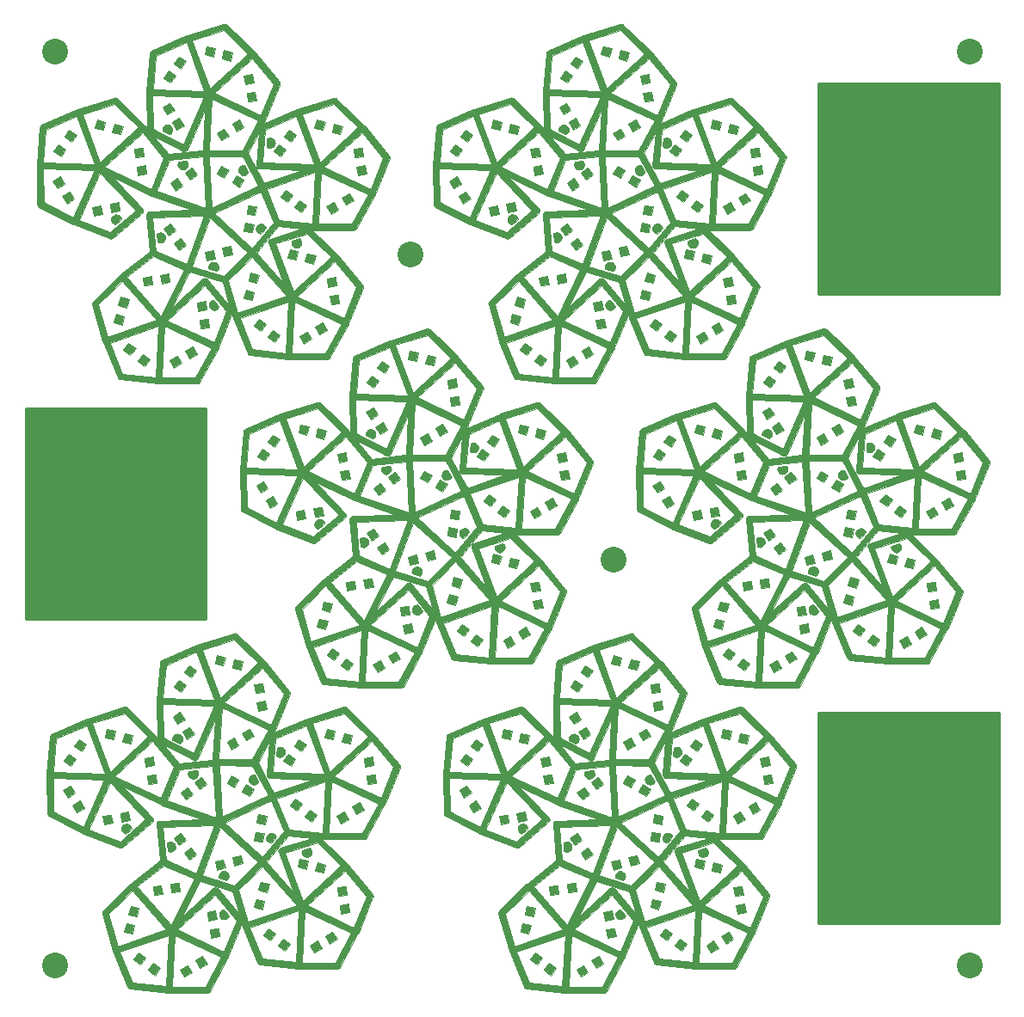
<source format=gbs>
G04 #@! TF.FileFunction,Soldermask,Bot*
%FSLAX46Y46*%
G04 Gerber Fmt 4.6, Leading zero omitted, Abs format (unit mm)*
G04 Created by KiCad (PCBNEW 4.0.5+dfsg1-4) date Mon Jul 17 17:59:51 2017*
%MOMM*%
%LPD*%
G01*
G04 APERTURE LIST*
%ADD10C,0.100000*%
%ADD11C,0.002540*%
%ADD12C,2.540000*%
%ADD13C,0.254000*%
G04 APERTURE END LIST*
D10*
D11*
G36*
X21722340Y-2266700D02*
X21641060Y-2279400D01*
X18019020Y-3409700D01*
X17986000Y-3422400D01*
X14503660Y-4928620D01*
X14435080Y-4971800D01*
X14379200Y-5030220D01*
X14341100Y-5101340D01*
X14325860Y-5180080D01*
X14003280Y-8959600D01*
X14000740Y-8992620D01*
X14076940Y-12533380D01*
X13612120Y-12914380D01*
X13203180Y-12469880D01*
X9461760Y-15903960D01*
X8902960Y-16114780D01*
X8882640Y-16714220D01*
X6812540Y-21349720D01*
X7358640Y-21593560D01*
X9431280Y-16960600D01*
X12939020Y-20623280D01*
X10439660Y-22774660D01*
X7358640Y-21593560D01*
X6812540Y-21349720D01*
X3876300Y-19848580D01*
X3807720Y-16546580D01*
X8882640Y-16714220D01*
X8902960Y-16114780D01*
X3825500Y-15947140D01*
X4104900Y-12660380D01*
X7135120Y-11349740D01*
X8902960Y-16114780D01*
X9461760Y-15903960D01*
X7696460Y-11141460D01*
X10848600Y-10161020D01*
X13203180Y-12469880D01*
X13612120Y-12914380D01*
X15710160Y-15456920D01*
X16185140Y-15091160D01*
X16266420Y-15682980D01*
X19548100Y-15337540D01*
X20147540Y-15304520D01*
X20145000Y-14705080D01*
X20414240Y-9620000D01*
X20653000Y-9068820D01*
X20254220Y-8621780D01*
X18496540Y-3889760D01*
X17935200Y-4098040D01*
X19700500Y-8860540D01*
X19682720Y-9459980D01*
X17617700Y-14092940D01*
X14678920Y-12594340D01*
X14607800Y-9294880D01*
X19682720Y-9459980D01*
X19700500Y-8860540D01*
X14628120Y-8695440D01*
X14907520Y-5408680D01*
X17935200Y-4098040D01*
X18496540Y-3889760D01*
X21648680Y-2904240D01*
X24005800Y-5210560D01*
X20254220Y-8621780D01*
X20653000Y-9068820D01*
X24412200Y-5655060D01*
X26512780Y-8200140D01*
X25265640Y-11255760D01*
X20653000Y-9068820D01*
X20414240Y-9620000D01*
X25009100Y-11796780D01*
X23447000Y-14705080D01*
X23965160Y-15007340D01*
X25085300Y-12924540D01*
X24805900Y-16221460D01*
X24813520Y-16320520D01*
X24851620Y-16406880D01*
X24915120Y-16478000D01*
X24998940Y-16526260D01*
X25095460Y-16544040D01*
X29311860Y-16678660D01*
X25590760Y-17971520D01*
X25816820Y-18527780D01*
X25263100Y-18758920D01*
X26512780Y-21809460D01*
X26985220Y-22177760D01*
X29332180Y-22426680D01*
X26180040Y-23414740D01*
X26091140Y-23460460D01*
X26025100Y-23526500D01*
X25981920Y-23612860D01*
X25969220Y-23706840D01*
X25989540Y-23803360D01*
X27460200Y-27755600D01*
X24859240Y-24806660D01*
X24879560Y-24788880D01*
X24854160Y-24766020D01*
X26985220Y-22177760D01*
X26512780Y-21809460D01*
X24409660Y-24359620D01*
X24008340Y-24804120D01*
X24429980Y-25228300D01*
X27785320Y-29030680D01*
X22989800Y-30704540D01*
X23187920Y-31270960D01*
X27983440Y-29599640D01*
X28582880Y-29630120D01*
X28836880Y-29089100D01*
X28433020Y-28644600D01*
X26660100Y-23892260D01*
X29809700Y-22904200D01*
X32169360Y-25210520D01*
X28433020Y-28644600D01*
X28836880Y-29089100D01*
X32575760Y-25652480D01*
X34678880Y-28195020D01*
X33431740Y-31253180D01*
X28836880Y-29089100D01*
X28582880Y-29630120D01*
X33177740Y-31794200D01*
X31618180Y-34699960D01*
X28318720Y-34705040D01*
X28582880Y-29630120D01*
X27983440Y-29599640D01*
X27719280Y-34674560D01*
X24435060Y-34326580D01*
X23187920Y-31270960D01*
X22989800Y-30704540D01*
X22070320Y-27534620D01*
X21491200Y-27684480D01*
X22146520Y-29947620D01*
X20038320Y-27405080D01*
X19964660Y-27339040D01*
X19875760Y-27303480D01*
X19781780Y-27298400D01*
X19687800Y-27321260D01*
X19606520Y-27374600D01*
X16502640Y-30234640D01*
X18252700Y-26706580D01*
X18280640Y-26719280D01*
X18290800Y-26691340D01*
X21491200Y-27684480D01*
X22070320Y-27534620D01*
X24429980Y-25228300D01*
X24008340Y-24804120D01*
X21651220Y-27107900D01*
X18501620Y-26124920D01*
X20264380Y-21362420D01*
X24008340Y-24804120D01*
X24409660Y-24359620D01*
X20670780Y-20920460D01*
X25263100Y-18758920D01*
X25816820Y-18527780D01*
X30612340Y-16859000D01*
X31211780Y-16892020D01*
X35811720Y-19053560D01*
X36065720Y-18512540D01*
X31468320Y-16348460D01*
X31061920Y-15903960D01*
X30500580Y-16114780D01*
X25430740Y-15954760D01*
X25707600Y-12668000D01*
X28735280Y-11354820D01*
X30500580Y-16114780D01*
X31061920Y-15903960D01*
X29296620Y-11146540D01*
X32446220Y-10163560D01*
X34805880Y-12469880D01*
X31061920Y-15903960D01*
X31468320Y-16348460D01*
X35212280Y-12911840D01*
X37312860Y-15454380D01*
X36065720Y-18512540D01*
X35811720Y-19053560D01*
X34249620Y-21961860D01*
X30947620Y-21961860D01*
X31211780Y-16892020D01*
X30612340Y-16859000D01*
X30348180Y-21928840D01*
X27066500Y-21580860D01*
X25816820Y-18527780D01*
X25590760Y-17971520D01*
X25580600Y-17948660D01*
X25555200Y-17958820D01*
X23965160Y-15007340D01*
X23447000Y-14705080D01*
X20145000Y-14705080D01*
X20147540Y-15304520D01*
X23447000Y-15307060D01*
X25011640Y-18215360D01*
X20414240Y-20379440D01*
X20147540Y-15304520D01*
X19548100Y-15337540D01*
X19814800Y-20409920D01*
X15019280Y-18738600D01*
X16266420Y-15682980D01*
X16185140Y-15091160D01*
X14686540Y-13272520D01*
X17627860Y-14773660D01*
X17721840Y-14804140D01*
X17818360Y-14801600D01*
X17907260Y-14768580D01*
X17983460Y-14710160D01*
X18036800Y-14626340D01*
X19751300Y-10778240D01*
X19545560Y-14705080D01*
X19515080Y-14705080D01*
X19515080Y-14738100D01*
X16185140Y-15091160D01*
X15710160Y-15456920D01*
X14460480Y-18512540D01*
X9870700Y-16345920D01*
X13612120Y-12914380D01*
X14076940Y-12533380D01*
X13873740Y-12287000D01*
X13850880Y-12264140D01*
X11143240Y-9604760D01*
X11077200Y-9556500D01*
X11003540Y-9528560D01*
X10922260Y-9518400D01*
X10840980Y-9533640D01*
X7216400Y-10661400D01*
X7188460Y-10674100D01*
X3703580Y-12180320D01*
X3635000Y-12223500D01*
X3579120Y-12279380D01*
X3541020Y-12350500D01*
X3523240Y-12429240D01*
X3200660Y-16213840D01*
X3198120Y-16244320D01*
X3276860Y-20039080D01*
X3289560Y-20117820D01*
X3322580Y-20191480D01*
X3375920Y-20252440D01*
X3441960Y-20298160D01*
X6820160Y-22027900D01*
X6850640Y-22040600D01*
X10391400Y-23399500D01*
X10472680Y-23419820D01*
X10551420Y-23414740D01*
X10627620Y-23391880D01*
X10696200Y-23348700D01*
X13571480Y-20872200D01*
X13634980Y-20793460D01*
X13670540Y-20704560D01*
X13675620Y-20610580D01*
X13647680Y-20516600D01*
X13591800Y-20435320D01*
X10673340Y-17389860D01*
X14493500Y-19190720D01*
X14521440Y-19203420D01*
X18519400Y-20592800D01*
X14290300Y-20735040D01*
X14191240Y-20752820D01*
X14109960Y-20801080D01*
X14046460Y-20872200D01*
X14008360Y-20958560D01*
X14000740Y-21057620D01*
X14313160Y-24679660D01*
X14907520Y-24611080D01*
X14625580Y-21324320D01*
X19700500Y-21156680D01*
X17937740Y-25919180D01*
X17698980Y-26467820D01*
X15430760Y-31042360D01*
X14976100Y-31433520D01*
X15192000Y-31994860D01*
X15791440Y-32012640D01*
X16047980Y-31469080D01*
X19779240Y-28029920D01*
X21882360Y-30575000D01*
X20642840Y-33630620D01*
X16047980Y-31469080D01*
X15791440Y-32012640D01*
X20386300Y-34174180D01*
X18826740Y-37079940D01*
X15527280Y-37085020D01*
X15791440Y-32012640D01*
X15192000Y-31994860D01*
X14927840Y-37052000D01*
X11646160Y-36709100D01*
X10396480Y-33653480D01*
X15192000Y-31994860D01*
X14976100Y-31433520D01*
X10198360Y-33087060D01*
X9276340Y-29917140D01*
X11633460Y-27608280D01*
X14976100Y-31433520D01*
X15430760Y-31042360D01*
X12083040Y-27212040D01*
X14671300Y-25162260D01*
X17698980Y-26467820D01*
X17937740Y-25919180D01*
X14907520Y-24611080D01*
X14313160Y-24679660D01*
X11463280Y-26935180D01*
X11440420Y-26958040D01*
X8730240Y-29614880D01*
X8681980Y-29678380D01*
X8651500Y-29752040D01*
X8641340Y-29830780D01*
X8651500Y-29912060D01*
X9708140Y-33559500D01*
X9718300Y-33587440D01*
X11158480Y-37100260D01*
X11199120Y-37171380D01*
X11255000Y-37227260D01*
X11326120Y-37267900D01*
X11404860Y-37288220D01*
X15179300Y-37684460D01*
X15212320Y-37684460D01*
X19007080Y-37681920D01*
X19085820Y-37671760D01*
X19159480Y-37638740D01*
X19222980Y-37590480D01*
X19271240Y-37524440D01*
X21064480Y-34176720D01*
X21077180Y-34148780D01*
X22413220Y-30867100D01*
X22502120Y-31174440D01*
X22512280Y-31204920D01*
X23947380Y-34717740D01*
X23988020Y-34788860D01*
X24043900Y-34844740D01*
X24115020Y-34885380D01*
X24193760Y-34903160D01*
X27968200Y-35301940D01*
X27998680Y-35304480D01*
X31795980Y-35301940D01*
X31877260Y-35291780D01*
X31950920Y-35258760D01*
X32011880Y-35210500D01*
X32060140Y-35144460D01*
X33855920Y-31799280D01*
X33868620Y-31771340D01*
X35301180Y-28255980D01*
X35321500Y-28177240D01*
X35318960Y-28095960D01*
X35296100Y-28019760D01*
X35252920Y-27951180D01*
X32837380Y-25025100D01*
X32814520Y-25002240D01*
X30282140Y-22528280D01*
X30599640Y-22561300D01*
X30630120Y-22563840D01*
X34427420Y-22563840D01*
X34508700Y-22551140D01*
X34582360Y-22520660D01*
X34643320Y-22469860D01*
X34691580Y-22403820D01*
X36487360Y-19061180D01*
X36502600Y-19030700D01*
X37935160Y-15515340D01*
X37955480Y-15436600D01*
X37952940Y-15357860D01*
X37932620Y-15279120D01*
X37889440Y-15210540D01*
X35471360Y-12284460D01*
X35448500Y-12261600D01*
X32738320Y-9607300D01*
X32672280Y-9559040D01*
X32598620Y-9528560D01*
X32517340Y-9520940D01*
X32436060Y-9536180D01*
X28814020Y-10669020D01*
X28783540Y-10679180D01*
X25532340Y-12088880D01*
X25687280Y-11804400D01*
X25699980Y-11776460D01*
X27135080Y-8263640D01*
X27155400Y-8184900D01*
X27155400Y-8106160D01*
X27132540Y-8027420D01*
X27089360Y-7958840D01*
X24673820Y-5030220D01*
X24650960Y-5004820D01*
X21938240Y-2353060D01*
X21874740Y-2304800D01*
X21801080Y-2274320D01*
X21722340Y-2266700D01*
X21722340Y-2266700D01*
X21722340Y-2266700D01*
G37*
X21722340Y-2266700D02*
X21641060Y-2279400D01*
X18019020Y-3409700D01*
X17986000Y-3422400D01*
X14503660Y-4928620D01*
X14435080Y-4971800D01*
X14379200Y-5030220D01*
X14341100Y-5101340D01*
X14325860Y-5180080D01*
X14003280Y-8959600D01*
X14000740Y-8992620D01*
X14076940Y-12533380D01*
X13612120Y-12914380D01*
X13203180Y-12469880D01*
X9461760Y-15903960D01*
X8902960Y-16114780D01*
X8882640Y-16714220D01*
X6812540Y-21349720D01*
X7358640Y-21593560D01*
X9431280Y-16960600D01*
X12939020Y-20623280D01*
X10439660Y-22774660D01*
X7358640Y-21593560D01*
X6812540Y-21349720D01*
X3876300Y-19848580D01*
X3807720Y-16546580D01*
X8882640Y-16714220D01*
X8902960Y-16114780D01*
X3825500Y-15947140D01*
X4104900Y-12660380D01*
X7135120Y-11349740D01*
X8902960Y-16114780D01*
X9461760Y-15903960D01*
X7696460Y-11141460D01*
X10848600Y-10161020D01*
X13203180Y-12469880D01*
X13612120Y-12914380D01*
X15710160Y-15456920D01*
X16185140Y-15091160D01*
X16266420Y-15682980D01*
X19548100Y-15337540D01*
X20147540Y-15304520D01*
X20145000Y-14705080D01*
X20414240Y-9620000D01*
X20653000Y-9068820D01*
X20254220Y-8621780D01*
X18496540Y-3889760D01*
X17935200Y-4098040D01*
X19700500Y-8860540D01*
X19682720Y-9459980D01*
X17617700Y-14092940D01*
X14678920Y-12594340D01*
X14607800Y-9294880D01*
X19682720Y-9459980D01*
X19700500Y-8860540D01*
X14628120Y-8695440D01*
X14907520Y-5408680D01*
X17935200Y-4098040D01*
X18496540Y-3889760D01*
X21648680Y-2904240D01*
X24005800Y-5210560D01*
X20254220Y-8621780D01*
X20653000Y-9068820D01*
X24412200Y-5655060D01*
X26512780Y-8200140D01*
X25265640Y-11255760D01*
X20653000Y-9068820D01*
X20414240Y-9620000D01*
X25009100Y-11796780D01*
X23447000Y-14705080D01*
X23965160Y-15007340D01*
X25085300Y-12924540D01*
X24805900Y-16221460D01*
X24813520Y-16320520D01*
X24851620Y-16406880D01*
X24915120Y-16478000D01*
X24998940Y-16526260D01*
X25095460Y-16544040D01*
X29311860Y-16678660D01*
X25590760Y-17971520D01*
X25816820Y-18527780D01*
X25263100Y-18758920D01*
X26512780Y-21809460D01*
X26985220Y-22177760D01*
X29332180Y-22426680D01*
X26180040Y-23414740D01*
X26091140Y-23460460D01*
X26025100Y-23526500D01*
X25981920Y-23612860D01*
X25969220Y-23706840D01*
X25989540Y-23803360D01*
X27460200Y-27755600D01*
X24859240Y-24806660D01*
X24879560Y-24788880D01*
X24854160Y-24766020D01*
X26985220Y-22177760D01*
X26512780Y-21809460D01*
X24409660Y-24359620D01*
X24008340Y-24804120D01*
X24429980Y-25228300D01*
X27785320Y-29030680D01*
X22989800Y-30704540D01*
X23187920Y-31270960D01*
X27983440Y-29599640D01*
X28582880Y-29630120D01*
X28836880Y-29089100D01*
X28433020Y-28644600D01*
X26660100Y-23892260D01*
X29809700Y-22904200D01*
X32169360Y-25210520D01*
X28433020Y-28644600D01*
X28836880Y-29089100D01*
X32575760Y-25652480D01*
X34678880Y-28195020D01*
X33431740Y-31253180D01*
X28836880Y-29089100D01*
X28582880Y-29630120D01*
X33177740Y-31794200D01*
X31618180Y-34699960D01*
X28318720Y-34705040D01*
X28582880Y-29630120D01*
X27983440Y-29599640D01*
X27719280Y-34674560D01*
X24435060Y-34326580D01*
X23187920Y-31270960D01*
X22989800Y-30704540D01*
X22070320Y-27534620D01*
X21491200Y-27684480D01*
X22146520Y-29947620D01*
X20038320Y-27405080D01*
X19964660Y-27339040D01*
X19875760Y-27303480D01*
X19781780Y-27298400D01*
X19687800Y-27321260D01*
X19606520Y-27374600D01*
X16502640Y-30234640D01*
X18252700Y-26706580D01*
X18280640Y-26719280D01*
X18290800Y-26691340D01*
X21491200Y-27684480D01*
X22070320Y-27534620D01*
X24429980Y-25228300D01*
X24008340Y-24804120D01*
X21651220Y-27107900D01*
X18501620Y-26124920D01*
X20264380Y-21362420D01*
X24008340Y-24804120D01*
X24409660Y-24359620D01*
X20670780Y-20920460D01*
X25263100Y-18758920D01*
X25816820Y-18527780D01*
X30612340Y-16859000D01*
X31211780Y-16892020D01*
X35811720Y-19053560D01*
X36065720Y-18512540D01*
X31468320Y-16348460D01*
X31061920Y-15903960D01*
X30500580Y-16114780D01*
X25430740Y-15954760D01*
X25707600Y-12668000D01*
X28735280Y-11354820D01*
X30500580Y-16114780D01*
X31061920Y-15903960D01*
X29296620Y-11146540D01*
X32446220Y-10163560D01*
X34805880Y-12469880D01*
X31061920Y-15903960D01*
X31468320Y-16348460D01*
X35212280Y-12911840D01*
X37312860Y-15454380D01*
X36065720Y-18512540D01*
X35811720Y-19053560D01*
X34249620Y-21961860D01*
X30947620Y-21961860D01*
X31211780Y-16892020D01*
X30612340Y-16859000D01*
X30348180Y-21928840D01*
X27066500Y-21580860D01*
X25816820Y-18527780D01*
X25590760Y-17971520D01*
X25580600Y-17948660D01*
X25555200Y-17958820D01*
X23965160Y-15007340D01*
X23447000Y-14705080D01*
X20145000Y-14705080D01*
X20147540Y-15304520D01*
X23447000Y-15307060D01*
X25011640Y-18215360D01*
X20414240Y-20379440D01*
X20147540Y-15304520D01*
X19548100Y-15337540D01*
X19814800Y-20409920D01*
X15019280Y-18738600D01*
X16266420Y-15682980D01*
X16185140Y-15091160D01*
X14686540Y-13272520D01*
X17627860Y-14773660D01*
X17721840Y-14804140D01*
X17818360Y-14801600D01*
X17907260Y-14768580D01*
X17983460Y-14710160D01*
X18036800Y-14626340D01*
X19751300Y-10778240D01*
X19545560Y-14705080D01*
X19515080Y-14705080D01*
X19515080Y-14738100D01*
X16185140Y-15091160D01*
X15710160Y-15456920D01*
X14460480Y-18512540D01*
X9870700Y-16345920D01*
X13612120Y-12914380D01*
X14076940Y-12533380D01*
X13873740Y-12287000D01*
X13850880Y-12264140D01*
X11143240Y-9604760D01*
X11077200Y-9556500D01*
X11003540Y-9528560D01*
X10922260Y-9518400D01*
X10840980Y-9533640D01*
X7216400Y-10661400D01*
X7188460Y-10674100D01*
X3703580Y-12180320D01*
X3635000Y-12223500D01*
X3579120Y-12279380D01*
X3541020Y-12350500D01*
X3523240Y-12429240D01*
X3200660Y-16213840D01*
X3198120Y-16244320D01*
X3276860Y-20039080D01*
X3289560Y-20117820D01*
X3322580Y-20191480D01*
X3375920Y-20252440D01*
X3441960Y-20298160D01*
X6820160Y-22027900D01*
X6850640Y-22040600D01*
X10391400Y-23399500D01*
X10472680Y-23419820D01*
X10551420Y-23414740D01*
X10627620Y-23391880D01*
X10696200Y-23348700D01*
X13571480Y-20872200D01*
X13634980Y-20793460D01*
X13670540Y-20704560D01*
X13675620Y-20610580D01*
X13647680Y-20516600D01*
X13591800Y-20435320D01*
X10673340Y-17389860D01*
X14493500Y-19190720D01*
X14521440Y-19203420D01*
X18519400Y-20592800D01*
X14290300Y-20735040D01*
X14191240Y-20752820D01*
X14109960Y-20801080D01*
X14046460Y-20872200D01*
X14008360Y-20958560D01*
X14000740Y-21057620D01*
X14313160Y-24679660D01*
X14907520Y-24611080D01*
X14625580Y-21324320D01*
X19700500Y-21156680D01*
X17937740Y-25919180D01*
X17698980Y-26467820D01*
X15430760Y-31042360D01*
X14976100Y-31433520D01*
X15192000Y-31994860D01*
X15791440Y-32012640D01*
X16047980Y-31469080D01*
X19779240Y-28029920D01*
X21882360Y-30575000D01*
X20642840Y-33630620D01*
X16047980Y-31469080D01*
X15791440Y-32012640D01*
X20386300Y-34174180D01*
X18826740Y-37079940D01*
X15527280Y-37085020D01*
X15791440Y-32012640D01*
X15192000Y-31994860D01*
X14927840Y-37052000D01*
X11646160Y-36709100D01*
X10396480Y-33653480D01*
X15192000Y-31994860D01*
X14976100Y-31433520D01*
X10198360Y-33087060D01*
X9276340Y-29917140D01*
X11633460Y-27608280D01*
X14976100Y-31433520D01*
X15430760Y-31042360D01*
X12083040Y-27212040D01*
X14671300Y-25162260D01*
X17698980Y-26467820D01*
X17937740Y-25919180D01*
X14907520Y-24611080D01*
X14313160Y-24679660D01*
X11463280Y-26935180D01*
X11440420Y-26958040D01*
X8730240Y-29614880D01*
X8681980Y-29678380D01*
X8651500Y-29752040D01*
X8641340Y-29830780D01*
X8651500Y-29912060D01*
X9708140Y-33559500D01*
X9718300Y-33587440D01*
X11158480Y-37100260D01*
X11199120Y-37171380D01*
X11255000Y-37227260D01*
X11326120Y-37267900D01*
X11404860Y-37288220D01*
X15179300Y-37684460D01*
X15212320Y-37684460D01*
X19007080Y-37681920D01*
X19085820Y-37671760D01*
X19159480Y-37638740D01*
X19222980Y-37590480D01*
X19271240Y-37524440D01*
X21064480Y-34176720D01*
X21077180Y-34148780D01*
X22413220Y-30867100D01*
X22502120Y-31174440D01*
X22512280Y-31204920D01*
X23947380Y-34717740D01*
X23988020Y-34788860D01*
X24043900Y-34844740D01*
X24115020Y-34885380D01*
X24193760Y-34903160D01*
X27968200Y-35301940D01*
X27998680Y-35304480D01*
X31795980Y-35301940D01*
X31877260Y-35291780D01*
X31950920Y-35258760D01*
X32011880Y-35210500D01*
X32060140Y-35144460D01*
X33855920Y-31799280D01*
X33868620Y-31771340D01*
X35301180Y-28255980D01*
X35321500Y-28177240D01*
X35318960Y-28095960D01*
X35296100Y-28019760D01*
X35252920Y-27951180D01*
X32837380Y-25025100D01*
X32814520Y-25002240D01*
X30282140Y-22528280D01*
X30599640Y-22561300D01*
X30630120Y-22563840D01*
X34427420Y-22563840D01*
X34508700Y-22551140D01*
X34582360Y-22520660D01*
X34643320Y-22469860D01*
X34691580Y-22403820D01*
X36487360Y-19061180D01*
X36502600Y-19030700D01*
X37935160Y-15515340D01*
X37955480Y-15436600D01*
X37952940Y-15357860D01*
X37932620Y-15279120D01*
X37889440Y-15210540D01*
X35471360Y-12284460D01*
X35448500Y-12261600D01*
X32738320Y-9607300D01*
X32672280Y-9559040D01*
X32598620Y-9528560D01*
X32517340Y-9520940D01*
X32436060Y-9536180D01*
X28814020Y-10669020D01*
X28783540Y-10679180D01*
X25532340Y-12088880D01*
X25687280Y-11804400D01*
X25699980Y-11776460D01*
X27135080Y-8263640D01*
X27155400Y-8184900D01*
X27155400Y-8106160D01*
X27132540Y-8027420D01*
X27089360Y-7958840D01*
X24673820Y-5030220D01*
X24650960Y-5004820D01*
X21938240Y-2353060D01*
X21874740Y-2304800D01*
X21801080Y-2274320D01*
X21722340Y-2266700D01*
X21722340Y-2266700D01*
G36*
X19939260Y-4451100D02*
X19738600Y-5276600D01*
X20566640Y-5474720D01*
X20764760Y-4649220D01*
X19939260Y-4451100D01*
X19939260Y-4451100D01*
G37*
X19939260Y-4451100D02*
X19738600Y-5276600D01*
X20566640Y-5474720D01*
X20764760Y-4649220D01*
X19939260Y-4451100D01*
G36*
X21641060Y-4860040D02*
X21440400Y-5685540D01*
X22268440Y-5886200D01*
X22466560Y-5058160D01*
X21641060Y-4860040D01*
X21641060Y-4860040D01*
G37*
X21641060Y-4860040D02*
X21440400Y-5685540D01*
X22268440Y-5886200D01*
X22466560Y-5058160D01*
X21641060Y-4860040D01*
G36*
X17211300Y-5464560D02*
X16713460Y-6152900D01*
X17404340Y-6650740D01*
X17899640Y-5959860D01*
X17211300Y-5464560D01*
X17211300Y-5464560D01*
G37*
X17211300Y-5464560D02*
X16713460Y-6152900D01*
X17404340Y-6650740D01*
X17899640Y-5959860D01*
X17211300Y-5464560D01*
G36*
X16187680Y-6884420D02*
X15692380Y-7575300D01*
X16380720Y-8070600D01*
X16878560Y-7382260D01*
X16187680Y-6884420D01*
X16187680Y-6884420D01*
G37*
X16187680Y-6884420D02*
X15692380Y-7575300D01*
X16380720Y-8070600D01*
X16878560Y-7382260D01*
X16187680Y-6884420D01*
G36*
X24435060Y-7201920D02*
X23596860Y-7331460D01*
X23723860Y-8172200D01*
X24564600Y-8042660D01*
X24435060Y-7201920D01*
X24435060Y-7201920D01*
G37*
X24435060Y-7201920D02*
X23596860Y-7331460D01*
X23723860Y-8172200D01*
X24564600Y-8042660D01*
X24435060Y-7201920D01*
G36*
X24699220Y-8931660D02*
X23858480Y-9061200D01*
X23988020Y-9901940D01*
X24826220Y-9774940D01*
X24699220Y-8931660D01*
X24699220Y-8931660D01*
G37*
X24699220Y-8931660D02*
X23858480Y-9061200D01*
X23988020Y-9901940D01*
X24826220Y-9774940D01*
X24699220Y-8931660D01*
G36*
X16319760Y-10031480D02*
X15598400Y-10483600D01*
X16050520Y-11202420D01*
X16769340Y-10750300D01*
X16319760Y-10031480D01*
X16319760Y-10031480D01*
G37*
X16319760Y-10031480D02*
X15598400Y-10483600D01*
X16050520Y-11202420D01*
X16769340Y-10750300D01*
X16319760Y-10031480D01*
G36*
X17249400Y-11514840D02*
X16528040Y-11964420D01*
X16980160Y-12685780D01*
X17701520Y-12233660D01*
X17249400Y-11514840D01*
X17249400Y-11514840D01*
G37*
X17249400Y-11514840D02*
X16528040Y-11964420D01*
X16980160Y-12685780D01*
X17701520Y-12233660D01*
X17249400Y-11514840D01*
G36*
X23149820Y-11677400D02*
X22420840Y-12114280D01*
X22855180Y-12843260D01*
X23586700Y-12406380D01*
X23149820Y-11677400D01*
X23149820Y-11677400D01*
G37*
X23149820Y-11677400D02*
X22420840Y-12114280D01*
X22855180Y-12843260D01*
X23586700Y-12406380D01*
X23149820Y-11677400D01*
G36*
X9139180Y-11702800D02*
X8941060Y-12530840D01*
X9766560Y-12728960D01*
X9964680Y-11903460D01*
X9139180Y-11702800D01*
X9139180Y-11702800D01*
G37*
X9139180Y-11702800D02*
X8941060Y-12530840D01*
X9766560Y-12728960D01*
X9964680Y-11903460D01*
X9139180Y-11702800D01*
G36*
X30736800Y-11707880D02*
X30538680Y-12533380D01*
X31364180Y-12731500D01*
X31564840Y-11906000D01*
X30736800Y-11707880D01*
X30736800Y-11707880D01*
G37*
X30736800Y-11707880D02*
X30538680Y-12533380D01*
X31364180Y-12731500D01*
X31564840Y-11906000D01*
X30736800Y-11707880D01*
G36*
X10840980Y-12114280D02*
X10640320Y-12939780D01*
X11468360Y-13140440D01*
X11666480Y-12314940D01*
X10840980Y-12114280D01*
X10840980Y-12114280D01*
G37*
X10840980Y-12114280D02*
X10640320Y-12939780D01*
X11468360Y-13140440D01*
X11666480Y-12314940D01*
X10840980Y-12114280D01*
G36*
X32438600Y-12116820D02*
X32240480Y-12942320D01*
X33065980Y-13140440D01*
X33266640Y-12314940D01*
X32438600Y-12116820D01*
X32438600Y-12116820D01*
G37*
X32438600Y-12116820D02*
X32240480Y-12942320D01*
X33065980Y-13140440D01*
X33266640Y-12314940D01*
X32438600Y-12116820D01*
G36*
X16063220Y-12172700D02*
X15969240Y-12182860D01*
X15877800Y-12208260D01*
X15791440Y-12248900D01*
X15710160Y-12314940D01*
X15646660Y-12391140D01*
X15598400Y-12477500D01*
X15570460Y-12571480D01*
X15560300Y-12670540D01*
X15567920Y-12769600D01*
X16266420Y-13125200D01*
X16324840Y-13097260D01*
X16413740Y-13026140D01*
X16482320Y-12937240D01*
X16530580Y-12838180D01*
X16555980Y-12731500D01*
X16555980Y-12622280D01*
X16530580Y-12513060D01*
X16482320Y-12408920D01*
X16421360Y-12327640D01*
X16345160Y-12264140D01*
X16258800Y-12215880D01*
X16164820Y-12185400D01*
X16063220Y-12172700D01*
X16063220Y-12172700D01*
X16063220Y-12172700D01*
G37*
X16063220Y-12172700D02*
X15969240Y-12182860D01*
X15877800Y-12208260D01*
X15791440Y-12248900D01*
X15710160Y-12314940D01*
X15646660Y-12391140D01*
X15598400Y-12477500D01*
X15570460Y-12571480D01*
X15560300Y-12670540D01*
X15567920Y-12769600D01*
X16266420Y-13125200D01*
X16324840Y-13097260D01*
X16413740Y-13026140D01*
X16482320Y-12937240D01*
X16530580Y-12838180D01*
X16555980Y-12731500D01*
X16555980Y-12622280D01*
X16530580Y-12513060D01*
X16482320Y-12408920D01*
X16421360Y-12327640D01*
X16345160Y-12264140D01*
X16258800Y-12215880D01*
X16164820Y-12185400D01*
X16063220Y-12172700D01*
X16063220Y-12172700D01*
G36*
X21646140Y-12574020D02*
X20917160Y-13010900D01*
X21354040Y-13739880D01*
X22083020Y-13305540D01*
X21646140Y-12574020D01*
X21646140Y-12574020D01*
G37*
X21646140Y-12574020D02*
X20917160Y-13010900D01*
X21354040Y-13739880D01*
X22083020Y-13305540D01*
X21646140Y-12574020D01*
G36*
X6408680Y-12716260D02*
X5913380Y-13407140D01*
X6604260Y-13902440D01*
X7099560Y-13211560D01*
X6408680Y-12716260D01*
X6408680Y-12716260D01*
G37*
X6408680Y-12716260D02*
X5913380Y-13407140D01*
X6604260Y-13902440D01*
X7099560Y-13211560D01*
X6408680Y-12716260D01*
G36*
X28008840Y-12721340D02*
X27513540Y-13412220D01*
X28204420Y-13907520D01*
X28699720Y-13216640D01*
X28008840Y-12721340D01*
X28008840Y-12721340D01*
G37*
X28008840Y-12721340D02*
X27513540Y-13412220D01*
X28204420Y-13907520D01*
X28699720Y-13216640D01*
X28008840Y-12721340D01*
G36*
X26167340Y-13475720D02*
X26065740Y-13483340D01*
X25971760Y-13513820D01*
X25882860Y-13559540D01*
X25816820Y-14339320D01*
X25865080Y-14382500D01*
X25964140Y-14438380D01*
X26070820Y-14468860D01*
X26182580Y-14473940D01*
X26289260Y-14456160D01*
X26390860Y-14415520D01*
X26484840Y-14352020D01*
X26561040Y-14268200D01*
X26616920Y-14166600D01*
X26647400Y-14059920D01*
X26655020Y-13948160D01*
X26637240Y-13841480D01*
X26596600Y-13737340D01*
X26533100Y-13645900D01*
X26446740Y-13569700D01*
X26360380Y-13518900D01*
X26266400Y-13488420D01*
X26167340Y-13475720D01*
X26167340Y-13475720D01*
X26167340Y-13475720D01*
G37*
X26167340Y-13475720D02*
X26065740Y-13483340D01*
X25971760Y-13513820D01*
X25882860Y-13559540D01*
X25816820Y-14339320D01*
X25865080Y-14382500D01*
X25964140Y-14438380D01*
X26070820Y-14468860D01*
X26182580Y-14473940D01*
X26289260Y-14456160D01*
X26390860Y-14415520D01*
X26484840Y-14352020D01*
X26561040Y-14268200D01*
X26616920Y-14166600D01*
X26647400Y-14059920D01*
X26655020Y-13948160D01*
X26637240Y-13841480D01*
X26596600Y-13737340D01*
X26533100Y-13645900D01*
X26446740Y-13569700D01*
X26360380Y-13518900D01*
X26266400Y-13488420D01*
X26167340Y-13475720D01*
X26167340Y-13475720D01*
G36*
X5387600Y-14136120D02*
X4889760Y-14827000D01*
X5580640Y-15322300D01*
X6075940Y-14633960D01*
X5387600Y-14136120D01*
X5387600Y-14136120D01*
G37*
X5387600Y-14136120D02*
X4889760Y-14827000D01*
X5580640Y-15322300D01*
X6075940Y-14633960D01*
X5387600Y-14136120D01*
G36*
X26990300Y-14143740D02*
X26492460Y-14832080D01*
X27183340Y-15327380D01*
X27678640Y-14639040D01*
X26990300Y-14143740D01*
X26990300Y-14143740D01*
G37*
X26990300Y-14143740D02*
X26492460Y-14832080D01*
X27183340Y-15327380D01*
X27678640Y-14639040D01*
X26990300Y-14143740D01*
G36*
X35235140Y-14458700D02*
X34394400Y-14585700D01*
X34523940Y-15426440D01*
X35364680Y-15296900D01*
X35235140Y-14458700D01*
X35235140Y-14458700D01*
G37*
X35235140Y-14458700D02*
X34394400Y-14585700D01*
X34523940Y-15426440D01*
X35364680Y-15296900D01*
X35235140Y-14458700D01*
G36*
X13634980Y-14458700D02*
X12794240Y-14585700D01*
X12921240Y-15426440D01*
X13761980Y-15299440D01*
X13634980Y-14458700D01*
X13634980Y-14458700D01*
G37*
X13634980Y-14458700D02*
X12794240Y-14585700D01*
X12921240Y-15426440D01*
X13761980Y-15299440D01*
X13634980Y-14458700D01*
G36*
X17937740Y-15759180D02*
X17157960Y-15843000D01*
X17114780Y-15931900D01*
X17089380Y-16025880D01*
X17081760Y-16124940D01*
X17097000Y-16221460D01*
X17130020Y-16317980D01*
X17183360Y-16406880D01*
X17262100Y-16490700D01*
X17356080Y-16551660D01*
X17457680Y-16589760D01*
X17566900Y-16605000D01*
X17676120Y-16597380D01*
X17782800Y-16564360D01*
X17881860Y-16505940D01*
X17965680Y-16427200D01*
X18029180Y-16333220D01*
X18067280Y-16229080D01*
X18082520Y-16122400D01*
X18074900Y-16013180D01*
X18039340Y-15903960D01*
X17983460Y-15804900D01*
X17937740Y-15759180D01*
X17937740Y-15759180D01*
X17937740Y-15759180D01*
G37*
X17937740Y-15759180D02*
X17157960Y-15843000D01*
X17114780Y-15931900D01*
X17089380Y-16025880D01*
X17081760Y-16124940D01*
X17097000Y-16221460D01*
X17130020Y-16317980D01*
X17183360Y-16406880D01*
X17262100Y-16490700D01*
X17356080Y-16551660D01*
X17457680Y-16589760D01*
X17566900Y-16605000D01*
X17676120Y-16597380D01*
X17782800Y-16564360D01*
X17881860Y-16505940D01*
X17965680Y-16427200D01*
X18029180Y-16333220D01*
X18067280Y-16229080D01*
X18082520Y-16122400D01*
X18074900Y-16013180D01*
X18039340Y-15903960D01*
X17983460Y-15804900D01*
X17937740Y-15759180D01*
X17937740Y-15759180D01*
G36*
X23574000Y-16183360D02*
X23482560Y-16188440D01*
X23396200Y-16208760D01*
X23314920Y-16244320D01*
X23241260Y-16292580D01*
X23177760Y-16353540D01*
X23124420Y-16427200D01*
X23076160Y-16531340D01*
X23055840Y-16643100D01*
X23058380Y-16752320D01*
X23086320Y-16859000D01*
X23134580Y-16955520D01*
X23205700Y-17041880D01*
X23297140Y-17113000D01*
X23401280Y-17161260D01*
X23513040Y-17181580D01*
X23622260Y-17179040D01*
X23728940Y-17151100D01*
X23825460Y-17102840D01*
X23911820Y-17031720D01*
X23982940Y-16940280D01*
X24010880Y-16881860D01*
X23640040Y-16193520D01*
X23574000Y-16183360D01*
X23574000Y-16183360D01*
X23574000Y-16183360D01*
G37*
X23574000Y-16183360D02*
X23482560Y-16188440D01*
X23396200Y-16208760D01*
X23314920Y-16244320D01*
X23241260Y-16292580D01*
X23177760Y-16353540D01*
X23124420Y-16427200D01*
X23076160Y-16531340D01*
X23055840Y-16643100D01*
X23058380Y-16752320D01*
X23086320Y-16859000D01*
X23134580Y-16955520D01*
X23205700Y-17041880D01*
X23297140Y-17113000D01*
X23401280Y-17161260D01*
X23513040Y-17181580D01*
X23622260Y-17179040D01*
X23728940Y-17151100D01*
X23825460Y-17102840D01*
X23911820Y-17031720D01*
X23982940Y-16940280D01*
X24010880Y-16881860D01*
X23640040Y-16193520D01*
X23574000Y-16183360D01*
X23574000Y-16183360D01*
G36*
X35499300Y-16188440D02*
X34658560Y-16315440D01*
X34788100Y-17156180D01*
X35628840Y-17029180D01*
X35499300Y-16188440D01*
X35499300Y-16188440D01*
G37*
X35499300Y-16188440D02*
X34658560Y-16315440D01*
X34788100Y-17156180D01*
X35628840Y-17029180D01*
X35499300Y-16188440D01*
G36*
X13896600Y-16190980D02*
X13058400Y-16317980D01*
X13185400Y-17156180D01*
X14026140Y-17029180D01*
X13896600Y-16190980D01*
X13896600Y-16190980D01*
G37*
X13896600Y-16190980D02*
X13058400Y-16317980D01*
X13185400Y-17156180D01*
X14026140Y-17029180D01*
X13896600Y-16190980D01*
G36*
X21354040Y-16272260D02*
X20917160Y-17001240D01*
X21648680Y-17438120D01*
X22083020Y-16706600D01*
X21354040Y-16272260D01*
X21354040Y-16272260D01*
G37*
X21354040Y-16272260D02*
X20917160Y-17001240D01*
X21648680Y-17438120D01*
X22083020Y-16706600D01*
X21354040Y-16272260D01*
G36*
X18445740Y-16424660D02*
X17767560Y-16935200D01*
X18278100Y-17615920D01*
X18958820Y-17105380D01*
X18445740Y-16424660D01*
X18445740Y-16424660D01*
G37*
X18445740Y-16424660D02*
X17767560Y-16935200D01*
X18278100Y-17615920D01*
X18958820Y-17105380D01*
X18445740Y-16424660D01*
G36*
X22855180Y-17168880D02*
X22420840Y-17897860D01*
X23149820Y-18334740D01*
X23586700Y-17605760D01*
X22855180Y-17168880D01*
X22855180Y-17168880D01*
G37*
X22855180Y-17168880D02*
X22420840Y-17897860D01*
X23149820Y-18334740D01*
X23586700Y-17605760D01*
X22855180Y-17168880D01*
G36*
X5517140Y-17285720D02*
X4795780Y-17735300D01*
X5247900Y-18456660D01*
X5966720Y-18004540D01*
X5517140Y-17285720D01*
X5517140Y-17285720D01*
G37*
X5517140Y-17285720D02*
X4795780Y-17735300D01*
X5247900Y-18456660D01*
X5966720Y-18004540D01*
X5517140Y-17285720D01*
G36*
X17048740Y-17476220D02*
X16368020Y-17986760D01*
X16878560Y-18667480D01*
X17559280Y-18156940D01*
X17048740Y-17476220D01*
X17048740Y-17476220D01*
G37*
X17048740Y-17476220D02*
X16368020Y-17986760D01*
X16878560Y-18667480D01*
X17559280Y-18156940D01*
X17048740Y-17476220D01*
G36*
X27681180Y-18601440D02*
X27170640Y-19282160D01*
X27848820Y-19792700D01*
X28359360Y-19111980D01*
X27681180Y-18601440D01*
X27681180Y-18601440D01*
G37*
X27681180Y-18601440D02*
X27170640Y-19282160D01*
X27848820Y-19792700D01*
X28359360Y-19111980D01*
X27681180Y-18601440D01*
G36*
X6444240Y-18769080D02*
X5725420Y-19218660D01*
X6175000Y-19940020D01*
X6896360Y-19487900D01*
X6444240Y-18769080D01*
X6444240Y-18769080D01*
G37*
X6444240Y-18769080D02*
X5725420Y-19218660D01*
X6175000Y-19940020D01*
X6896360Y-19487900D01*
X6444240Y-18769080D01*
G36*
X33952440Y-18934180D02*
X33220920Y-19368520D01*
X33657800Y-20100040D01*
X34386780Y-19663160D01*
X33952440Y-18934180D01*
X33952440Y-18934180D01*
G37*
X33952440Y-18934180D02*
X33220920Y-19368520D01*
X33657800Y-20100040D01*
X34386780Y-19663160D01*
X33952440Y-18934180D01*
G36*
X29080720Y-19653000D02*
X28570180Y-20333720D01*
X29248360Y-20844260D01*
X29758900Y-20163540D01*
X29080720Y-19653000D01*
X29080720Y-19653000D01*
G37*
X29080720Y-19653000D02*
X28570180Y-20333720D01*
X29248360Y-20844260D01*
X29758900Y-20163540D01*
X29080720Y-19653000D01*
G36*
X32448760Y-19830800D02*
X31719780Y-20267680D01*
X32156660Y-20996660D01*
X32885640Y-20559780D01*
X32448760Y-19830800D01*
X32448760Y-19830800D01*
G37*
X32448760Y-19830800D02*
X31719780Y-20267680D01*
X32156660Y-20996660D01*
X32885640Y-20559780D01*
X32448760Y-19830800D01*
G36*
X11249920Y-19840960D02*
X10411720Y-19988280D01*
X10556500Y-20826480D01*
X11394700Y-20679160D01*
X11249920Y-19840960D01*
X11249920Y-19840960D01*
G37*
X11249920Y-19840960D02*
X10411720Y-19988280D01*
X10556500Y-20826480D01*
X11394700Y-20679160D01*
X11249920Y-19840960D01*
G36*
X23988020Y-20110200D02*
X23858480Y-20950940D01*
X24699220Y-21077940D01*
X24826220Y-20237200D01*
X23988020Y-20110200D01*
X23988020Y-20110200D01*
G37*
X23988020Y-20110200D02*
X23858480Y-20950940D01*
X24699220Y-21077940D01*
X24826220Y-20237200D01*
X23988020Y-20110200D01*
G36*
X9525260Y-20143220D02*
X8687060Y-20288000D01*
X8834380Y-21126200D01*
X9670040Y-20978880D01*
X9525260Y-20143220D01*
X9525260Y-20143220D01*
G37*
X9525260Y-20143220D02*
X8687060Y-20288000D01*
X8834380Y-21126200D01*
X9670040Y-20978880D01*
X9525260Y-20143220D01*
G36*
X11034020Y-21029680D02*
X11034020Y-21029680D01*
X10950200Y-21034760D01*
X10838440Y-21067780D01*
X10741920Y-21123660D01*
X10660640Y-21197320D01*
X10597140Y-21286220D01*
X10553960Y-21387820D01*
X10536180Y-21499580D01*
X10541260Y-21613880D01*
X10571740Y-21712940D01*
X10617460Y-21801840D01*
X10678420Y-21878040D01*
X10754620Y-21941540D01*
X10840980Y-21987260D01*
X10934960Y-22017740D01*
X11531860Y-21504660D01*
X11526780Y-21443700D01*
X11498840Y-21344640D01*
X11453120Y-21255740D01*
X11392160Y-21179540D01*
X11318500Y-21116040D01*
X11232140Y-21067780D01*
X11135620Y-21039840D01*
X11034020Y-21029680D01*
X11034020Y-21029680D01*
X11034020Y-21029680D01*
G37*
X11034020Y-21029680D02*
X11034020Y-21029680D01*
X10950200Y-21034760D01*
X10838440Y-21067780D01*
X10741920Y-21123660D01*
X10660640Y-21197320D01*
X10597140Y-21286220D01*
X10553960Y-21387820D01*
X10536180Y-21499580D01*
X10541260Y-21613880D01*
X10571740Y-21712940D01*
X10617460Y-21801840D01*
X10678420Y-21878040D01*
X10754620Y-21941540D01*
X10840980Y-21987260D01*
X10934960Y-22017740D01*
X11531860Y-21504660D01*
X11526780Y-21443700D01*
X11498840Y-21344640D01*
X11453120Y-21255740D01*
X11392160Y-21179540D01*
X11318500Y-21116040D01*
X11232140Y-21067780D01*
X11135620Y-21039840D01*
X11034020Y-21029680D01*
X11034020Y-21029680D01*
G36*
X23723860Y-21839940D02*
X23596860Y-22680680D01*
X24437600Y-22807680D01*
X24564600Y-21969480D01*
X23723860Y-21839940D01*
X23723860Y-21839940D01*
G37*
X23723860Y-21839940D02*
X23596860Y-22680680D01*
X24437600Y-22807680D01*
X24564600Y-21969480D01*
X23723860Y-21839940D01*
G36*
X25252940Y-21931380D02*
X25153880Y-21946620D01*
X25062440Y-21979640D01*
X24978620Y-22027900D01*
X24907500Y-22093940D01*
X24849080Y-22170140D01*
X24808440Y-22259040D01*
X24783040Y-22355560D01*
X24777960Y-22469860D01*
X24800820Y-22581620D01*
X24844000Y-22680680D01*
X24910040Y-22769580D01*
X24991320Y-22840700D01*
X25090380Y-22894040D01*
X25202140Y-22924520D01*
X25265640Y-22927060D01*
X25763480Y-22322540D01*
X25733000Y-22228560D01*
X25684740Y-22142200D01*
X25621240Y-22068540D01*
X25542500Y-22007580D01*
X25453600Y-21961860D01*
X25352000Y-21936460D01*
X25252940Y-21931380D01*
X25252940Y-21931380D01*
X25252940Y-21931380D01*
G37*
X25252940Y-21931380D02*
X25153880Y-21946620D01*
X25062440Y-21979640D01*
X24978620Y-22027900D01*
X24907500Y-22093940D01*
X24849080Y-22170140D01*
X24808440Y-22259040D01*
X24783040Y-22355560D01*
X24777960Y-22469860D01*
X24800820Y-22581620D01*
X24844000Y-22680680D01*
X24910040Y-22769580D01*
X24991320Y-22840700D01*
X25090380Y-22894040D01*
X25202140Y-22924520D01*
X25265640Y-22927060D01*
X25763480Y-22322540D01*
X25733000Y-22228560D01*
X25684740Y-22142200D01*
X25621240Y-22068540D01*
X25542500Y-22007580D01*
X25453600Y-21961860D01*
X25352000Y-21936460D01*
X25252940Y-21931380D01*
X25252940Y-21931380D01*
G36*
X16380720Y-21946620D02*
X15689840Y-22444460D01*
X16187680Y-23132800D01*
X16876020Y-22634960D01*
X16380720Y-21946620D01*
X16380720Y-21946620D01*
G37*
X16380720Y-21946620D02*
X15689840Y-22444460D01*
X16187680Y-23132800D01*
X16876020Y-22634960D01*
X16380720Y-21946620D01*
G36*
X15329160Y-22802600D02*
X15235180Y-22817840D01*
X15143740Y-22848320D01*
X15062460Y-22896580D01*
X15016740Y-22937220D01*
X15082780Y-23722080D01*
X15171680Y-23767800D01*
X15265660Y-23793200D01*
X15364720Y-23803360D01*
X15461240Y-23790660D01*
X15557760Y-23760180D01*
X15649200Y-23709380D01*
X15733020Y-23630640D01*
X15796520Y-23539200D01*
X15837160Y-23435060D01*
X15854940Y-23328380D01*
X15847320Y-23219160D01*
X15816840Y-23109940D01*
X15760960Y-23010880D01*
X15694920Y-22934680D01*
X15613640Y-22876260D01*
X15524740Y-22833080D01*
X15428220Y-22807680D01*
X15329160Y-22802600D01*
X15329160Y-22802600D01*
X15329160Y-22802600D01*
G37*
X15329160Y-22802600D02*
X15235180Y-22817840D01*
X15143740Y-22848320D01*
X15062460Y-22896580D01*
X15016740Y-22937220D01*
X15082780Y-23722080D01*
X15171680Y-23767800D01*
X15265660Y-23793200D01*
X15364720Y-23803360D01*
X15461240Y-23790660D01*
X15557760Y-23760180D01*
X15649200Y-23709380D01*
X15733020Y-23630640D01*
X15796520Y-23539200D01*
X15837160Y-23435060D01*
X15854940Y-23328380D01*
X15847320Y-23219160D01*
X15816840Y-23109940D01*
X15760960Y-23010880D01*
X15694920Y-22934680D01*
X15613640Y-22876260D01*
X15524740Y-22833080D01*
X15428220Y-22807680D01*
X15329160Y-22802600D01*
X15329160Y-22802600D01*
G36*
X17404340Y-23366480D02*
X16713460Y-23864320D01*
X17211300Y-24552660D01*
X17899640Y-24054820D01*
X17404340Y-23366480D01*
X17404340Y-23366480D01*
G37*
X17404340Y-23366480D02*
X16713460Y-23864320D01*
X17211300Y-24552660D01*
X17899640Y-24054820D01*
X17404340Y-23366480D01*
G36*
X29050240Y-23404580D02*
X28303480Y-23638260D01*
X28283160Y-23699220D01*
X28267920Y-23813520D01*
X28280620Y-23922740D01*
X28316180Y-24026880D01*
X28374600Y-24120860D01*
X28450800Y-24199600D01*
X28542240Y-24260560D01*
X28651460Y-24301200D01*
X28765760Y-24313900D01*
X28877520Y-24303740D01*
X28981660Y-24268180D01*
X29075640Y-24209760D01*
X29154380Y-24133560D01*
X29215340Y-24039580D01*
X29255980Y-23930360D01*
X29268680Y-23828760D01*
X29261060Y-23727160D01*
X29233120Y-23633180D01*
X29187400Y-23544280D01*
X29126440Y-23468080D01*
X29050240Y-23404580D01*
X29050240Y-23404580D01*
X29050240Y-23404580D01*
G37*
X29050240Y-23404580D02*
X28303480Y-23638260D01*
X28283160Y-23699220D01*
X28267920Y-23813520D01*
X28280620Y-23922740D01*
X28316180Y-24026880D01*
X28374600Y-24120860D01*
X28450800Y-24199600D01*
X28542240Y-24260560D01*
X28651460Y-24301200D01*
X28765760Y-24313900D01*
X28877520Y-24303740D01*
X28981660Y-24268180D01*
X29075640Y-24209760D01*
X29154380Y-24133560D01*
X29215340Y-24039580D01*
X29255980Y-23930360D01*
X29268680Y-23828760D01*
X29261060Y-23727160D01*
X29233120Y-23633180D01*
X29187400Y-23544280D01*
X29126440Y-23468080D01*
X29050240Y-23404580D01*
X29050240Y-23404580D01*
G36*
X22268440Y-24128480D02*
X21442940Y-24326600D01*
X21641060Y-25152100D01*
X22469100Y-24953980D01*
X22268440Y-24128480D01*
X22268440Y-24128480D01*
G37*
X22268440Y-24128480D02*
X21442940Y-24326600D01*
X21641060Y-25152100D01*
X22469100Y-24953980D01*
X22268440Y-24128480D01*
G36*
X28102820Y-24451060D02*
X27904700Y-25279100D01*
X28730200Y-25477220D01*
X28928320Y-24649180D01*
X28102820Y-24451060D01*
X28102820Y-24451060D01*
G37*
X28102820Y-24451060D02*
X27904700Y-25279100D01*
X28730200Y-25477220D01*
X28928320Y-24649180D01*
X28102820Y-24451060D01*
G36*
X20566640Y-24537420D02*
X19741140Y-24738080D01*
X19941800Y-25563580D01*
X20767300Y-25365460D01*
X20566640Y-24537420D01*
X20566640Y-24537420D01*
G37*
X20566640Y-24537420D02*
X19741140Y-24738080D01*
X19941800Y-25563580D01*
X20767300Y-25365460D01*
X20566640Y-24537420D01*
G36*
X29804620Y-24860000D02*
X29606500Y-25685500D01*
X30432000Y-25883620D01*
X30630120Y-25058120D01*
X29804620Y-24860000D01*
X29804620Y-24860000D01*
G37*
X29804620Y-24860000D02*
X29606500Y-25685500D01*
X30432000Y-25883620D01*
X30630120Y-25058120D01*
X29804620Y-24860000D01*
G36*
X20625060Y-25700740D02*
X20559020Y-25700740D01*
X20490440Y-25713440D01*
X20383760Y-25751540D01*
X20289780Y-25815040D01*
X20213580Y-25893780D01*
X20155160Y-25987760D01*
X20119600Y-26091900D01*
X20109440Y-26201120D01*
X20122140Y-26315420D01*
X20142460Y-26376380D01*
X20894300Y-26610060D01*
X20967960Y-26544020D01*
X21028920Y-26467820D01*
X21074640Y-26378920D01*
X21102580Y-26284940D01*
X21110200Y-26183340D01*
X21094960Y-26081740D01*
X21056860Y-25977600D01*
X21000980Y-25886160D01*
X20924780Y-25812500D01*
X20835880Y-25754080D01*
X20734280Y-25715980D01*
X20625060Y-25700740D01*
X20625060Y-25700740D01*
X20625060Y-25700740D01*
G37*
X20625060Y-25700740D02*
X20559020Y-25700740D01*
X20490440Y-25713440D01*
X20383760Y-25751540D01*
X20289780Y-25815040D01*
X20213580Y-25893780D01*
X20155160Y-25987760D01*
X20119600Y-26091900D01*
X20109440Y-26201120D01*
X20122140Y-26315420D01*
X20142460Y-26376380D01*
X20894300Y-26610060D01*
X20967960Y-26544020D01*
X21028920Y-26467820D01*
X21074640Y-26378920D01*
X21102580Y-26284940D01*
X21110200Y-26183340D01*
X21094960Y-26081740D01*
X21056860Y-25977600D01*
X21000980Y-25886160D01*
X20924780Y-25812500D01*
X20835880Y-25754080D01*
X20734280Y-25715980D01*
X20625060Y-25700740D01*
X20625060Y-25700740D01*
G36*
X24242020Y-26759920D02*
X24026120Y-27582880D01*
X24846540Y-27798780D01*
X25062440Y-26975820D01*
X24242020Y-26759920D01*
X24242020Y-26759920D01*
G37*
X24242020Y-26759920D02*
X24026120Y-27582880D01*
X24846540Y-27798780D01*
X25062440Y-26975820D01*
X24242020Y-26759920D01*
G36*
X16208000Y-26876760D02*
X15364720Y-26988520D01*
X15476480Y-27831800D01*
X16319760Y-27720040D01*
X16208000Y-26876760D01*
X16208000Y-26876760D01*
G37*
X16208000Y-26876760D02*
X15364720Y-26988520D01*
X15476480Y-27831800D01*
X16319760Y-27720040D01*
X16208000Y-26876760D01*
G36*
X14473180Y-27105360D02*
X13629900Y-27217120D01*
X13741660Y-28060400D01*
X14584940Y-27948640D01*
X14473180Y-27105360D01*
X14473180Y-27105360D01*
G37*
X14473180Y-27105360D02*
X13629900Y-27217120D01*
X13741660Y-28060400D01*
X14584940Y-27948640D01*
X14473180Y-27105360D01*
G36*
X32601160Y-27199340D02*
X31760420Y-27326340D01*
X31889960Y-28167080D01*
X32730700Y-28040080D01*
X32601160Y-27199340D01*
X32601160Y-27199340D01*
G37*
X32601160Y-27199340D02*
X31760420Y-27326340D01*
X31889960Y-28167080D01*
X32730700Y-28040080D01*
X32601160Y-27199340D01*
G36*
X23797520Y-28454100D02*
X23581620Y-29274520D01*
X24404580Y-29490420D01*
X24617940Y-28670000D01*
X23797520Y-28454100D01*
X23797520Y-28454100D01*
G37*
X23797520Y-28454100D02*
X23581620Y-29274520D01*
X24404580Y-29490420D01*
X24617940Y-28670000D01*
X23797520Y-28454100D01*
G36*
X32865320Y-28929080D02*
X32024580Y-29058620D01*
X32154120Y-29896820D01*
X32994860Y-29769820D01*
X32865320Y-28929080D01*
X32865320Y-28929080D01*
G37*
X32865320Y-28929080D02*
X32024580Y-29058620D01*
X32154120Y-29896820D01*
X32994860Y-29769820D01*
X32865320Y-28929080D01*
G36*
X11448040Y-29142440D02*
X11232140Y-29965400D01*
X12055100Y-30181300D01*
X12271000Y-29358340D01*
X11448040Y-29142440D01*
X11448040Y-29142440D01*
G37*
X11448040Y-29142440D02*
X11232140Y-29965400D01*
X12055100Y-30181300D01*
X12271000Y-29358340D01*
X11448040Y-29142440D01*
G36*
X20632680Y-29457400D02*
X20571720Y-29459940D01*
X20459960Y-29490420D01*
X20363440Y-29543760D01*
X20279620Y-29617420D01*
X20213580Y-29703780D01*
X20170400Y-29805380D01*
X20150080Y-29914600D01*
X20152620Y-30031440D01*
X20183100Y-30143200D01*
X20236440Y-30239720D01*
X20310100Y-30323540D01*
X20399000Y-30387040D01*
X20498060Y-30432760D01*
X20609820Y-30453080D01*
X20724120Y-30448000D01*
X20823180Y-30422600D01*
X20914620Y-30376880D01*
X20990820Y-30315920D01*
X21056860Y-30242260D01*
X21105120Y-30158440D01*
X21135600Y-30061920D01*
X20632680Y-29457400D01*
X20632680Y-29457400D01*
G37*
X20632680Y-29457400D02*
X20571720Y-29459940D01*
X20459960Y-29490420D01*
X20363440Y-29543760D01*
X20279620Y-29617420D01*
X20213580Y-29703780D01*
X20170400Y-29805380D01*
X20150080Y-29914600D01*
X20152620Y-30031440D01*
X20183100Y-30143200D01*
X20236440Y-30239720D01*
X20310100Y-30323540D01*
X20399000Y-30387040D01*
X20498060Y-30432760D01*
X20609820Y-30453080D01*
X20724120Y-30448000D01*
X20823180Y-30422600D01*
X20914620Y-30376880D01*
X20990820Y-30315920D01*
X21056860Y-30242260D01*
X21105120Y-30158440D01*
X21135600Y-30061920D01*
X20632680Y-29457400D01*
G36*
X19804640Y-29579320D02*
X18966440Y-29708860D01*
X19095980Y-30549600D01*
X19934180Y-30417520D01*
X19804640Y-29579320D01*
X19804640Y-29579320D01*
G37*
X19804640Y-29579320D02*
X18966440Y-29708860D01*
X19095980Y-30549600D01*
X19934180Y-30417520D01*
X19804640Y-29579320D01*
G36*
X11003540Y-30836620D02*
X10787640Y-31657040D01*
X11610600Y-31872940D01*
X11826500Y-31049980D01*
X11003540Y-30836620D01*
X11003540Y-30836620D01*
G37*
X11003540Y-30836620D02*
X10787640Y-31657040D01*
X11610600Y-31872940D01*
X11826500Y-31049980D01*
X11003540Y-30836620D01*
G36*
X20071340Y-31309060D02*
X19230600Y-31438600D01*
X19362680Y-32276800D01*
X20200880Y-32147260D01*
X20071340Y-31309060D01*
X20071340Y-31309060D01*
G37*
X20071340Y-31309060D02*
X19230600Y-31438600D01*
X19362680Y-32276800D01*
X20200880Y-32147260D01*
X20071340Y-31309060D01*
G36*
X25049740Y-31344620D02*
X24536660Y-32025340D01*
X25217380Y-32535880D01*
X25727920Y-31855160D01*
X25049740Y-31344620D01*
X25049740Y-31344620D01*
G37*
X25049740Y-31344620D02*
X24536660Y-32025340D01*
X25217380Y-32535880D01*
X25727920Y-31855160D01*
X25049740Y-31344620D01*
G36*
X31318460Y-31672280D02*
X30589480Y-32109160D01*
X31026360Y-32838140D01*
X31755340Y-32401260D01*
X31318460Y-31672280D01*
X31318460Y-31672280D01*
G37*
X31318460Y-31672280D02*
X30589480Y-32109160D01*
X31026360Y-32838140D01*
X31755340Y-32401260D01*
X31318460Y-31672280D01*
G36*
X26446740Y-32396180D02*
X25936200Y-33076900D01*
X26616920Y-33587440D01*
X27127460Y-32906720D01*
X26446740Y-32396180D01*
X26446740Y-32396180D01*
G37*
X26446740Y-32396180D02*
X25936200Y-33076900D01*
X26616920Y-33587440D01*
X27127460Y-32906720D01*
X26446740Y-32396180D01*
G36*
X29817320Y-32571440D02*
X29088340Y-33008320D01*
X29525220Y-33739840D01*
X30254200Y-33300420D01*
X29817320Y-32571440D01*
X29817320Y-32571440D01*
G37*
X29817320Y-32571440D02*
X29088340Y-33008320D01*
X29525220Y-33739840D01*
X30254200Y-33300420D01*
X29817320Y-32571440D01*
G36*
X12255760Y-33727140D02*
X11745220Y-34407860D01*
X12425940Y-34915860D01*
X12936480Y-34237680D01*
X12255760Y-33727140D01*
X12255760Y-33727140D01*
G37*
X12255760Y-33727140D02*
X11745220Y-34407860D01*
X12425940Y-34915860D01*
X12936480Y-34237680D01*
X12255760Y-33727140D01*
G36*
X18527020Y-34052260D02*
X17798040Y-34489140D01*
X18234920Y-35218120D01*
X18963900Y-34781240D01*
X18527020Y-34052260D01*
X18527020Y-34052260D01*
G37*
X18527020Y-34052260D02*
X17798040Y-34489140D01*
X18234920Y-35218120D01*
X18963900Y-34781240D01*
X18527020Y-34052260D01*
G36*
X13657840Y-34776160D02*
X13147300Y-35456880D01*
X13828020Y-35967420D01*
X14336020Y-35286700D01*
X13657840Y-34776160D01*
X13657840Y-34776160D01*
G37*
X13657840Y-34776160D02*
X13147300Y-35456880D01*
X13828020Y-35967420D01*
X14336020Y-35286700D01*
X13657840Y-34776160D01*
G36*
X17025880Y-34951420D02*
X16296900Y-35388300D01*
X16733780Y-36117280D01*
X17462760Y-35680400D01*
X17025880Y-34951420D01*
X17025880Y-34951420D01*
G37*
X17025880Y-34951420D02*
X16296900Y-35388300D01*
X16733780Y-36117280D01*
X17462760Y-35680400D01*
X17025880Y-34951420D01*
G36*
X60722340Y-2266700D02*
X60641060Y-2279400D01*
X57019020Y-3409700D01*
X56986000Y-3422400D01*
X53503660Y-4928620D01*
X53435080Y-4971800D01*
X53379200Y-5030220D01*
X53341100Y-5101340D01*
X53325860Y-5180080D01*
X53003280Y-8959600D01*
X53000740Y-8992620D01*
X53076940Y-12533380D01*
X52612120Y-12914380D01*
X52203180Y-12469880D01*
X48461760Y-15903960D01*
X47902960Y-16114780D01*
X47882640Y-16714220D01*
X45812540Y-21349720D01*
X46358640Y-21593560D01*
X48431280Y-16960600D01*
X51939020Y-20623280D01*
X49439660Y-22774660D01*
X46358640Y-21593560D01*
X45812540Y-21349720D01*
X42876300Y-19848580D01*
X42807720Y-16546580D01*
X47882640Y-16714220D01*
X47902960Y-16114780D01*
X42825500Y-15947140D01*
X43104900Y-12660380D01*
X46135120Y-11349740D01*
X47902960Y-16114780D01*
X48461760Y-15903960D01*
X46696460Y-11141460D01*
X49848600Y-10161020D01*
X52203180Y-12469880D01*
X52612120Y-12914380D01*
X54710160Y-15456920D01*
X55185140Y-15091160D01*
X55266420Y-15682980D01*
X58548100Y-15337540D01*
X59147540Y-15304520D01*
X59145000Y-14705080D01*
X59414240Y-9620000D01*
X59653000Y-9068820D01*
X59254220Y-8621780D01*
X57496540Y-3889760D01*
X56935200Y-4098040D01*
X58700500Y-8860540D01*
X58682720Y-9459980D01*
X56617700Y-14092940D01*
X53678920Y-12594340D01*
X53607800Y-9294880D01*
X58682720Y-9459980D01*
X58700500Y-8860540D01*
X53628120Y-8695440D01*
X53907520Y-5408680D01*
X56935200Y-4098040D01*
X57496540Y-3889760D01*
X60648680Y-2904240D01*
X63005800Y-5210560D01*
X59254220Y-8621780D01*
X59653000Y-9068820D01*
X63412200Y-5655060D01*
X65512780Y-8200140D01*
X64265640Y-11255760D01*
X59653000Y-9068820D01*
X59414240Y-9620000D01*
X64009100Y-11796780D01*
X62447000Y-14705080D01*
X62965160Y-15007340D01*
X64085300Y-12924540D01*
X63805900Y-16221460D01*
X63813520Y-16320520D01*
X63851620Y-16406880D01*
X63915120Y-16478000D01*
X63998940Y-16526260D01*
X64095460Y-16544040D01*
X68311860Y-16678660D01*
X64590760Y-17971520D01*
X64816820Y-18527780D01*
X64263100Y-18758920D01*
X65512780Y-21809460D01*
X65985220Y-22177760D01*
X68332180Y-22426680D01*
X65180040Y-23414740D01*
X65091140Y-23460460D01*
X65025100Y-23526500D01*
X64981920Y-23612860D01*
X64969220Y-23706840D01*
X64989540Y-23803360D01*
X66460200Y-27755600D01*
X63859240Y-24806660D01*
X63879560Y-24788880D01*
X63854160Y-24766020D01*
X65985220Y-22177760D01*
X65512780Y-21809460D01*
X63409660Y-24359620D01*
X63008340Y-24804120D01*
X63429980Y-25228300D01*
X66785320Y-29030680D01*
X61989800Y-30704540D01*
X62187920Y-31270960D01*
X66983440Y-29599640D01*
X67582880Y-29630120D01*
X67836880Y-29089100D01*
X67433020Y-28644600D01*
X65660100Y-23892260D01*
X68809700Y-22904200D01*
X71169360Y-25210520D01*
X67433020Y-28644600D01*
X67836880Y-29089100D01*
X71575760Y-25652480D01*
X73678880Y-28195020D01*
X72431740Y-31253180D01*
X67836880Y-29089100D01*
X67582880Y-29630120D01*
X72177740Y-31794200D01*
X70618180Y-34699960D01*
X67318720Y-34705040D01*
X67582880Y-29630120D01*
X66983440Y-29599640D01*
X66719280Y-34674560D01*
X63435060Y-34326580D01*
X62187920Y-31270960D01*
X61989800Y-30704540D01*
X61070320Y-27534620D01*
X60491200Y-27684480D01*
X61146520Y-29947620D01*
X59038320Y-27405080D01*
X58964660Y-27339040D01*
X58875760Y-27303480D01*
X58781780Y-27298400D01*
X58687800Y-27321260D01*
X58606520Y-27374600D01*
X55502640Y-30234640D01*
X57252700Y-26706580D01*
X57280640Y-26719280D01*
X57290800Y-26691340D01*
X60491200Y-27684480D01*
X61070320Y-27534620D01*
X63429980Y-25228300D01*
X63008340Y-24804120D01*
X60651220Y-27107900D01*
X57501620Y-26124920D01*
X59264380Y-21362420D01*
X63008340Y-24804120D01*
X63409660Y-24359620D01*
X59670780Y-20920460D01*
X64263100Y-18758920D01*
X64816820Y-18527780D01*
X69612340Y-16859000D01*
X70211780Y-16892020D01*
X74811720Y-19053560D01*
X75065720Y-18512540D01*
X70468320Y-16348460D01*
X70061920Y-15903960D01*
X69500580Y-16114780D01*
X64430740Y-15954760D01*
X64707600Y-12668000D01*
X67735280Y-11354820D01*
X69500580Y-16114780D01*
X70061920Y-15903960D01*
X68296620Y-11146540D01*
X71446220Y-10163560D01*
X73805880Y-12469880D01*
X70061920Y-15903960D01*
X70468320Y-16348460D01*
X74212280Y-12911840D01*
X76312860Y-15454380D01*
X75065720Y-18512540D01*
X74811720Y-19053560D01*
X73249620Y-21961860D01*
X69947620Y-21961860D01*
X70211780Y-16892020D01*
X69612340Y-16859000D01*
X69348180Y-21928840D01*
X66066500Y-21580860D01*
X64816820Y-18527780D01*
X64590760Y-17971520D01*
X64580600Y-17948660D01*
X64555200Y-17958820D01*
X62965160Y-15007340D01*
X62447000Y-14705080D01*
X59145000Y-14705080D01*
X59147540Y-15304520D01*
X62447000Y-15307060D01*
X64011640Y-18215360D01*
X59414240Y-20379440D01*
X59147540Y-15304520D01*
X58548100Y-15337540D01*
X58814800Y-20409920D01*
X54019280Y-18738600D01*
X55266420Y-15682980D01*
X55185140Y-15091160D01*
X53686540Y-13272520D01*
X56627860Y-14773660D01*
X56721840Y-14804140D01*
X56818360Y-14801600D01*
X56907260Y-14768580D01*
X56983460Y-14710160D01*
X57036800Y-14626340D01*
X58751300Y-10778240D01*
X58545560Y-14705080D01*
X58515080Y-14705080D01*
X58515080Y-14738100D01*
X55185140Y-15091160D01*
X54710160Y-15456920D01*
X53460480Y-18512540D01*
X48870700Y-16345920D01*
X52612120Y-12914380D01*
X53076940Y-12533380D01*
X52873740Y-12287000D01*
X52850880Y-12264140D01*
X50143240Y-9604760D01*
X50077200Y-9556500D01*
X50003540Y-9528560D01*
X49922260Y-9518400D01*
X49840980Y-9533640D01*
X46216400Y-10661400D01*
X46188460Y-10674100D01*
X42703580Y-12180320D01*
X42635000Y-12223500D01*
X42579120Y-12279380D01*
X42541020Y-12350500D01*
X42523240Y-12429240D01*
X42200660Y-16213840D01*
X42198120Y-16244320D01*
X42276860Y-20039080D01*
X42289560Y-20117820D01*
X42322580Y-20191480D01*
X42375920Y-20252440D01*
X42441960Y-20298160D01*
X45820160Y-22027900D01*
X45850640Y-22040600D01*
X49391400Y-23399500D01*
X49472680Y-23419820D01*
X49551420Y-23414740D01*
X49627620Y-23391880D01*
X49696200Y-23348700D01*
X52571480Y-20872200D01*
X52634980Y-20793460D01*
X52670540Y-20704560D01*
X52675620Y-20610580D01*
X52647680Y-20516600D01*
X52591800Y-20435320D01*
X49673340Y-17389860D01*
X53493500Y-19190720D01*
X53521440Y-19203420D01*
X57519400Y-20592800D01*
X53290300Y-20735040D01*
X53191240Y-20752820D01*
X53109960Y-20801080D01*
X53046460Y-20872200D01*
X53008360Y-20958560D01*
X53000740Y-21057620D01*
X53313160Y-24679660D01*
X53907520Y-24611080D01*
X53625580Y-21324320D01*
X58700500Y-21156680D01*
X56937740Y-25919180D01*
X56698980Y-26467820D01*
X54430760Y-31042360D01*
X53976100Y-31433520D01*
X54192000Y-31994860D01*
X54791440Y-32012640D01*
X55047980Y-31469080D01*
X58779240Y-28029920D01*
X60882360Y-30575000D01*
X59642840Y-33630620D01*
X55047980Y-31469080D01*
X54791440Y-32012640D01*
X59386300Y-34174180D01*
X57826740Y-37079940D01*
X54527280Y-37085020D01*
X54791440Y-32012640D01*
X54192000Y-31994860D01*
X53927840Y-37052000D01*
X50646160Y-36709100D01*
X49396480Y-33653480D01*
X54192000Y-31994860D01*
X53976100Y-31433520D01*
X49198360Y-33087060D01*
X48276340Y-29917140D01*
X50633460Y-27608280D01*
X53976100Y-31433520D01*
X54430760Y-31042360D01*
X51083040Y-27212040D01*
X53671300Y-25162260D01*
X56698980Y-26467820D01*
X56937740Y-25919180D01*
X53907520Y-24611080D01*
X53313160Y-24679660D01*
X50463280Y-26935180D01*
X50440420Y-26958040D01*
X47730240Y-29614880D01*
X47681980Y-29678380D01*
X47651500Y-29752040D01*
X47641340Y-29830780D01*
X47651500Y-29912060D01*
X48708140Y-33559500D01*
X48718300Y-33587440D01*
X50158480Y-37100260D01*
X50199120Y-37171380D01*
X50255000Y-37227260D01*
X50326120Y-37267900D01*
X50404860Y-37288220D01*
X54179300Y-37684460D01*
X54212320Y-37684460D01*
X58007080Y-37681920D01*
X58085820Y-37671760D01*
X58159480Y-37638740D01*
X58222980Y-37590480D01*
X58271240Y-37524440D01*
X60064480Y-34176720D01*
X60077180Y-34148780D01*
X61413220Y-30867100D01*
X61502120Y-31174440D01*
X61512280Y-31204920D01*
X62947380Y-34717740D01*
X62988020Y-34788860D01*
X63043900Y-34844740D01*
X63115020Y-34885380D01*
X63193760Y-34903160D01*
X66968200Y-35301940D01*
X66998680Y-35304480D01*
X70795980Y-35301940D01*
X70877260Y-35291780D01*
X70950920Y-35258760D01*
X71011880Y-35210500D01*
X71060140Y-35144460D01*
X72855920Y-31799280D01*
X72868620Y-31771340D01*
X74301180Y-28255980D01*
X74321500Y-28177240D01*
X74318960Y-28095960D01*
X74296100Y-28019760D01*
X74252920Y-27951180D01*
X71837380Y-25025100D01*
X71814520Y-25002240D01*
X69282140Y-22528280D01*
X69599640Y-22561300D01*
X69630120Y-22563840D01*
X73427420Y-22563840D01*
X73508700Y-22551140D01*
X73582360Y-22520660D01*
X73643320Y-22469860D01*
X73691580Y-22403820D01*
X75487360Y-19061180D01*
X75502600Y-19030700D01*
X76935160Y-15515340D01*
X76955480Y-15436600D01*
X76952940Y-15357860D01*
X76932620Y-15279120D01*
X76889440Y-15210540D01*
X74471360Y-12284460D01*
X74448500Y-12261600D01*
X71738320Y-9607300D01*
X71672280Y-9559040D01*
X71598620Y-9528560D01*
X71517340Y-9520940D01*
X71436060Y-9536180D01*
X67814020Y-10669020D01*
X67783540Y-10679180D01*
X64532340Y-12088880D01*
X64687280Y-11804400D01*
X64699980Y-11776460D01*
X66135080Y-8263640D01*
X66155400Y-8184900D01*
X66155400Y-8106160D01*
X66132540Y-8027420D01*
X66089360Y-7958840D01*
X63673820Y-5030220D01*
X63650960Y-5004820D01*
X60938240Y-2353060D01*
X60874740Y-2304800D01*
X60801080Y-2274320D01*
X60722340Y-2266700D01*
X60722340Y-2266700D01*
X60722340Y-2266700D01*
G37*
X60722340Y-2266700D02*
X60641060Y-2279400D01*
X57019020Y-3409700D01*
X56986000Y-3422400D01*
X53503660Y-4928620D01*
X53435080Y-4971800D01*
X53379200Y-5030220D01*
X53341100Y-5101340D01*
X53325860Y-5180080D01*
X53003280Y-8959600D01*
X53000740Y-8992620D01*
X53076940Y-12533380D01*
X52612120Y-12914380D01*
X52203180Y-12469880D01*
X48461760Y-15903960D01*
X47902960Y-16114780D01*
X47882640Y-16714220D01*
X45812540Y-21349720D01*
X46358640Y-21593560D01*
X48431280Y-16960600D01*
X51939020Y-20623280D01*
X49439660Y-22774660D01*
X46358640Y-21593560D01*
X45812540Y-21349720D01*
X42876300Y-19848580D01*
X42807720Y-16546580D01*
X47882640Y-16714220D01*
X47902960Y-16114780D01*
X42825500Y-15947140D01*
X43104900Y-12660380D01*
X46135120Y-11349740D01*
X47902960Y-16114780D01*
X48461760Y-15903960D01*
X46696460Y-11141460D01*
X49848600Y-10161020D01*
X52203180Y-12469880D01*
X52612120Y-12914380D01*
X54710160Y-15456920D01*
X55185140Y-15091160D01*
X55266420Y-15682980D01*
X58548100Y-15337540D01*
X59147540Y-15304520D01*
X59145000Y-14705080D01*
X59414240Y-9620000D01*
X59653000Y-9068820D01*
X59254220Y-8621780D01*
X57496540Y-3889760D01*
X56935200Y-4098040D01*
X58700500Y-8860540D01*
X58682720Y-9459980D01*
X56617700Y-14092940D01*
X53678920Y-12594340D01*
X53607800Y-9294880D01*
X58682720Y-9459980D01*
X58700500Y-8860540D01*
X53628120Y-8695440D01*
X53907520Y-5408680D01*
X56935200Y-4098040D01*
X57496540Y-3889760D01*
X60648680Y-2904240D01*
X63005800Y-5210560D01*
X59254220Y-8621780D01*
X59653000Y-9068820D01*
X63412200Y-5655060D01*
X65512780Y-8200140D01*
X64265640Y-11255760D01*
X59653000Y-9068820D01*
X59414240Y-9620000D01*
X64009100Y-11796780D01*
X62447000Y-14705080D01*
X62965160Y-15007340D01*
X64085300Y-12924540D01*
X63805900Y-16221460D01*
X63813520Y-16320520D01*
X63851620Y-16406880D01*
X63915120Y-16478000D01*
X63998940Y-16526260D01*
X64095460Y-16544040D01*
X68311860Y-16678660D01*
X64590760Y-17971520D01*
X64816820Y-18527780D01*
X64263100Y-18758920D01*
X65512780Y-21809460D01*
X65985220Y-22177760D01*
X68332180Y-22426680D01*
X65180040Y-23414740D01*
X65091140Y-23460460D01*
X65025100Y-23526500D01*
X64981920Y-23612860D01*
X64969220Y-23706840D01*
X64989540Y-23803360D01*
X66460200Y-27755600D01*
X63859240Y-24806660D01*
X63879560Y-24788880D01*
X63854160Y-24766020D01*
X65985220Y-22177760D01*
X65512780Y-21809460D01*
X63409660Y-24359620D01*
X63008340Y-24804120D01*
X63429980Y-25228300D01*
X66785320Y-29030680D01*
X61989800Y-30704540D01*
X62187920Y-31270960D01*
X66983440Y-29599640D01*
X67582880Y-29630120D01*
X67836880Y-29089100D01*
X67433020Y-28644600D01*
X65660100Y-23892260D01*
X68809700Y-22904200D01*
X71169360Y-25210520D01*
X67433020Y-28644600D01*
X67836880Y-29089100D01*
X71575760Y-25652480D01*
X73678880Y-28195020D01*
X72431740Y-31253180D01*
X67836880Y-29089100D01*
X67582880Y-29630120D01*
X72177740Y-31794200D01*
X70618180Y-34699960D01*
X67318720Y-34705040D01*
X67582880Y-29630120D01*
X66983440Y-29599640D01*
X66719280Y-34674560D01*
X63435060Y-34326580D01*
X62187920Y-31270960D01*
X61989800Y-30704540D01*
X61070320Y-27534620D01*
X60491200Y-27684480D01*
X61146520Y-29947620D01*
X59038320Y-27405080D01*
X58964660Y-27339040D01*
X58875760Y-27303480D01*
X58781780Y-27298400D01*
X58687800Y-27321260D01*
X58606520Y-27374600D01*
X55502640Y-30234640D01*
X57252700Y-26706580D01*
X57280640Y-26719280D01*
X57290800Y-26691340D01*
X60491200Y-27684480D01*
X61070320Y-27534620D01*
X63429980Y-25228300D01*
X63008340Y-24804120D01*
X60651220Y-27107900D01*
X57501620Y-26124920D01*
X59264380Y-21362420D01*
X63008340Y-24804120D01*
X63409660Y-24359620D01*
X59670780Y-20920460D01*
X64263100Y-18758920D01*
X64816820Y-18527780D01*
X69612340Y-16859000D01*
X70211780Y-16892020D01*
X74811720Y-19053560D01*
X75065720Y-18512540D01*
X70468320Y-16348460D01*
X70061920Y-15903960D01*
X69500580Y-16114780D01*
X64430740Y-15954760D01*
X64707600Y-12668000D01*
X67735280Y-11354820D01*
X69500580Y-16114780D01*
X70061920Y-15903960D01*
X68296620Y-11146540D01*
X71446220Y-10163560D01*
X73805880Y-12469880D01*
X70061920Y-15903960D01*
X70468320Y-16348460D01*
X74212280Y-12911840D01*
X76312860Y-15454380D01*
X75065720Y-18512540D01*
X74811720Y-19053560D01*
X73249620Y-21961860D01*
X69947620Y-21961860D01*
X70211780Y-16892020D01*
X69612340Y-16859000D01*
X69348180Y-21928840D01*
X66066500Y-21580860D01*
X64816820Y-18527780D01*
X64590760Y-17971520D01*
X64580600Y-17948660D01*
X64555200Y-17958820D01*
X62965160Y-15007340D01*
X62447000Y-14705080D01*
X59145000Y-14705080D01*
X59147540Y-15304520D01*
X62447000Y-15307060D01*
X64011640Y-18215360D01*
X59414240Y-20379440D01*
X59147540Y-15304520D01*
X58548100Y-15337540D01*
X58814800Y-20409920D01*
X54019280Y-18738600D01*
X55266420Y-15682980D01*
X55185140Y-15091160D01*
X53686540Y-13272520D01*
X56627860Y-14773660D01*
X56721840Y-14804140D01*
X56818360Y-14801600D01*
X56907260Y-14768580D01*
X56983460Y-14710160D01*
X57036800Y-14626340D01*
X58751300Y-10778240D01*
X58545560Y-14705080D01*
X58515080Y-14705080D01*
X58515080Y-14738100D01*
X55185140Y-15091160D01*
X54710160Y-15456920D01*
X53460480Y-18512540D01*
X48870700Y-16345920D01*
X52612120Y-12914380D01*
X53076940Y-12533380D01*
X52873740Y-12287000D01*
X52850880Y-12264140D01*
X50143240Y-9604760D01*
X50077200Y-9556500D01*
X50003540Y-9528560D01*
X49922260Y-9518400D01*
X49840980Y-9533640D01*
X46216400Y-10661400D01*
X46188460Y-10674100D01*
X42703580Y-12180320D01*
X42635000Y-12223500D01*
X42579120Y-12279380D01*
X42541020Y-12350500D01*
X42523240Y-12429240D01*
X42200660Y-16213840D01*
X42198120Y-16244320D01*
X42276860Y-20039080D01*
X42289560Y-20117820D01*
X42322580Y-20191480D01*
X42375920Y-20252440D01*
X42441960Y-20298160D01*
X45820160Y-22027900D01*
X45850640Y-22040600D01*
X49391400Y-23399500D01*
X49472680Y-23419820D01*
X49551420Y-23414740D01*
X49627620Y-23391880D01*
X49696200Y-23348700D01*
X52571480Y-20872200D01*
X52634980Y-20793460D01*
X52670540Y-20704560D01*
X52675620Y-20610580D01*
X52647680Y-20516600D01*
X52591800Y-20435320D01*
X49673340Y-17389860D01*
X53493500Y-19190720D01*
X53521440Y-19203420D01*
X57519400Y-20592800D01*
X53290300Y-20735040D01*
X53191240Y-20752820D01*
X53109960Y-20801080D01*
X53046460Y-20872200D01*
X53008360Y-20958560D01*
X53000740Y-21057620D01*
X53313160Y-24679660D01*
X53907520Y-24611080D01*
X53625580Y-21324320D01*
X58700500Y-21156680D01*
X56937740Y-25919180D01*
X56698980Y-26467820D01*
X54430760Y-31042360D01*
X53976100Y-31433520D01*
X54192000Y-31994860D01*
X54791440Y-32012640D01*
X55047980Y-31469080D01*
X58779240Y-28029920D01*
X60882360Y-30575000D01*
X59642840Y-33630620D01*
X55047980Y-31469080D01*
X54791440Y-32012640D01*
X59386300Y-34174180D01*
X57826740Y-37079940D01*
X54527280Y-37085020D01*
X54791440Y-32012640D01*
X54192000Y-31994860D01*
X53927840Y-37052000D01*
X50646160Y-36709100D01*
X49396480Y-33653480D01*
X54192000Y-31994860D01*
X53976100Y-31433520D01*
X49198360Y-33087060D01*
X48276340Y-29917140D01*
X50633460Y-27608280D01*
X53976100Y-31433520D01*
X54430760Y-31042360D01*
X51083040Y-27212040D01*
X53671300Y-25162260D01*
X56698980Y-26467820D01*
X56937740Y-25919180D01*
X53907520Y-24611080D01*
X53313160Y-24679660D01*
X50463280Y-26935180D01*
X50440420Y-26958040D01*
X47730240Y-29614880D01*
X47681980Y-29678380D01*
X47651500Y-29752040D01*
X47641340Y-29830780D01*
X47651500Y-29912060D01*
X48708140Y-33559500D01*
X48718300Y-33587440D01*
X50158480Y-37100260D01*
X50199120Y-37171380D01*
X50255000Y-37227260D01*
X50326120Y-37267900D01*
X50404860Y-37288220D01*
X54179300Y-37684460D01*
X54212320Y-37684460D01*
X58007080Y-37681920D01*
X58085820Y-37671760D01*
X58159480Y-37638740D01*
X58222980Y-37590480D01*
X58271240Y-37524440D01*
X60064480Y-34176720D01*
X60077180Y-34148780D01*
X61413220Y-30867100D01*
X61502120Y-31174440D01*
X61512280Y-31204920D01*
X62947380Y-34717740D01*
X62988020Y-34788860D01*
X63043900Y-34844740D01*
X63115020Y-34885380D01*
X63193760Y-34903160D01*
X66968200Y-35301940D01*
X66998680Y-35304480D01*
X70795980Y-35301940D01*
X70877260Y-35291780D01*
X70950920Y-35258760D01*
X71011880Y-35210500D01*
X71060140Y-35144460D01*
X72855920Y-31799280D01*
X72868620Y-31771340D01*
X74301180Y-28255980D01*
X74321500Y-28177240D01*
X74318960Y-28095960D01*
X74296100Y-28019760D01*
X74252920Y-27951180D01*
X71837380Y-25025100D01*
X71814520Y-25002240D01*
X69282140Y-22528280D01*
X69599640Y-22561300D01*
X69630120Y-22563840D01*
X73427420Y-22563840D01*
X73508700Y-22551140D01*
X73582360Y-22520660D01*
X73643320Y-22469860D01*
X73691580Y-22403820D01*
X75487360Y-19061180D01*
X75502600Y-19030700D01*
X76935160Y-15515340D01*
X76955480Y-15436600D01*
X76952940Y-15357860D01*
X76932620Y-15279120D01*
X76889440Y-15210540D01*
X74471360Y-12284460D01*
X74448500Y-12261600D01*
X71738320Y-9607300D01*
X71672280Y-9559040D01*
X71598620Y-9528560D01*
X71517340Y-9520940D01*
X71436060Y-9536180D01*
X67814020Y-10669020D01*
X67783540Y-10679180D01*
X64532340Y-12088880D01*
X64687280Y-11804400D01*
X64699980Y-11776460D01*
X66135080Y-8263640D01*
X66155400Y-8184900D01*
X66155400Y-8106160D01*
X66132540Y-8027420D01*
X66089360Y-7958840D01*
X63673820Y-5030220D01*
X63650960Y-5004820D01*
X60938240Y-2353060D01*
X60874740Y-2304800D01*
X60801080Y-2274320D01*
X60722340Y-2266700D01*
X60722340Y-2266700D01*
G36*
X58939260Y-4451100D02*
X58738600Y-5276600D01*
X59566640Y-5474720D01*
X59764760Y-4649220D01*
X58939260Y-4451100D01*
X58939260Y-4451100D01*
G37*
X58939260Y-4451100D02*
X58738600Y-5276600D01*
X59566640Y-5474720D01*
X59764760Y-4649220D01*
X58939260Y-4451100D01*
G36*
X60641060Y-4860040D02*
X60440400Y-5685540D01*
X61268440Y-5886200D01*
X61466560Y-5058160D01*
X60641060Y-4860040D01*
X60641060Y-4860040D01*
G37*
X60641060Y-4860040D02*
X60440400Y-5685540D01*
X61268440Y-5886200D01*
X61466560Y-5058160D01*
X60641060Y-4860040D01*
G36*
X56211300Y-5464560D02*
X55713460Y-6152900D01*
X56404340Y-6650740D01*
X56899640Y-5959860D01*
X56211300Y-5464560D01*
X56211300Y-5464560D01*
G37*
X56211300Y-5464560D02*
X55713460Y-6152900D01*
X56404340Y-6650740D01*
X56899640Y-5959860D01*
X56211300Y-5464560D01*
G36*
X55187680Y-6884420D02*
X54692380Y-7575300D01*
X55380720Y-8070600D01*
X55878560Y-7382260D01*
X55187680Y-6884420D01*
X55187680Y-6884420D01*
G37*
X55187680Y-6884420D02*
X54692380Y-7575300D01*
X55380720Y-8070600D01*
X55878560Y-7382260D01*
X55187680Y-6884420D01*
G36*
X63435060Y-7201920D02*
X62596860Y-7331460D01*
X62723860Y-8172200D01*
X63564600Y-8042660D01*
X63435060Y-7201920D01*
X63435060Y-7201920D01*
G37*
X63435060Y-7201920D02*
X62596860Y-7331460D01*
X62723860Y-8172200D01*
X63564600Y-8042660D01*
X63435060Y-7201920D01*
G36*
X63699220Y-8931660D02*
X62858480Y-9061200D01*
X62988020Y-9901940D01*
X63826220Y-9774940D01*
X63699220Y-8931660D01*
X63699220Y-8931660D01*
G37*
X63699220Y-8931660D02*
X62858480Y-9061200D01*
X62988020Y-9901940D01*
X63826220Y-9774940D01*
X63699220Y-8931660D01*
G36*
X55319760Y-10031480D02*
X54598400Y-10483600D01*
X55050520Y-11202420D01*
X55769340Y-10750300D01*
X55319760Y-10031480D01*
X55319760Y-10031480D01*
G37*
X55319760Y-10031480D02*
X54598400Y-10483600D01*
X55050520Y-11202420D01*
X55769340Y-10750300D01*
X55319760Y-10031480D01*
G36*
X56249400Y-11514840D02*
X55528040Y-11964420D01*
X55980160Y-12685780D01*
X56701520Y-12233660D01*
X56249400Y-11514840D01*
X56249400Y-11514840D01*
G37*
X56249400Y-11514840D02*
X55528040Y-11964420D01*
X55980160Y-12685780D01*
X56701520Y-12233660D01*
X56249400Y-11514840D01*
G36*
X62149820Y-11677400D02*
X61420840Y-12114280D01*
X61855180Y-12843260D01*
X62586700Y-12406380D01*
X62149820Y-11677400D01*
X62149820Y-11677400D01*
G37*
X62149820Y-11677400D02*
X61420840Y-12114280D01*
X61855180Y-12843260D01*
X62586700Y-12406380D01*
X62149820Y-11677400D01*
G36*
X48139180Y-11702800D02*
X47941060Y-12530840D01*
X48766560Y-12728960D01*
X48964680Y-11903460D01*
X48139180Y-11702800D01*
X48139180Y-11702800D01*
G37*
X48139180Y-11702800D02*
X47941060Y-12530840D01*
X48766560Y-12728960D01*
X48964680Y-11903460D01*
X48139180Y-11702800D01*
G36*
X69736800Y-11707880D02*
X69538680Y-12533380D01*
X70364180Y-12731500D01*
X70564840Y-11906000D01*
X69736800Y-11707880D01*
X69736800Y-11707880D01*
G37*
X69736800Y-11707880D02*
X69538680Y-12533380D01*
X70364180Y-12731500D01*
X70564840Y-11906000D01*
X69736800Y-11707880D01*
G36*
X49840980Y-12114280D02*
X49640320Y-12939780D01*
X50468360Y-13140440D01*
X50666480Y-12314940D01*
X49840980Y-12114280D01*
X49840980Y-12114280D01*
G37*
X49840980Y-12114280D02*
X49640320Y-12939780D01*
X50468360Y-13140440D01*
X50666480Y-12314940D01*
X49840980Y-12114280D01*
G36*
X71438600Y-12116820D02*
X71240480Y-12942320D01*
X72065980Y-13140440D01*
X72266640Y-12314940D01*
X71438600Y-12116820D01*
X71438600Y-12116820D01*
G37*
X71438600Y-12116820D02*
X71240480Y-12942320D01*
X72065980Y-13140440D01*
X72266640Y-12314940D01*
X71438600Y-12116820D01*
G36*
X55063220Y-12172700D02*
X54969240Y-12182860D01*
X54877800Y-12208260D01*
X54791440Y-12248900D01*
X54710160Y-12314940D01*
X54646660Y-12391140D01*
X54598400Y-12477500D01*
X54570460Y-12571480D01*
X54560300Y-12670540D01*
X54567920Y-12769600D01*
X55266420Y-13125200D01*
X55324840Y-13097260D01*
X55413740Y-13026140D01*
X55482320Y-12937240D01*
X55530580Y-12838180D01*
X55555980Y-12731500D01*
X55555980Y-12622280D01*
X55530580Y-12513060D01*
X55482320Y-12408920D01*
X55421360Y-12327640D01*
X55345160Y-12264140D01*
X55258800Y-12215880D01*
X55164820Y-12185400D01*
X55063220Y-12172700D01*
X55063220Y-12172700D01*
X55063220Y-12172700D01*
G37*
X55063220Y-12172700D02*
X54969240Y-12182860D01*
X54877800Y-12208260D01*
X54791440Y-12248900D01*
X54710160Y-12314940D01*
X54646660Y-12391140D01*
X54598400Y-12477500D01*
X54570460Y-12571480D01*
X54560300Y-12670540D01*
X54567920Y-12769600D01*
X55266420Y-13125200D01*
X55324840Y-13097260D01*
X55413740Y-13026140D01*
X55482320Y-12937240D01*
X55530580Y-12838180D01*
X55555980Y-12731500D01*
X55555980Y-12622280D01*
X55530580Y-12513060D01*
X55482320Y-12408920D01*
X55421360Y-12327640D01*
X55345160Y-12264140D01*
X55258800Y-12215880D01*
X55164820Y-12185400D01*
X55063220Y-12172700D01*
X55063220Y-12172700D01*
G36*
X60646140Y-12574020D02*
X59917160Y-13010900D01*
X60354040Y-13739880D01*
X61083020Y-13305540D01*
X60646140Y-12574020D01*
X60646140Y-12574020D01*
G37*
X60646140Y-12574020D02*
X59917160Y-13010900D01*
X60354040Y-13739880D01*
X61083020Y-13305540D01*
X60646140Y-12574020D01*
G36*
X45408680Y-12716260D02*
X44913380Y-13407140D01*
X45604260Y-13902440D01*
X46099560Y-13211560D01*
X45408680Y-12716260D01*
X45408680Y-12716260D01*
G37*
X45408680Y-12716260D02*
X44913380Y-13407140D01*
X45604260Y-13902440D01*
X46099560Y-13211560D01*
X45408680Y-12716260D01*
G36*
X67008840Y-12721340D02*
X66513540Y-13412220D01*
X67204420Y-13907520D01*
X67699720Y-13216640D01*
X67008840Y-12721340D01*
X67008840Y-12721340D01*
G37*
X67008840Y-12721340D02*
X66513540Y-13412220D01*
X67204420Y-13907520D01*
X67699720Y-13216640D01*
X67008840Y-12721340D01*
G36*
X65167340Y-13475720D02*
X65065740Y-13483340D01*
X64971760Y-13513820D01*
X64882860Y-13559540D01*
X64816820Y-14339320D01*
X64865080Y-14382500D01*
X64964140Y-14438380D01*
X65070820Y-14468860D01*
X65182580Y-14473940D01*
X65289260Y-14456160D01*
X65390860Y-14415520D01*
X65484840Y-14352020D01*
X65561040Y-14268200D01*
X65616920Y-14166600D01*
X65647400Y-14059920D01*
X65655020Y-13948160D01*
X65637240Y-13841480D01*
X65596600Y-13737340D01*
X65533100Y-13645900D01*
X65446740Y-13569700D01*
X65360380Y-13518900D01*
X65266400Y-13488420D01*
X65167340Y-13475720D01*
X65167340Y-13475720D01*
X65167340Y-13475720D01*
G37*
X65167340Y-13475720D02*
X65065740Y-13483340D01*
X64971760Y-13513820D01*
X64882860Y-13559540D01*
X64816820Y-14339320D01*
X64865080Y-14382500D01*
X64964140Y-14438380D01*
X65070820Y-14468860D01*
X65182580Y-14473940D01*
X65289260Y-14456160D01*
X65390860Y-14415520D01*
X65484840Y-14352020D01*
X65561040Y-14268200D01*
X65616920Y-14166600D01*
X65647400Y-14059920D01*
X65655020Y-13948160D01*
X65637240Y-13841480D01*
X65596600Y-13737340D01*
X65533100Y-13645900D01*
X65446740Y-13569700D01*
X65360380Y-13518900D01*
X65266400Y-13488420D01*
X65167340Y-13475720D01*
X65167340Y-13475720D01*
G36*
X44387600Y-14136120D02*
X43889760Y-14827000D01*
X44580640Y-15322300D01*
X45075940Y-14633960D01*
X44387600Y-14136120D01*
X44387600Y-14136120D01*
G37*
X44387600Y-14136120D02*
X43889760Y-14827000D01*
X44580640Y-15322300D01*
X45075940Y-14633960D01*
X44387600Y-14136120D01*
G36*
X65990300Y-14143740D02*
X65492460Y-14832080D01*
X66183340Y-15327380D01*
X66678640Y-14639040D01*
X65990300Y-14143740D01*
X65990300Y-14143740D01*
G37*
X65990300Y-14143740D02*
X65492460Y-14832080D01*
X66183340Y-15327380D01*
X66678640Y-14639040D01*
X65990300Y-14143740D01*
G36*
X74235140Y-14458700D02*
X73394400Y-14585700D01*
X73523940Y-15426440D01*
X74364680Y-15296900D01*
X74235140Y-14458700D01*
X74235140Y-14458700D01*
G37*
X74235140Y-14458700D02*
X73394400Y-14585700D01*
X73523940Y-15426440D01*
X74364680Y-15296900D01*
X74235140Y-14458700D01*
G36*
X52634980Y-14458700D02*
X51794240Y-14585700D01*
X51921240Y-15426440D01*
X52761980Y-15299440D01*
X52634980Y-14458700D01*
X52634980Y-14458700D01*
G37*
X52634980Y-14458700D02*
X51794240Y-14585700D01*
X51921240Y-15426440D01*
X52761980Y-15299440D01*
X52634980Y-14458700D01*
G36*
X56937740Y-15759180D02*
X56157960Y-15843000D01*
X56114780Y-15931900D01*
X56089380Y-16025880D01*
X56081760Y-16124940D01*
X56097000Y-16221460D01*
X56130020Y-16317980D01*
X56183360Y-16406880D01*
X56262100Y-16490700D01*
X56356080Y-16551660D01*
X56457680Y-16589760D01*
X56566900Y-16605000D01*
X56676120Y-16597380D01*
X56782800Y-16564360D01*
X56881860Y-16505940D01*
X56965680Y-16427200D01*
X57029180Y-16333220D01*
X57067280Y-16229080D01*
X57082520Y-16122400D01*
X57074900Y-16013180D01*
X57039340Y-15903960D01*
X56983460Y-15804900D01*
X56937740Y-15759180D01*
X56937740Y-15759180D01*
X56937740Y-15759180D01*
G37*
X56937740Y-15759180D02*
X56157960Y-15843000D01*
X56114780Y-15931900D01*
X56089380Y-16025880D01*
X56081760Y-16124940D01*
X56097000Y-16221460D01*
X56130020Y-16317980D01*
X56183360Y-16406880D01*
X56262100Y-16490700D01*
X56356080Y-16551660D01*
X56457680Y-16589760D01*
X56566900Y-16605000D01*
X56676120Y-16597380D01*
X56782800Y-16564360D01*
X56881860Y-16505940D01*
X56965680Y-16427200D01*
X57029180Y-16333220D01*
X57067280Y-16229080D01*
X57082520Y-16122400D01*
X57074900Y-16013180D01*
X57039340Y-15903960D01*
X56983460Y-15804900D01*
X56937740Y-15759180D01*
X56937740Y-15759180D01*
G36*
X62574000Y-16183360D02*
X62482560Y-16188440D01*
X62396200Y-16208760D01*
X62314920Y-16244320D01*
X62241260Y-16292580D01*
X62177760Y-16353540D01*
X62124420Y-16427200D01*
X62076160Y-16531340D01*
X62055840Y-16643100D01*
X62058380Y-16752320D01*
X62086320Y-16859000D01*
X62134580Y-16955520D01*
X62205700Y-17041880D01*
X62297140Y-17113000D01*
X62401280Y-17161260D01*
X62513040Y-17181580D01*
X62622260Y-17179040D01*
X62728940Y-17151100D01*
X62825460Y-17102840D01*
X62911820Y-17031720D01*
X62982940Y-16940280D01*
X63010880Y-16881860D01*
X62640040Y-16193520D01*
X62574000Y-16183360D01*
X62574000Y-16183360D01*
X62574000Y-16183360D01*
G37*
X62574000Y-16183360D02*
X62482560Y-16188440D01*
X62396200Y-16208760D01*
X62314920Y-16244320D01*
X62241260Y-16292580D01*
X62177760Y-16353540D01*
X62124420Y-16427200D01*
X62076160Y-16531340D01*
X62055840Y-16643100D01*
X62058380Y-16752320D01*
X62086320Y-16859000D01*
X62134580Y-16955520D01*
X62205700Y-17041880D01*
X62297140Y-17113000D01*
X62401280Y-17161260D01*
X62513040Y-17181580D01*
X62622260Y-17179040D01*
X62728940Y-17151100D01*
X62825460Y-17102840D01*
X62911820Y-17031720D01*
X62982940Y-16940280D01*
X63010880Y-16881860D01*
X62640040Y-16193520D01*
X62574000Y-16183360D01*
X62574000Y-16183360D01*
G36*
X74499300Y-16188440D02*
X73658560Y-16315440D01*
X73788100Y-17156180D01*
X74628840Y-17029180D01*
X74499300Y-16188440D01*
X74499300Y-16188440D01*
G37*
X74499300Y-16188440D02*
X73658560Y-16315440D01*
X73788100Y-17156180D01*
X74628840Y-17029180D01*
X74499300Y-16188440D01*
G36*
X52896600Y-16190980D02*
X52058400Y-16317980D01*
X52185400Y-17156180D01*
X53026140Y-17029180D01*
X52896600Y-16190980D01*
X52896600Y-16190980D01*
G37*
X52896600Y-16190980D02*
X52058400Y-16317980D01*
X52185400Y-17156180D01*
X53026140Y-17029180D01*
X52896600Y-16190980D01*
G36*
X60354040Y-16272260D02*
X59917160Y-17001240D01*
X60648680Y-17438120D01*
X61083020Y-16706600D01*
X60354040Y-16272260D01*
X60354040Y-16272260D01*
G37*
X60354040Y-16272260D02*
X59917160Y-17001240D01*
X60648680Y-17438120D01*
X61083020Y-16706600D01*
X60354040Y-16272260D01*
G36*
X57445740Y-16424660D02*
X56767560Y-16935200D01*
X57278100Y-17615920D01*
X57958820Y-17105380D01*
X57445740Y-16424660D01*
X57445740Y-16424660D01*
G37*
X57445740Y-16424660D02*
X56767560Y-16935200D01*
X57278100Y-17615920D01*
X57958820Y-17105380D01*
X57445740Y-16424660D01*
G36*
X61855180Y-17168880D02*
X61420840Y-17897860D01*
X62149820Y-18334740D01*
X62586700Y-17605760D01*
X61855180Y-17168880D01*
X61855180Y-17168880D01*
G37*
X61855180Y-17168880D02*
X61420840Y-17897860D01*
X62149820Y-18334740D01*
X62586700Y-17605760D01*
X61855180Y-17168880D01*
G36*
X44517140Y-17285720D02*
X43795780Y-17735300D01*
X44247900Y-18456660D01*
X44966720Y-18004540D01*
X44517140Y-17285720D01*
X44517140Y-17285720D01*
G37*
X44517140Y-17285720D02*
X43795780Y-17735300D01*
X44247900Y-18456660D01*
X44966720Y-18004540D01*
X44517140Y-17285720D01*
G36*
X56048740Y-17476220D02*
X55368020Y-17986760D01*
X55878560Y-18667480D01*
X56559280Y-18156940D01*
X56048740Y-17476220D01*
X56048740Y-17476220D01*
G37*
X56048740Y-17476220D02*
X55368020Y-17986760D01*
X55878560Y-18667480D01*
X56559280Y-18156940D01*
X56048740Y-17476220D01*
G36*
X66681180Y-18601440D02*
X66170640Y-19282160D01*
X66848820Y-19792700D01*
X67359360Y-19111980D01*
X66681180Y-18601440D01*
X66681180Y-18601440D01*
G37*
X66681180Y-18601440D02*
X66170640Y-19282160D01*
X66848820Y-19792700D01*
X67359360Y-19111980D01*
X66681180Y-18601440D01*
G36*
X45444240Y-18769080D02*
X44725420Y-19218660D01*
X45175000Y-19940020D01*
X45896360Y-19487900D01*
X45444240Y-18769080D01*
X45444240Y-18769080D01*
G37*
X45444240Y-18769080D02*
X44725420Y-19218660D01*
X45175000Y-19940020D01*
X45896360Y-19487900D01*
X45444240Y-18769080D01*
G36*
X72952440Y-18934180D02*
X72220920Y-19368520D01*
X72657800Y-20100040D01*
X73386780Y-19663160D01*
X72952440Y-18934180D01*
X72952440Y-18934180D01*
G37*
X72952440Y-18934180D02*
X72220920Y-19368520D01*
X72657800Y-20100040D01*
X73386780Y-19663160D01*
X72952440Y-18934180D01*
G36*
X68080720Y-19653000D02*
X67570180Y-20333720D01*
X68248360Y-20844260D01*
X68758900Y-20163540D01*
X68080720Y-19653000D01*
X68080720Y-19653000D01*
G37*
X68080720Y-19653000D02*
X67570180Y-20333720D01*
X68248360Y-20844260D01*
X68758900Y-20163540D01*
X68080720Y-19653000D01*
G36*
X71448760Y-19830800D02*
X70719780Y-20267680D01*
X71156660Y-20996660D01*
X71885640Y-20559780D01*
X71448760Y-19830800D01*
X71448760Y-19830800D01*
G37*
X71448760Y-19830800D02*
X70719780Y-20267680D01*
X71156660Y-20996660D01*
X71885640Y-20559780D01*
X71448760Y-19830800D01*
G36*
X50249920Y-19840960D02*
X49411720Y-19988280D01*
X49556500Y-20826480D01*
X50394700Y-20679160D01*
X50249920Y-19840960D01*
X50249920Y-19840960D01*
G37*
X50249920Y-19840960D02*
X49411720Y-19988280D01*
X49556500Y-20826480D01*
X50394700Y-20679160D01*
X50249920Y-19840960D01*
G36*
X62988020Y-20110200D02*
X62858480Y-20950940D01*
X63699220Y-21077940D01*
X63826220Y-20237200D01*
X62988020Y-20110200D01*
X62988020Y-20110200D01*
G37*
X62988020Y-20110200D02*
X62858480Y-20950940D01*
X63699220Y-21077940D01*
X63826220Y-20237200D01*
X62988020Y-20110200D01*
G36*
X48525260Y-20143220D02*
X47687060Y-20288000D01*
X47834380Y-21126200D01*
X48670040Y-20978880D01*
X48525260Y-20143220D01*
X48525260Y-20143220D01*
G37*
X48525260Y-20143220D02*
X47687060Y-20288000D01*
X47834380Y-21126200D01*
X48670040Y-20978880D01*
X48525260Y-20143220D01*
G36*
X50034020Y-21029680D02*
X50034020Y-21029680D01*
X49950200Y-21034760D01*
X49838440Y-21067780D01*
X49741920Y-21123660D01*
X49660640Y-21197320D01*
X49597140Y-21286220D01*
X49553960Y-21387820D01*
X49536180Y-21499580D01*
X49541260Y-21613880D01*
X49571740Y-21712940D01*
X49617460Y-21801840D01*
X49678420Y-21878040D01*
X49754620Y-21941540D01*
X49840980Y-21987260D01*
X49934960Y-22017740D01*
X50531860Y-21504660D01*
X50526780Y-21443700D01*
X50498840Y-21344640D01*
X50453120Y-21255740D01*
X50392160Y-21179540D01*
X50318500Y-21116040D01*
X50232140Y-21067780D01*
X50135620Y-21039840D01*
X50034020Y-21029680D01*
X50034020Y-21029680D01*
X50034020Y-21029680D01*
G37*
X50034020Y-21029680D02*
X50034020Y-21029680D01*
X49950200Y-21034760D01*
X49838440Y-21067780D01*
X49741920Y-21123660D01*
X49660640Y-21197320D01*
X49597140Y-21286220D01*
X49553960Y-21387820D01*
X49536180Y-21499580D01*
X49541260Y-21613880D01*
X49571740Y-21712940D01*
X49617460Y-21801840D01*
X49678420Y-21878040D01*
X49754620Y-21941540D01*
X49840980Y-21987260D01*
X49934960Y-22017740D01*
X50531860Y-21504660D01*
X50526780Y-21443700D01*
X50498840Y-21344640D01*
X50453120Y-21255740D01*
X50392160Y-21179540D01*
X50318500Y-21116040D01*
X50232140Y-21067780D01*
X50135620Y-21039840D01*
X50034020Y-21029680D01*
X50034020Y-21029680D01*
G36*
X62723860Y-21839940D02*
X62596860Y-22680680D01*
X63437600Y-22807680D01*
X63564600Y-21969480D01*
X62723860Y-21839940D01*
X62723860Y-21839940D01*
G37*
X62723860Y-21839940D02*
X62596860Y-22680680D01*
X63437600Y-22807680D01*
X63564600Y-21969480D01*
X62723860Y-21839940D01*
G36*
X64252940Y-21931380D02*
X64153880Y-21946620D01*
X64062440Y-21979640D01*
X63978620Y-22027900D01*
X63907500Y-22093940D01*
X63849080Y-22170140D01*
X63808440Y-22259040D01*
X63783040Y-22355560D01*
X63777960Y-22469860D01*
X63800820Y-22581620D01*
X63844000Y-22680680D01*
X63910040Y-22769580D01*
X63991320Y-22840700D01*
X64090380Y-22894040D01*
X64202140Y-22924520D01*
X64265640Y-22927060D01*
X64763480Y-22322540D01*
X64733000Y-22228560D01*
X64684740Y-22142200D01*
X64621240Y-22068540D01*
X64542500Y-22007580D01*
X64453600Y-21961860D01*
X64352000Y-21936460D01*
X64252940Y-21931380D01*
X64252940Y-21931380D01*
X64252940Y-21931380D01*
G37*
X64252940Y-21931380D02*
X64153880Y-21946620D01*
X64062440Y-21979640D01*
X63978620Y-22027900D01*
X63907500Y-22093940D01*
X63849080Y-22170140D01*
X63808440Y-22259040D01*
X63783040Y-22355560D01*
X63777960Y-22469860D01*
X63800820Y-22581620D01*
X63844000Y-22680680D01*
X63910040Y-22769580D01*
X63991320Y-22840700D01*
X64090380Y-22894040D01*
X64202140Y-22924520D01*
X64265640Y-22927060D01*
X64763480Y-22322540D01*
X64733000Y-22228560D01*
X64684740Y-22142200D01*
X64621240Y-22068540D01*
X64542500Y-22007580D01*
X64453600Y-21961860D01*
X64352000Y-21936460D01*
X64252940Y-21931380D01*
X64252940Y-21931380D01*
G36*
X55380720Y-21946620D02*
X54689840Y-22444460D01*
X55187680Y-23132800D01*
X55876020Y-22634960D01*
X55380720Y-21946620D01*
X55380720Y-21946620D01*
G37*
X55380720Y-21946620D02*
X54689840Y-22444460D01*
X55187680Y-23132800D01*
X55876020Y-22634960D01*
X55380720Y-21946620D01*
G36*
X54329160Y-22802600D02*
X54235180Y-22817840D01*
X54143740Y-22848320D01*
X54062460Y-22896580D01*
X54016740Y-22937220D01*
X54082780Y-23722080D01*
X54171680Y-23767800D01*
X54265660Y-23793200D01*
X54364720Y-23803360D01*
X54461240Y-23790660D01*
X54557760Y-23760180D01*
X54649200Y-23709380D01*
X54733020Y-23630640D01*
X54796520Y-23539200D01*
X54837160Y-23435060D01*
X54854940Y-23328380D01*
X54847320Y-23219160D01*
X54816840Y-23109940D01*
X54760960Y-23010880D01*
X54694920Y-22934680D01*
X54613640Y-22876260D01*
X54524740Y-22833080D01*
X54428220Y-22807680D01*
X54329160Y-22802600D01*
X54329160Y-22802600D01*
X54329160Y-22802600D01*
G37*
X54329160Y-22802600D02*
X54235180Y-22817840D01*
X54143740Y-22848320D01*
X54062460Y-22896580D01*
X54016740Y-22937220D01*
X54082780Y-23722080D01*
X54171680Y-23767800D01*
X54265660Y-23793200D01*
X54364720Y-23803360D01*
X54461240Y-23790660D01*
X54557760Y-23760180D01*
X54649200Y-23709380D01*
X54733020Y-23630640D01*
X54796520Y-23539200D01*
X54837160Y-23435060D01*
X54854940Y-23328380D01*
X54847320Y-23219160D01*
X54816840Y-23109940D01*
X54760960Y-23010880D01*
X54694920Y-22934680D01*
X54613640Y-22876260D01*
X54524740Y-22833080D01*
X54428220Y-22807680D01*
X54329160Y-22802600D01*
X54329160Y-22802600D01*
G36*
X56404340Y-23366480D02*
X55713460Y-23864320D01*
X56211300Y-24552660D01*
X56899640Y-24054820D01*
X56404340Y-23366480D01*
X56404340Y-23366480D01*
G37*
X56404340Y-23366480D02*
X55713460Y-23864320D01*
X56211300Y-24552660D01*
X56899640Y-24054820D01*
X56404340Y-23366480D01*
G36*
X68050240Y-23404580D02*
X67303480Y-23638260D01*
X67283160Y-23699220D01*
X67267920Y-23813520D01*
X67280620Y-23922740D01*
X67316180Y-24026880D01*
X67374600Y-24120860D01*
X67450800Y-24199600D01*
X67542240Y-24260560D01*
X67651460Y-24301200D01*
X67765760Y-24313900D01*
X67877520Y-24303740D01*
X67981660Y-24268180D01*
X68075640Y-24209760D01*
X68154380Y-24133560D01*
X68215340Y-24039580D01*
X68255980Y-23930360D01*
X68268680Y-23828760D01*
X68261060Y-23727160D01*
X68233120Y-23633180D01*
X68187400Y-23544280D01*
X68126440Y-23468080D01*
X68050240Y-23404580D01*
X68050240Y-23404580D01*
X68050240Y-23404580D01*
G37*
X68050240Y-23404580D02*
X67303480Y-23638260D01*
X67283160Y-23699220D01*
X67267920Y-23813520D01*
X67280620Y-23922740D01*
X67316180Y-24026880D01*
X67374600Y-24120860D01*
X67450800Y-24199600D01*
X67542240Y-24260560D01*
X67651460Y-24301200D01*
X67765760Y-24313900D01*
X67877520Y-24303740D01*
X67981660Y-24268180D01*
X68075640Y-24209760D01*
X68154380Y-24133560D01*
X68215340Y-24039580D01*
X68255980Y-23930360D01*
X68268680Y-23828760D01*
X68261060Y-23727160D01*
X68233120Y-23633180D01*
X68187400Y-23544280D01*
X68126440Y-23468080D01*
X68050240Y-23404580D01*
X68050240Y-23404580D01*
G36*
X61268440Y-24128480D02*
X60442940Y-24326600D01*
X60641060Y-25152100D01*
X61469100Y-24953980D01*
X61268440Y-24128480D01*
X61268440Y-24128480D01*
G37*
X61268440Y-24128480D02*
X60442940Y-24326600D01*
X60641060Y-25152100D01*
X61469100Y-24953980D01*
X61268440Y-24128480D01*
G36*
X67102820Y-24451060D02*
X66904700Y-25279100D01*
X67730200Y-25477220D01*
X67928320Y-24649180D01*
X67102820Y-24451060D01*
X67102820Y-24451060D01*
G37*
X67102820Y-24451060D02*
X66904700Y-25279100D01*
X67730200Y-25477220D01*
X67928320Y-24649180D01*
X67102820Y-24451060D01*
G36*
X59566640Y-24537420D02*
X58741140Y-24738080D01*
X58941800Y-25563580D01*
X59767300Y-25365460D01*
X59566640Y-24537420D01*
X59566640Y-24537420D01*
G37*
X59566640Y-24537420D02*
X58741140Y-24738080D01*
X58941800Y-25563580D01*
X59767300Y-25365460D01*
X59566640Y-24537420D01*
G36*
X68804620Y-24860000D02*
X68606500Y-25685500D01*
X69432000Y-25883620D01*
X69630120Y-25058120D01*
X68804620Y-24860000D01*
X68804620Y-24860000D01*
G37*
X68804620Y-24860000D02*
X68606500Y-25685500D01*
X69432000Y-25883620D01*
X69630120Y-25058120D01*
X68804620Y-24860000D01*
G36*
X59625060Y-25700740D02*
X59559020Y-25700740D01*
X59490440Y-25713440D01*
X59383760Y-25751540D01*
X59289780Y-25815040D01*
X59213580Y-25893780D01*
X59155160Y-25987760D01*
X59119600Y-26091900D01*
X59109440Y-26201120D01*
X59122140Y-26315420D01*
X59142460Y-26376380D01*
X59894300Y-26610060D01*
X59967960Y-26544020D01*
X60028920Y-26467820D01*
X60074640Y-26378920D01*
X60102580Y-26284940D01*
X60110200Y-26183340D01*
X60094960Y-26081740D01*
X60056860Y-25977600D01*
X60000980Y-25886160D01*
X59924780Y-25812500D01*
X59835880Y-25754080D01*
X59734280Y-25715980D01*
X59625060Y-25700740D01*
X59625060Y-25700740D01*
X59625060Y-25700740D01*
G37*
X59625060Y-25700740D02*
X59559020Y-25700740D01*
X59490440Y-25713440D01*
X59383760Y-25751540D01*
X59289780Y-25815040D01*
X59213580Y-25893780D01*
X59155160Y-25987760D01*
X59119600Y-26091900D01*
X59109440Y-26201120D01*
X59122140Y-26315420D01*
X59142460Y-26376380D01*
X59894300Y-26610060D01*
X59967960Y-26544020D01*
X60028920Y-26467820D01*
X60074640Y-26378920D01*
X60102580Y-26284940D01*
X60110200Y-26183340D01*
X60094960Y-26081740D01*
X60056860Y-25977600D01*
X60000980Y-25886160D01*
X59924780Y-25812500D01*
X59835880Y-25754080D01*
X59734280Y-25715980D01*
X59625060Y-25700740D01*
X59625060Y-25700740D01*
G36*
X63242020Y-26759920D02*
X63026120Y-27582880D01*
X63846540Y-27798780D01*
X64062440Y-26975820D01*
X63242020Y-26759920D01*
X63242020Y-26759920D01*
G37*
X63242020Y-26759920D02*
X63026120Y-27582880D01*
X63846540Y-27798780D01*
X64062440Y-26975820D01*
X63242020Y-26759920D01*
G36*
X55208000Y-26876760D02*
X54364720Y-26988520D01*
X54476480Y-27831800D01*
X55319760Y-27720040D01*
X55208000Y-26876760D01*
X55208000Y-26876760D01*
G37*
X55208000Y-26876760D02*
X54364720Y-26988520D01*
X54476480Y-27831800D01*
X55319760Y-27720040D01*
X55208000Y-26876760D01*
G36*
X53473180Y-27105360D02*
X52629900Y-27217120D01*
X52741660Y-28060400D01*
X53584940Y-27948640D01*
X53473180Y-27105360D01*
X53473180Y-27105360D01*
G37*
X53473180Y-27105360D02*
X52629900Y-27217120D01*
X52741660Y-28060400D01*
X53584940Y-27948640D01*
X53473180Y-27105360D01*
G36*
X71601160Y-27199340D02*
X70760420Y-27326340D01*
X70889960Y-28167080D01*
X71730700Y-28040080D01*
X71601160Y-27199340D01*
X71601160Y-27199340D01*
G37*
X71601160Y-27199340D02*
X70760420Y-27326340D01*
X70889960Y-28167080D01*
X71730700Y-28040080D01*
X71601160Y-27199340D01*
G36*
X62797520Y-28454100D02*
X62581620Y-29274520D01*
X63404580Y-29490420D01*
X63617940Y-28670000D01*
X62797520Y-28454100D01*
X62797520Y-28454100D01*
G37*
X62797520Y-28454100D02*
X62581620Y-29274520D01*
X63404580Y-29490420D01*
X63617940Y-28670000D01*
X62797520Y-28454100D01*
G36*
X71865320Y-28929080D02*
X71024580Y-29058620D01*
X71154120Y-29896820D01*
X71994860Y-29769820D01*
X71865320Y-28929080D01*
X71865320Y-28929080D01*
G37*
X71865320Y-28929080D02*
X71024580Y-29058620D01*
X71154120Y-29896820D01*
X71994860Y-29769820D01*
X71865320Y-28929080D01*
G36*
X50448040Y-29142440D02*
X50232140Y-29965400D01*
X51055100Y-30181300D01*
X51271000Y-29358340D01*
X50448040Y-29142440D01*
X50448040Y-29142440D01*
G37*
X50448040Y-29142440D02*
X50232140Y-29965400D01*
X51055100Y-30181300D01*
X51271000Y-29358340D01*
X50448040Y-29142440D01*
G36*
X59632680Y-29457400D02*
X59571720Y-29459940D01*
X59459960Y-29490420D01*
X59363440Y-29543760D01*
X59279620Y-29617420D01*
X59213580Y-29703780D01*
X59170400Y-29805380D01*
X59150080Y-29914600D01*
X59152620Y-30031440D01*
X59183100Y-30143200D01*
X59236440Y-30239720D01*
X59310100Y-30323540D01*
X59399000Y-30387040D01*
X59498060Y-30432760D01*
X59609820Y-30453080D01*
X59724120Y-30448000D01*
X59823180Y-30422600D01*
X59914620Y-30376880D01*
X59990820Y-30315920D01*
X60056860Y-30242260D01*
X60105120Y-30158440D01*
X60135600Y-30061920D01*
X59632680Y-29457400D01*
X59632680Y-29457400D01*
G37*
X59632680Y-29457400D02*
X59571720Y-29459940D01*
X59459960Y-29490420D01*
X59363440Y-29543760D01*
X59279620Y-29617420D01*
X59213580Y-29703780D01*
X59170400Y-29805380D01*
X59150080Y-29914600D01*
X59152620Y-30031440D01*
X59183100Y-30143200D01*
X59236440Y-30239720D01*
X59310100Y-30323540D01*
X59399000Y-30387040D01*
X59498060Y-30432760D01*
X59609820Y-30453080D01*
X59724120Y-30448000D01*
X59823180Y-30422600D01*
X59914620Y-30376880D01*
X59990820Y-30315920D01*
X60056860Y-30242260D01*
X60105120Y-30158440D01*
X60135600Y-30061920D01*
X59632680Y-29457400D01*
G36*
X58804640Y-29579320D02*
X57966440Y-29708860D01*
X58095980Y-30549600D01*
X58934180Y-30417520D01*
X58804640Y-29579320D01*
X58804640Y-29579320D01*
G37*
X58804640Y-29579320D02*
X57966440Y-29708860D01*
X58095980Y-30549600D01*
X58934180Y-30417520D01*
X58804640Y-29579320D01*
G36*
X50003540Y-30836620D02*
X49787640Y-31657040D01*
X50610600Y-31872940D01*
X50826500Y-31049980D01*
X50003540Y-30836620D01*
X50003540Y-30836620D01*
G37*
X50003540Y-30836620D02*
X49787640Y-31657040D01*
X50610600Y-31872940D01*
X50826500Y-31049980D01*
X50003540Y-30836620D01*
G36*
X59071340Y-31309060D02*
X58230600Y-31438600D01*
X58362680Y-32276800D01*
X59200880Y-32147260D01*
X59071340Y-31309060D01*
X59071340Y-31309060D01*
G37*
X59071340Y-31309060D02*
X58230600Y-31438600D01*
X58362680Y-32276800D01*
X59200880Y-32147260D01*
X59071340Y-31309060D01*
G36*
X64049740Y-31344620D02*
X63536660Y-32025340D01*
X64217380Y-32535880D01*
X64727920Y-31855160D01*
X64049740Y-31344620D01*
X64049740Y-31344620D01*
G37*
X64049740Y-31344620D02*
X63536660Y-32025340D01*
X64217380Y-32535880D01*
X64727920Y-31855160D01*
X64049740Y-31344620D01*
G36*
X70318460Y-31672280D02*
X69589480Y-32109160D01*
X70026360Y-32838140D01*
X70755340Y-32401260D01*
X70318460Y-31672280D01*
X70318460Y-31672280D01*
G37*
X70318460Y-31672280D02*
X69589480Y-32109160D01*
X70026360Y-32838140D01*
X70755340Y-32401260D01*
X70318460Y-31672280D01*
G36*
X65446740Y-32396180D02*
X64936200Y-33076900D01*
X65616920Y-33587440D01*
X66127460Y-32906720D01*
X65446740Y-32396180D01*
X65446740Y-32396180D01*
G37*
X65446740Y-32396180D02*
X64936200Y-33076900D01*
X65616920Y-33587440D01*
X66127460Y-32906720D01*
X65446740Y-32396180D01*
G36*
X68817320Y-32571440D02*
X68088340Y-33008320D01*
X68525220Y-33739840D01*
X69254200Y-33300420D01*
X68817320Y-32571440D01*
X68817320Y-32571440D01*
G37*
X68817320Y-32571440D02*
X68088340Y-33008320D01*
X68525220Y-33739840D01*
X69254200Y-33300420D01*
X68817320Y-32571440D01*
G36*
X51255760Y-33727140D02*
X50745220Y-34407860D01*
X51425940Y-34915860D01*
X51936480Y-34237680D01*
X51255760Y-33727140D01*
X51255760Y-33727140D01*
G37*
X51255760Y-33727140D02*
X50745220Y-34407860D01*
X51425940Y-34915860D01*
X51936480Y-34237680D01*
X51255760Y-33727140D01*
G36*
X57527020Y-34052260D02*
X56798040Y-34489140D01*
X57234920Y-35218120D01*
X57963900Y-34781240D01*
X57527020Y-34052260D01*
X57527020Y-34052260D01*
G37*
X57527020Y-34052260D02*
X56798040Y-34489140D01*
X57234920Y-35218120D01*
X57963900Y-34781240D01*
X57527020Y-34052260D01*
G36*
X52657840Y-34776160D02*
X52147300Y-35456880D01*
X52828020Y-35967420D01*
X53336020Y-35286700D01*
X52657840Y-34776160D01*
X52657840Y-34776160D01*
G37*
X52657840Y-34776160D02*
X52147300Y-35456880D01*
X52828020Y-35967420D01*
X53336020Y-35286700D01*
X52657840Y-34776160D01*
G36*
X56025880Y-34951420D02*
X55296900Y-35388300D01*
X55733780Y-36117280D01*
X56462760Y-35680400D01*
X56025880Y-34951420D01*
X56025880Y-34951420D01*
G37*
X56025880Y-34951420D02*
X55296900Y-35388300D01*
X55733780Y-36117280D01*
X56462760Y-35680400D01*
X56025880Y-34951420D01*
G36*
X41722340Y-32266700D02*
X41641060Y-32279400D01*
X38019020Y-33409700D01*
X37986000Y-33422400D01*
X34503660Y-34928620D01*
X34435080Y-34971800D01*
X34379200Y-35030220D01*
X34341100Y-35101340D01*
X34325860Y-35180080D01*
X34003280Y-38959600D01*
X34000740Y-38992620D01*
X34076940Y-42533380D01*
X33612120Y-42914380D01*
X33203180Y-42469880D01*
X29461760Y-45903960D01*
X28902960Y-46114780D01*
X28882640Y-46714220D01*
X26812540Y-51349720D01*
X27358640Y-51593560D01*
X29431280Y-46960600D01*
X32939020Y-50623280D01*
X30439660Y-52774660D01*
X27358640Y-51593560D01*
X26812540Y-51349720D01*
X23876300Y-49848580D01*
X23807720Y-46546580D01*
X28882640Y-46714220D01*
X28902960Y-46114780D01*
X23825500Y-45947140D01*
X24104900Y-42660380D01*
X27135120Y-41349740D01*
X28902960Y-46114780D01*
X29461760Y-45903960D01*
X27696460Y-41141460D01*
X30848600Y-40161020D01*
X33203180Y-42469880D01*
X33612120Y-42914380D01*
X35710160Y-45456920D01*
X36185140Y-45091160D01*
X36266420Y-45682980D01*
X39548100Y-45337540D01*
X40147540Y-45304520D01*
X40145000Y-44705080D01*
X40414240Y-39620000D01*
X40653000Y-39068820D01*
X40254220Y-38621780D01*
X38496540Y-33889760D01*
X37935200Y-34098040D01*
X39700500Y-38860540D01*
X39682720Y-39459980D01*
X37617700Y-44092940D01*
X34678920Y-42594340D01*
X34607800Y-39294880D01*
X39682720Y-39459980D01*
X39700500Y-38860540D01*
X34628120Y-38695440D01*
X34907520Y-35408680D01*
X37935200Y-34098040D01*
X38496540Y-33889760D01*
X41648680Y-32904240D01*
X44005800Y-35210560D01*
X40254220Y-38621780D01*
X40653000Y-39068820D01*
X44412200Y-35655060D01*
X46512780Y-38200140D01*
X45265640Y-41255760D01*
X40653000Y-39068820D01*
X40414240Y-39620000D01*
X45009100Y-41796780D01*
X43447000Y-44705080D01*
X43965160Y-45007340D01*
X45085300Y-42924540D01*
X44805900Y-46221460D01*
X44813520Y-46320520D01*
X44851620Y-46406880D01*
X44915120Y-46478000D01*
X44998940Y-46526260D01*
X45095460Y-46544040D01*
X49311860Y-46678660D01*
X45590760Y-47971520D01*
X45816820Y-48527780D01*
X45263100Y-48758920D01*
X46512780Y-51809460D01*
X46985220Y-52177760D01*
X49332180Y-52426680D01*
X46180040Y-53414740D01*
X46091140Y-53460460D01*
X46025100Y-53526500D01*
X45981920Y-53612860D01*
X45969220Y-53706840D01*
X45989540Y-53803360D01*
X47460200Y-57755600D01*
X44859240Y-54806660D01*
X44879560Y-54788880D01*
X44854160Y-54766020D01*
X46985220Y-52177760D01*
X46512780Y-51809460D01*
X44409660Y-54359620D01*
X44008340Y-54804120D01*
X44429980Y-55228300D01*
X47785320Y-59030680D01*
X42989800Y-60704540D01*
X43187920Y-61270960D01*
X47983440Y-59599640D01*
X48582880Y-59630120D01*
X48836880Y-59089100D01*
X48433020Y-58644600D01*
X46660100Y-53892260D01*
X49809700Y-52904200D01*
X52169360Y-55210520D01*
X48433020Y-58644600D01*
X48836880Y-59089100D01*
X52575760Y-55652480D01*
X54678880Y-58195020D01*
X53431740Y-61253180D01*
X48836880Y-59089100D01*
X48582880Y-59630120D01*
X53177740Y-61794200D01*
X51618180Y-64699960D01*
X48318720Y-64705040D01*
X48582880Y-59630120D01*
X47983440Y-59599640D01*
X47719280Y-64674560D01*
X44435060Y-64326580D01*
X43187920Y-61270960D01*
X42989800Y-60704540D01*
X42070320Y-57534620D01*
X41491200Y-57684480D01*
X42146520Y-59947620D01*
X40038320Y-57405080D01*
X39964660Y-57339040D01*
X39875760Y-57303480D01*
X39781780Y-57298400D01*
X39687800Y-57321260D01*
X39606520Y-57374600D01*
X36502640Y-60234640D01*
X38252700Y-56706580D01*
X38280640Y-56719280D01*
X38290800Y-56691340D01*
X41491200Y-57684480D01*
X42070320Y-57534620D01*
X44429980Y-55228300D01*
X44008340Y-54804120D01*
X41651220Y-57107900D01*
X38501620Y-56124920D01*
X40264380Y-51362420D01*
X44008340Y-54804120D01*
X44409660Y-54359620D01*
X40670780Y-50920460D01*
X45263100Y-48758920D01*
X45816820Y-48527780D01*
X50612340Y-46859000D01*
X51211780Y-46892020D01*
X55811720Y-49053560D01*
X56065720Y-48512540D01*
X51468320Y-46348460D01*
X51061920Y-45903960D01*
X50500580Y-46114780D01*
X45430740Y-45954760D01*
X45707600Y-42668000D01*
X48735280Y-41354820D01*
X50500580Y-46114780D01*
X51061920Y-45903960D01*
X49296620Y-41146540D01*
X52446220Y-40163560D01*
X54805880Y-42469880D01*
X51061920Y-45903960D01*
X51468320Y-46348460D01*
X55212280Y-42911840D01*
X57312860Y-45454380D01*
X56065720Y-48512540D01*
X55811720Y-49053560D01*
X54249620Y-51961860D01*
X50947620Y-51961860D01*
X51211780Y-46892020D01*
X50612340Y-46859000D01*
X50348180Y-51928840D01*
X47066500Y-51580860D01*
X45816820Y-48527780D01*
X45590760Y-47971520D01*
X45580600Y-47948660D01*
X45555200Y-47958820D01*
X43965160Y-45007340D01*
X43447000Y-44705080D01*
X40145000Y-44705080D01*
X40147540Y-45304520D01*
X43447000Y-45307060D01*
X45011640Y-48215360D01*
X40414240Y-50379440D01*
X40147540Y-45304520D01*
X39548100Y-45337540D01*
X39814800Y-50409920D01*
X35019280Y-48738600D01*
X36266420Y-45682980D01*
X36185140Y-45091160D01*
X34686540Y-43272520D01*
X37627860Y-44773660D01*
X37721840Y-44804140D01*
X37818360Y-44801600D01*
X37907260Y-44768580D01*
X37983460Y-44710160D01*
X38036800Y-44626340D01*
X39751300Y-40778240D01*
X39545560Y-44705080D01*
X39515080Y-44705080D01*
X39515080Y-44738100D01*
X36185140Y-45091160D01*
X35710160Y-45456920D01*
X34460480Y-48512540D01*
X29870700Y-46345920D01*
X33612120Y-42914380D01*
X34076940Y-42533380D01*
X33873740Y-42287000D01*
X33850880Y-42264140D01*
X31143240Y-39604760D01*
X31077200Y-39556500D01*
X31003540Y-39528560D01*
X30922260Y-39518400D01*
X30840980Y-39533640D01*
X27216400Y-40661400D01*
X27188460Y-40674100D01*
X23703580Y-42180320D01*
X23635000Y-42223500D01*
X23579120Y-42279380D01*
X23541020Y-42350500D01*
X23523240Y-42429240D01*
X23200660Y-46213840D01*
X23198120Y-46244320D01*
X23276860Y-50039080D01*
X23289560Y-50117820D01*
X23322580Y-50191480D01*
X23375920Y-50252440D01*
X23441960Y-50298160D01*
X26820160Y-52027900D01*
X26850640Y-52040600D01*
X30391400Y-53399500D01*
X30472680Y-53419820D01*
X30551420Y-53414740D01*
X30627620Y-53391880D01*
X30696200Y-53348700D01*
X33571480Y-50872200D01*
X33634980Y-50793460D01*
X33670540Y-50704560D01*
X33675620Y-50610580D01*
X33647680Y-50516600D01*
X33591800Y-50435320D01*
X30673340Y-47389860D01*
X34493500Y-49190720D01*
X34521440Y-49203420D01*
X38519400Y-50592800D01*
X34290300Y-50735040D01*
X34191240Y-50752820D01*
X34109960Y-50801080D01*
X34046460Y-50872200D01*
X34008360Y-50958560D01*
X34000740Y-51057620D01*
X34313160Y-54679660D01*
X34907520Y-54611080D01*
X34625580Y-51324320D01*
X39700500Y-51156680D01*
X37937740Y-55919180D01*
X37698980Y-56467820D01*
X35430760Y-61042360D01*
X34976100Y-61433520D01*
X35192000Y-61994860D01*
X35791440Y-62012640D01*
X36047980Y-61469080D01*
X39779240Y-58029920D01*
X41882360Y-60575000D01*
X40642840Y-63630620D01*
X36047980Y-61469080D01*
X35791440Y-62012640D01*
X40386300Y-64174180D01*
X38826740Y-67079940D01*
X35527280Y-67085020D01*
X35791440Y-62012640D01*
X35192000Y-61994860D01*
X34927840Y-67052000D01*
X31646160Y-66709100D01*
X30396480Y-63653480D01*
X35192000Y-61994860D01*
X34976100Y-61433520D01*
X30198360Y-63087060D01*
X29276340Y-59917140D01*
X31633460Y-57608280D01*
X34976100Y-61433520D01*
X35430760Y-61042360D01*
X32083040Y-57212040D01*
X34671300Y-55162260D01*
X37698980Y-56467820D01*
X37937740Y-55919180D01*
X34907520Y-54611080D01*
X34313160Y-54679660D01*
X31463280Y-56935180D01*
X31440420Y-56958040D01*
X28730240Y-59614880D01*
X28681980Y-59678380D01*
X28651500Y-59752040D01*
X28641340Y-59830780D01*
X28651500Y-59912060D01*
X29708140Y-63559500D01*
X29718300Y-63587440D01*
X31158480Y-67100260D01*
X31199120Y-67171380D01*
X31255000Y-67227260D01*
X31326120Y-67267900D01*
X31404860Y-67288220D01*
X35179300Y-67684460D01*
X35212320Y-67684460D01*
X39007080Y-67681920D01*
X39085820Y-67671760D01*
X39159480Y-67638740D01*
X39222980Y-67590480D01*
X39271240Y-67524440D01*
X41064480Y-64176720D01*
X41077180Y-64148780D01*
X42413220Y-60867100D01*
X42502120Y-61174440D01*
X42512280Y-61204920D01*
X43947380Y-64717740D01*
X43988020Y-64788860D01*
X44043900Y-64844740D01*
X44115020Y-64885380D01*
X44193760Y-64903160D01*
X47968200Y-65301940D01*
X47998680Y-65304480D01*
X51795980Y-65301940D01*
X51877260Y-65291780D01*
X51950920Y-65258760D01*
X52011880Y-65210500D01*
X52060140Y-65144460D01*
X53855920Y-61799280D01*
X53868620Y-61771340D01*
X55301180Y-58255980D01*
X55321500Y-58177240D01*
X55318960Y-58095960D01*
X55296100Y-58019760D01*
X55252920Y-57951180D01*
X52837380Y-55025100D01*
X52814520Y-55002240D01*
X50282140Y-52528280D01*
X50599640Y-52561300D01*
X50630120Y-52563840D01*
X54427420Y-52563840D01*
X54508700Y-52551140D01*
X54582360Y-52520660D01*
X54643320Y-52469860D01*
X54691580Y-52403820D01*
X56487360Y-49061180D01*
X56502600Y-49030700D01*
X57935160Y-45515340D01*
X57955480Y-45436600D01*
X57952940Y-45357860D01*
X57932620Y-45279120D01*
X57889440Y-45210540D01*
X55471360Y-42284460D01*
X55448500Y-42261600D01*
X52738320Y-39607300D01*
X52672280Y-39559040D01*
X52598620Y-39528560D01*
X52517340Y-39520940D01*
X52436060Y-39536180D01*
X48814020Y-40669020D01*
X48783540Y-40679180D01*
X45532340Y-42088880D01*
X45687280Y-41804400D01*
X45699980Y-41776460D01*
X47135080Y-38263640D01*
X47155400Y-38184900D01*
X47155400Y-38106160D01*
X47132540Y-38027420D01*
X47089360Y-37958840D01*
X44673820Y-35030220D01*
X44650960Y-35004820D01*
X41938240Y-32353060D01*
X41874740Y-32304800D01*
X41801080Y-32274320D01*
X41722340Y-32266700D01*
X41722340Y-32266700D01*
X41722340Y-32266700D01*
G37*
X41722340Y-32266700D02*
X41641060Y-32279400D01*
X38019020Y-33409700D01*
X37986000Y-33422400D01*
X34503660Y-34928620D01*
X34435080Y-34971800D01*
X34379200Y-35030220D01*
X34341100Y-35101340D01*
X34325860Y-35180080D01*
X34003280Y-38959600D01*
X34000740Y-38992620D01*
X34076940Y-42533380D01*
X33612120Y-42914380D01*
X33203180Y-42469880D01*
X29461760Y-45903960D01*
X28902960Y-46114780D01*
X28882640Y-46714220D01*
X26812540Y-51349720D01*
X27358640Y-51593560D01*
X29431280Y-46960600D01*
X32939020Y-50623280D01*
X30439660Y-52774660D01*
X27358640Y-51593560D01*
X26812540Y-51349720D01*
X23876300Y-49848580D01*
X23807720Y-46546580D01*
X28882640Y-46714220D01*
X28902960Y-46114780D01*
X23825500Y-45947140D01*
X24104900Y-42660380D01*
X27135120Y-41349740D01*
X28902960Y-46114780D01*
X29461760Y-45903960D01*
X27696460Y-41141460D01*
X30848600Y-40161020D01*
X33203180Y-42469880D01*
X33612120Y-42914380D01*
X35710160Y-45456920D01*
X36185140Y-45091160D01*
X36266420Y-45682980D01*
X39548100Y-45337540D01*
X40147540Y-45304520D01*
X40145000Y-44705080D01*
X40414240Y-39620000D01*
X40653000Y-39068820D01*
X40254220Y-38621780D01*
X38496540Y-33889760D01*
X37935200Y-34098040D01*
X39700500Y-38860540D01*
X39682720Y-39459980D01*
X37617700Y-44092940D01*
X34678920Y-42594340D01*
X34607800Y-39294880D01*
X39682720Y-39459980D01*
X39700500Y-38860540D01*
X34628120Y-38695440D01*
X34907520Y-35408680D01*
X37935200Y-34098040D01*
X38496540Y-33889760D01*
X41648680Y-32904240D01*
X44005800Y-35210560D01*
X40254220Y-38621780D01*
X40653000Y-39068820D01*
X44412200Y-35655060D01*
X46512780Y-38200140D01*
X45265640Y-41255760D01*
X40653000Y-39068820D01*
X40414240Y-39620000D01*
X45009100Y-41796780D01*
X43447000Y-44705080D01*
X43965160Y-45007340D01*
X45085300Y-42924540D01*
X44805900Y-46221460D01*
X44813520Y-46320520D01*
X44851620Y-46406880D01*
X44915120Y-46478000D01*
X44998940Y-46526260D01*
X45095460Y-46544040D01*
X49311860Y-46678660D01*
X45590760Y-47971520D01*
X45816820Y-48527780D01*
X45263100Y-48758920D01*
X46512780Y-51809460D01*
X46985220Y-52177760D01*
X49332180Y-52426680D01*
X46180040Y-53414740D01*
X46091140Y-53460460D01*
X46025100Y-53526500D01*
X45981920Y-53612860D01*
X45969220Y-53706840D01*
X45989540Y-53803360D01*
X47460200Y-57755600D01*
X44859240Y-54806660D01*
X44879560Y-54788880D01*
X44854160Y-54766020D01*
X46985220Y-52177760D01*
X46512780Y-51809460D01*
X44409660Y-54359620D01*
X44008340Y-54804120D01*
X44429980Y-55228300D01*
X47785320Y-59030680D01*
X42989800Y-60704540D01*
X43187920Y-61270960D01*
X47983440Y-59599640D01*
X48582880Y-59630120D01*
X48836880Y-59089100D01*
X48433020Y-58644600D01*
X46660100Y-53892260D01*
X49809700Y-52904200D01*
X52169360Y-55210520D01*
X48433020Y-58644600D01*
X48836880Y-59089100D01*
X52575760Y-55652480D01*
X54678880Y-58195020D01*
X53431740Y-61253180D01*
X48836880Y-59089100D01*
X48582880Y-59630120D01*
X53177740Y-61794200D01*
X51618180Y-64699960D01*
X48318720Y-64705040D01*
X48582880Y-59630120D01*
X47983440Y-59599640D01*
X47719280Y-64674560D01*
X44435060Y-64326580D01*
X43187920Y-61270960D01*
X42989800Y-60704540D01*
X42070320Y-57534620D01*
X41491200Y-57684480D01*
X42146520Y-59947620D01*
X40038320Y-57405080D01*
X39964660Y-57339040D01*
X39875760Y-57303480D01*
X39781780Y-57298400D01*
X39687800Y-57321260D01*
X39606520Y-57374600D01*
X36502640Y-60234640D01*
X38252700Y-56706580D01*
X38280640Y-56719280D01*
X38290800Y-56691340D01*
X41491200Y-57684480D01*
X42070320Y-57534620D01*
X44429980Y-55228300D01*
X44008340Y-54804120D01*
X41651220Y-57107900D01*
X38501620Y-56124920D01*
X40264380Y-51362420D01*
X44008340Y-54804120D01*
X44409660Y-54359620D01*
X40670780Y-50920460D01*
X45263100Y-48758920D01*
X45816820Y-48527780D01*
X50612340Y-46859000D01*
X51211780Y-46892020D01*
X55811720Y-49053560D01*
X56065720Y-48512540D01*
X51468320Y-46348460D01*
X51061920Y-45903960D01*
X50500580Y-46114780D01*
X45430740Y-45954760D01*
X45707600Y-42668000D01*
X48735280Y-41354820D01*
X50500580Y-46114780D01*
X51061920Y-45903960D01*
X49296620Y-41146540D01*
X52446220Y-40163560D01*
X54805880Y-42469880D01*
X51061920Y-45903960D01*
X51468320Y-46348460D01*
X55212280Y-42911840D01*
X57312860Y-45454380D01*
X56065720Y-48512540D01*
X55811720Y-49053560D01*
X54249620Y-51961860D01*
X50947620Y-51961860D01*
X51211780Y-46892020D01*
X50612340Y-46859000D01*
X50348180Y-51928840D01*
X47066500Y-51580860D01*
X45816820Y-48527780D01*
X45590760Y-47971520D01*
X45580600Y-47948660D01*
X45555200Y-47958820D01*
X43965160Y-45007340D01*
X43447000Y-44705080D01*
X40145000Y-44705080D01*
X40147540Y-45304520D01*
X43447000Y-45307060D01*
X45011640Y-48215360D01*
X40414240Y-50379440D01*
X40147540Y-45304520D01*
X39548100Y-45337540D01*
X39814800Y-50409920D01*
X35019280Y-48738600D01*
X36266420Y-45682980D01*
X36185140Y-45091160D01*
X34686540Y-43272520D01*
X37627860Y-44773660D01*
X37721840Y-44804140D01*
X37818360Y-44801600D01*
X37907260Y-44768580D01*
X37983460Y-44710160D01*
X38036800Y-44626340D01*
X39751300Y-40778240D01*
X39545560Y-44705080D01*
X39515080Y-44705080D01*
X39515080Y-44738100D01*
X36185140Y-45091160D01*
X35710160Y-45456920D01*
X34460480Y-48512540D01*
X29870700Y-46345920D01*
X33612120Y-42914380D01*
X34076940Y-42533380D01*
X33873740Y-42287000D01*
X33850880Y-42264140D01*
X31143240Y-39604760D01*
X31077200Y-39556500D01*
X31003540Y-39528560D01*
X30922260Y-39518400D01*
X30840980Y-39533640D01*
X27216400Y-40661400D01*
X27188460Y-40674100D01*
X23703580Y-42180320D01*
X23635000Y-42223500D01*
X23579120Y-42279380D01*
X23541020Y-42350500D01*
X23523240Y-42429240D01*
X23200660Y-46213840D01*
X23198120Y-46244320D01*
X23276860Y-50039080D01*
X23289560Y-50117820D01*
X23322580Y-50191480D01*
X23375920Y-50252440D01*
X23441960Y-50298160D01*
X26820160Y-52027900D01*
X26850640Y-52040600D01*
X30391400Y-53399500D01*
X30472680Y-53419820D01*
X30551420Y-53414740D01*
X30627620Y-53391880D01*
X30696200Y-53348700D01*
X33571480Y-50872200D01*
X33634980Y-50793460D01*
X33670540Y-50704560D01*
X33675620Y-50610580D01*
X33647680Y-50516600D01*
X33591800Y-50435320D01*
X30673340Y-47389860D01*
X34493500Y-49190720D01*
X34521440Y-49203420D01*
X38519400Y-50592800D01*
X34290300Y-50735040D01*
X34191240Y-50752820D01*
X34109960Y-50801080D01*
X34046460Y-50872200D01*
X34008360Y-50958560D01*
X34000740Y-51057620D01*
X34313160Y-54679660D01*
X34907520Y-54611080D01*
X34625580Y-51324320D01*
X39700500Y-51156680D01*
X37937740Y-55919180D01*
X37698980Y-56467820D01*
X35430760Y-61042360D01*
X34976100Y-61433520D01*
X35192000Y-61994860D01*
X35791440Y-62012640D01*
X36047980Y-61469080D01*
X39779240Y-58029920D01*
X41882360Y-60575000D01*
X40642840Y-63630620D01*
X36047980Y-61469080D01*
X35791440Y-62012640D01*
X40386300Y-64174180D01*
X38826740Y-67079940D01*
X35527280Y-67085020D01*
X35791440Y-62012640D01*
X35192000Y-61994860D01*
X34927840Y-67052000D01*
X31646160Y-66709100D01*
X30396480Y-63653480D01*
X35192000Y-61994860D01*
X34976100Y-61433520D01*
X30198360Y-63087060D01*
X29276340Y-59917140D01*
X31633460Y-57608280D01*
X34976100Y-61433520D01*
X35430760Y-61042360D01*
X32083040Y-57212040D01*
X34671300Y-55162260D01*
X37698980Y-56467820D01*
X37937740Y-55919180D01*
X34907520Y-54611080D01*
X34313160Y-54679660D01*
X31463280Y-56935180D01*
X31440420Y-56958040D01*
X28730240Y-59614880D01*
X28681980Y-59678380D01*
X28651500Y-59752040D01*
X28641340Y-59830780D01*
X28651500Y-59912060D01*
X29708140Y-63559500D01*
X29718300Y-63587440D01*
X31158480Y-67100260D01*
X31199120Y-67171380D01*
X31255000Y-67227260D01*
X31326120Y-67267900D01*
X31404860Y-67288220D01*
X35179300Y-67684460D01*
X35212320Y-67684460D01*
X39007080Y-67681920D01*
X39085820Y-67671760D01*
X39159480Y-67638740D01*
X39222980Y-67590480D01*
X39271240Y-67524440D01*
X41064480Y-64176720D01*
X41077180Y-64148780D01*
X42413220Y-60867100D01*
X42502120Y-61174440D01*
X42512280Y-61204920D01*
X43947380Y-64717740D01*
X43988020Y-64788860D01*
X44043900Y-64844740D01*
X44115020Y-64885380D01*
X44193760Y-64903160D01*
X47968200Y-65301940D01*
X47998680Y-65304480D01*
X51795980Y-65301940D01*
X51877260Y-65291780D01*
X51950920Y-65258760D01*
X52011880Y-65210500D01*
X52060140Y-65144460D01*
X53855920Y-61799280D01*
X53868620Y-61771340D01*
X55301180Y-58255980D01*
X55321500Y-58177240D01*
X55318960Y-58095960D01*
X55296100Y-58019760D01*
X55252920Y-57951180D01*
X52837380Y-55025100D01*
X52814520Y-55002240D01*
X50282140Y-52528280D01*
X50599640Y-52561300D01*
X50630120Y-52563840D01*
X54427420Y-52563840D01*
X54508700Y-52551140D01*
X54582360Y-52520660D01*
X54643320Y-52469860D01*
X54691580Y-52403820D01*
X56487360Y-49061180D01*
X56502600Y-49030700D01*
X57935160Y-45515340D01*
X57955480Y-45436600D01*
X57952940Y-45357860D01*
X57932620Y-45279120D01*
X57889440Y-45210540D01*
X55471360Y-42284460D01*
X55448500Y-42261600D01*
X52738320Y-39607300D01*
X52672280Y-39559040D01*
X52598620Y-39528560D01*
X52517340Y-39520940D01*
X52436060Y-39536180D01*
X48814020Y-40669020D01*
X48783540Y-40679180D01*
X45532340Y-42088880D01*
X45687280Y-41804400D01*
X45699980Y-41776460D01*
X47135080Y-38263640D01*
X47155400Y-38184900D01*
X47155400Y-38106160D01*
X47132540Y-38027420D01*
X47089360Y-37958840D01*
X44673820Y-35030220D01*
X44650960Y-35004820D01*
X41938240Y-32353060D01*
X41874740Y-32304800D01*
X41801080Y-32274320D01*
X41722340Y-32266700D01*
X41722340Y-32266700D01*
G36*
X39939260Y-34451100D02*
X39738600Y-35276600D01*
X40566640Y-35474720D01*
X40764760Y-34649220D01*
X39939260Y-34451100D01*
X39939260Y-34451100D01*
G37*
X39939260Y-34451100D02*
X39738600Y-35276600D01*
X40566640Y-35474720D01*
X40764760Y-34649220D01*
X39939260Y-34451100D01*
G36*
X41641060Y-34860040D02*
X41440400Y-35685540D01*
X42268440Y-35886200D01*
X42466560Y-35058160D01*
X41641060Y-34860040D01*
X41641060Y-34860040D01*
G37*
X41641060Y-34860040D02*
X41440400Y-35685540D01*
X42268440Y-35886200D01*
X42466560Y-35058160D01*
X41641060Y-34860040D01*
G36*
X37211300Y-35464560D02*
X36713460Y-36152900D01*
X37404340Y-36650740D01*
X37899640Y-35959860D01*
X37211300Y-35464560D01*
X37211300Y-35464560D01*
G37*
X37211300Y-35464560D02*
X36713460Y-36152900D01*
X37404340Y-36650740D01*
X37899640Y-35959860D01*
X37211300Y-35464560D01*
G36*
X36187680Y-36884420D02*
X35692380Y-37575300D01*
X36380720Y-38070600D01*
X36878560Y-37382260D01*
X36187680Y-36884420D01*
X36187680Y-36884420D01*
G37*
X36187680Y-36884420D02*
X35692380Y-37575300D01*
X36380720Y-38070600D01*
X36878560Y-37382260D01*
X36187680Y-36884420D01*
G36*
X44435060Y-37201920D02*
X43596860Y-37331460D01*
X43723860Y-38172200D01*
X44564600Y-38042660D01*
X44435060Y-37201920D01*
X44435060Y-37201920D01*
G37*
X44435060Y-37201920D02*
X43596860Y-37331460D01*
X43723860Y-38172200D01*
X44564600Y-38042660D01*
X44435060Y-37201920D01*
G36*
X44699220Y-38931660D02*
X43858480Y-39061200D01*
X43988020Y-39901940D01*
X44826220Y-39774940D01*
X44699220Y-38931660D01*
X44699220Y-38931660D01*
G37*
X44699220Y-38931660D02*
X43858480Y-39061200D01*
X43988020Y-39901940D01*
X44826220Y-39774940D01*
X44699220Y-38931660D01*
G36*
X36319760Y-40031480D02*
X35598400Y-40483600D01*
X36050520Y-41202420D01*
X36769340Y-40750300D01*
X36319760Y-40031480D01*
X36319760Y-40031480D01*
G37*
X36319760Y-40031480D02*
X35598400Y-40483600D01*
X36050520Y-41202420D01*
X36769340Y-40750300D01*
X36319760Y-40031480D01*
G36*
X37249400Y-41514840D02*
X36528040Y-41964420D01*
X36980160Y-42685780D01*
X37701520Y-42233660D01*
X37249400Y-41514840D01*
X37249400Y-41514840D01*
G37*
X37249400Y-41514840D02*
X36528040Y-41964420D01*
X36980160Y-42685780D01*
X37701520Y-42233660D01*
X37249400Y-41514840D01*
G36*
X43149820Y-41677400D02*
X42420840Y-42114280D01*
X42855180Y-42843260D01*
X43586700Y-42406380D01*
X43149820Y-41677400D01*
X43149820Y-41677400D01*
G37*
X43149820Y-41677400D02*
X42420840Y-42114280D01*
X42855180Y-42843260D01*
X43586700Y-42406380D01*
X43149820Y-41677400D01*
G36*
X29139180Y-41702800D02*
X28941060Y-42530840D01*
X29766560Y-42728960D01*
X29964680Y-41903460D01*
X29139180Y-41702800D01*
X29139180Y-41702800D01*
G37*
X29139180Y-41702800D02*
X28941060Y-42530840D01*
X29766560Y-42728960D01*
X29964680Y-41903460D01*
X29139180Y-41702800D01*
G36*
X50736800Y-41707880D02*
X50538680Y-42533380D01*
X51364180Y-42731500D01*
X51564840Y-41906000D01*
X50736800Y-41707880D01*
X50736800Y-41707880D01*
G37*
X50736800Y-41707880D02*
X50538680Y-42533380D01*
X51364180Y-42731500D01*
X51564840Y-41906000D01*
X50736800Y-41707880D01*
G36*
X30840980Y-42114280D02*
X30640320Y-42939780D01*
X31468360Y-43140440D01*
X31666480Y-42314940D01*
X30840980Y-42114280D01*
X30840980Y-42114280D01*
G37*
X30840980Y-42114280D02*
X30640320Y-42939780D01*
X31468360Y-43140440D01*
X31666480Y-42314940D01*
X30840980Y-42114280D01*
G36*
X52438600Y-42116820D02*
X52240480Y-42942320D01*
X53065980Y-43140440D01*
X53266640Y-42314940D01*
X52438600Y-42116820D01*
X52438600Y-42116820D01*
G37*
X52438600Y-42116820D02*
X52240480Y-42942320D01*
X53065980Y-43140440D01*
X53266640Y-42314940D01*
X52438600Y-42116820D01*
G36*
X36063220Y-42172700D02*
X35969240Y-42182860D01*
X35877800Y-42208260D01*
X35791440Y-42248900D01*
X35710160Y-42314940D01*
X35646660Y-42391140D01*
X35598400Y-42477500D01*
X35570460Y-42571480D01*
X35560300Y-42670540D01*
X35567920Y-42769600D01*
X36266420Y-43125200D01*
X36324840Y-43097260D01*
X36413740Y-43026140D01*
X36482320Y-42937240D01*
X36530580Y-42838180D01*
X36555980Y-42731500D01*
X36555980Y-42622280D01*
X36530580Y-42513060D01*
X36482320Y-42408920D01*
X36421360Y-42327640D01*
X36345160Y-42264140D01*
X36258800Y-42215880D01*
X36164820Y-42185400D01*
X36063220Y-42172700D01*
X36063220Y-42172700D01*
X36063220Y-42172700D01*
G37*
X36063220Y-42172700D02*
X35969240Y-42182860D01*
X35877800Y-42208260D01*
X35791440Y-42248900D01*
X35710160Y-42314940D01*
X35646660Y-42391140D01*
X35598400Y-42477500D01*
X35570460Y-42571480D01*
X35560300Y-42670540D01*
X35567920Y-42769600D01*
X36266420Y-43125200D01*
X36324840Y-43097260D01*
X36413740Y-43026140D01*
X36482320Y-42937240D01*
X36530580Y-42838180D01*
X36555980Y-42731500D01*
X36555980Y-42622280D01*
X36530580Y-42513060D01*
X36482320Y-42408920D01*
X36421360Y-42327640D01*
X36345160Y-42264140D01*
X36258800Y-42215880D01*
X36164820Y-42185400D01*
X36063220Y-42172700D01*
X36063220Y-42172700D01*
G36*
X41646140Y-42574020D02*
X40917160Y-43010900D01*
X41354040Y-43739880D01*
X42083020Y-43305540D01*
X41646140Y-42574020D01*
X41646140Y-42574020D01*
G37*
X41646140Y-42574020D02*
X40917160Y-43010900D01*
X41354040Y-43739880D01*
X42083020Y-43305540D01*
X41646140Y-42574020D01*
G36*
X26408680Y-42716260D02*
X25913380Y-43407140D01*
X26604260Y-43902440D01*
X27099560Y-43211560D01*
X26408680Y-42716260D01*
X26408680Y-42716260D01*
G37*
X26408680Y-42716260D02*
X25913380Y-43407140D01*
X26604260Y-43902440D01*
X27099560Y-43211560D01*
X26408680Y-42716260D01*
G36*
X48008840Y-42721340D02*
X47513540Y-43412220D01*
X48204420Y-43907520D01*
X48699720Y-43216640D01*
X48008840Y-42721340D01*
X48008840Y-42721340D01*
G37*
X48008840Y-42721340D02*
X47513540Y-43412220D01*
X48204420Y-43907520D01*
X48699720Y-43216640D01*
X48008840Y-42721340D01*
G36*
X46167340Y-43475720D02*
X46065740Y-43483340D01*
X45971760Y-43513820D01*
X45882860Y-43559540D01*
X45816820Y-44339320D01*
X45865080Y-44382500D01*
X45964140Y-44438380D01*
X46070820Y-44468860D01*
X46182580Y-44473940D01*
X46289260Y-44456160D01*
X46390860Y-44415520D01*
X46484840Y-44352020D01*
X46561040Y-44268200D01*
X46616920Y-44166600D01*
X46647400Y-44059920D01*
X46655020Y-43948160D01*
X46637240Y-43841480D01*
X46596600Y-43737340D01*
X46533100Y-43645900D01*
X46446740Y-43569700D01*
X46360380Y-43518900D01*
X46266400Y-43488420D01*
X46167340Y-43475720D01*
X46167340Y-43475720D01*
X46167340Y-43475720D01*
G37*
X46167340Y-43475720D02*
X46065740Y-43483340D01*
X45971760Y-43513820D01*
X45882860Y-43559540D01*
X45816820Y-44339320D01*
X45865080Y-44382500D01*
X45964140Y-44438380D01*
X46070820Y-44468860D01*
X46182580Y-44473940D01*
X46289260Y-44456160D01*
X46390860Y-44415520D01*
X46484840Y-44352020D01*
X46561040Y-44268200D01*
X46616920Y-44166600D01*
X46647400Y-44059920D01*
X46655020Y-43948160D01*
X46637240Y-43841480D01*
X46596600Y-43737340D01*
X46533100Y-43645900D01*
X46446740Y-43569700D01*
X46360380Y-43518900D01*
X46266400Y-43488420D01*
X46167340Y-43475720D01*
X46167340Y-43475720D01*
G36*
X25387600Y-44136120D02*
X24889760Y-44827000D01*
X25580640Y-45322300D01*
X26075940Y-44633960D01*
X25387600Y-44136120D01*
X25387600Y-44136120D01*
G37*
X25387600Y-44136120D02*
X24889760Y-44827000D01*
X25580640Y-45322300D01*
X26075940Y-44633960D01*
X25387600Y-44136120D01*
G36*
X46990300Y-44143740D02*
X46492460Y-44832080D01*
X47183340Y-45327380D01*
X47678640Y-44639040D01*
X46990300Y-44143740D01*
X46990300Y-44143740D01*
G37*
X46990300Y-44143740D02*
X46492460Y-44832080D01*
X47183340Y-45327380D01*
X47678640Y-44639040D01*
X46990300Y-44143740D01*
G36*
X55235140Y-44458700D02*
X54394400Y-44585700D01*
X54523940Y-45426440D01*
X55364680Y-45296900D01*
X55235140Y-44458700D01*
X55235140Y-44458700D01*
G37*
X55235140Y-44458700D02*
X54394400Y-44585700D01*
X54523940Y-45426440D01*
X55364680Y-45296900D01*
X55235140Y-44458700D01*
G36*
X33634980Y-44458700D02*
X32794240Y-44585700D01*
X32921240Y-45426440D01*
X33761980Y-45299440D01*
X33634980Y-44458700D01*
X33634980Y-44458700D01*
G37*
X33634980Y-44458700D02*
X32794240Y-44585700D01*
X32921240Y-45426440D01*
X33761980Y-45299440D01*
X33634980Y-44458700D01*
G36*
X37937740Y-45759180D02*
X37157960Y-45843000D01*
X37114780Y-45931900D01*
X37089380Y-46025880D01*
X37081760Y-46124940D01*
X37097000Y-46221460D01*
X37130020Y-46317980D01*
X37183360Y-46406880D01*
X37262100Y-46490700D01*
X37356080Y-46551660D01*
X37457680Y-46589760D01*
X37566900Y-46605000D01*
X37676120Y-46597380D01*
X37782800Y-46564360D01*
X37881860Y-46505940D01*
X37965680Y-46427200D01*
X38029180Y-46333220D01*
X38067280Y-46229080D01*
X38082520Y-46122400D01*
X38074900Y-46013180D01*
X38039340Y-45903960D01*
X37983460Y-45804900D01*
X37937740Y-45759180D01*
X37937740Y-45759180D01*
X37937740Y-45759180D01*
G37*
X37937740Y-45759180D02*
X37157960Y-45843000D01*
X37114780Y-45931900D01*
X37089380Y-46025880D01*
X37081760Y-46124940D01*
X37097000Y-46221460D01*
X37130020Y-46317980D01*
X37183360Y-46406880D01*
X37262100Y-46490700D01*
X37356080Y-46551660D01*
X37457680Y-46589760D01*
X37566900Y-46605000D01*
X37676120Y-46597380D01*
X37782800Y-46564360D01*
X37881860Y-46505940D01*
X37965680Y-46427200D01*
X38029180Y-46333220D01*
X38067280Y-46229080D01*
X38082520Y-46122400D01*
X38074900Y-46013180D01*
X38039340Y-45903960D01*
X37983460Y-45804900D01*
X37937740Y-45759180D01*
X37937740Y-45759180D01*
G36*
X43574000Y-46183360D02*
X43482560Y-46188440D01*
X43396200Y-46208760D01*
X43314920Y-46244320D01*
X43241260Y-46292580D01*
X43177760Y-46353540D01*
X43124420Y-46427200D01*
X43076160Y-46531340D01*
X43055840Y-46643100D01*
X43058380Y-46752320D01*
X43086320Y-46859000D01*
X43134580Y-46955520D01*
X43205700Y-47041880D01*
X43297140Y-47113000D01*
X43401280Y-47161260D01*
X43513040Y-47181580D01*
X43622260Y-47179040D01*
X43728940Y-47151100D01*
X43825460Y-47102840D01*
X43911820Y-47031720D01*
X43982940Y-46940280D01*
X44010880Y-46881860D01*
X43640040Y-46193520D01*
X43574000Y-46183360D01*
X43574000Y-46183360D01*
X43574000Y-46183360D01*
G37*
X43574000Y-46183360D02*
X43482560Y-46188440D01*
X43396200Y-46208760D01*
X43314920Y-46244320D01*
X43241260Y-46292580D01*
X43177760Y-46353540D01*
X43124420Y-46427200D01*
X43076160Y-46531340D01*
X43055840Y-46643100D01*
X43058380Y-46752320D01*
X43086320Y-46859000D01*
X43134580Y-46955520D01*
X43205700Y-47041880D01*
X43297140Y-47113000D01*
X43401280Y-47161260D01*
X43513040Y-47181580D01*
X43622260Y-47179040D01*
X43728940Y-47151100D01*
X43825460Y-47102840D01*
X43911820Y-47031720D01*
X43982940Y-46940280D01*
X44010880Y-46881860D01*
X43640040Y-46193520D01*
X43574000Y-46183360D01*
X43574000Y-46183360D01*
G36*
X55499300Y-46188440D02*
X54658560Y-46315440D01*
X54788100Y-47156180D01*
X55628840Y-47029180D01*
X55499300Y-46188440D01*
X55499300Y-46188440D01*
G37*
X55499300Y-46188440D02*
X54658560Y-46315440D01*
X54788100Y-47156180D01*
X55628840Y-47029180D01*
X55499300Y-46188440D01*
G36*
X33896600Y-46190980D02*
X33058400Y-46317980D01*
X33185400Y-47156180D01*
X34026140Y-47029180D01*
X33896600Y-46190980D01*
X33896600Y-46190980D01*
G37*
X33896600Y-46190980D02*
X33058400Y-46317980D01*
X33185400Y-47156180D01*
X34026140Y-47029180D01*
X33896600Y-46190980D01*
G36*
X41354040Y-46272260D02*
X40917160Y-47001240D01*
X41648680Y-47438120D01*
X42083020Y-46706600D01*
X41354040Y-46272260D01*
X41354040Y-46272260D01*
G37*
X41354040Y-46272260D02*
X40917160Y-47001240D01*
X41648680Y-47438120D01*
X42083020Y-46706600D01*
X41354040Y-46272260D01*
G36*
X38445740Y-46424660D02*
X37767560Y-46935200D01*
X38278100Y-47615920D01*
X38958820Y-47105380D01*
X38445740Y-46424660D01*
X38445740Y-46424660D01*
G37*
X38445740Y-46424660D02*
X37767560Y-46935200D01*
X38278100Y-47615920D01*
X38958820Y-47105380D01*
X38445740Y-46424660D01*
G36*
X42855180Y-47168880D02*
X42420840Y-47897860D01*
X43149820Y-48334740D01*
X43586700Y-47605760D01*
X42855180Y-47168880D01*
X42855180Y-47168880D01*
G37*
X42855180Y-47168880D02*
X42420840Y-47897860D01*
X43149820Y-48334740D01*
X43586700Y-47605760D01*
X42855180Y-47168880D01*
G36*
X25517140Y-47285720D02*
X24795780Y-47735300D01*
X25247900Y-48456660D01*
X25966720Y-48004540D01*
X25517140Y-47285720D01*
X25517140Y-47285720D01*
G37*
X25517140Y-47285720D02*
X24795780Y-47735300D01*
X25247900Y-48456660D01*
X25966720Y-48004540D01*
X25517140Y-47285720D01*
G36*
X37048740Y-47476220D02*
X36368020Y-47986760D01*
X36878560Y-48667480D01*
X37559280Y-48156940D01*
X37048740Y-47476220D01*
X37048740Y-47476220D01*
G37*
X37048740Y-47476220D02*
X36368020Y-47986760D01*
X36878560Y-48667480D01*
X37559280Y-48156940D01*
X37048740Y-47476220D01*
G36*
X47681180Y-48601440D02*
X47170640Y-49282160D01*
X47848820Y-49792700D01*
X48359360Y-49111980D01*
X47681180Y-48601440D01*
X47681180Y-48601440D01*
G37*
X47681180Y-48601440D02*
X47170640Y-49282160D01*
X47848820Y-49792700D01*
X48359360Y-49111980D01*
X47681180Y-48601440D01*
G36*
X26444240Y-48769080D02*
X25725420Y-49218660D01*
X26175000Y-49940020D01*
X26896360Y-49487900D01*
X26444240Y-48769080D01*
X26444240Y-48769080D01*
G37*
X26444240Y-48769080D02*
X25725420Y-49218660D01*
X26175000Y-49940020D01*
X26896360Y-49487900D01*
X26444240Y-48769080D01*
G36*
X53952440Y-48934180D02*
X53220920Y-49368520D01*
X53657800Y-50100040D01*
X54386780Y-49663160D01*
X53952440Y-48934180D01*
X53952440Y-48934180D01*
G37*
X53952440Y-48934180D02*
X53220920Y-49368520D01*
X53657800Y-50100040D01*
X54386780Y-49663160D01*
X53952440Y-48934180D01*
G36*
X49080720Y-49653000D02*
X48570180Y-50333720D01*
X49248360Y-50844260D01*
X49758900Y-50163540D01*
X49080720Y-49653000D01*
X49080720Y-49653000D01*
G37*
X49080720Y-49653000D02*
X48570180Y-50333720D01*
X49248360Y-50844260D01*
X49758900Y-50163540D01*
X49080720Y-49653000D01*
G36*
X52448760Y-49830800D02*
X51719780Y-50267680D01*
X52156660Y-50996660D01*
X52885640Y-50559780D01*
X52448760Y-49830800D01*
X52448760Y-49830800D01*
G37*
X52448760Y-49830800D02*
X51719780Y-50267680D01*
X52156660Y-50996660D01*
X52885640Y-50559780D01*
X52448760Y-49830800D01*
G36*
X31249920Y-49840960D02*
X30411720Y-49988280D01*
X30556500Y-50826480D01*
X31394700Y-50679160D01*
X31249920Y-49840960D01*
X31249920Y-49840960D01*
G37*
X31249920Y-49840960D02*
X30411720Y-49988280D01*
X30556500Y-50826480D01*
X31394700Y-50679160D01*
X31249920Y-49840960D01*
G36*
X43988020Y-50110200D02*
X43858480Y-50950940D01*
X44699220Y-51077940D01*
X44826220Y-50237200D01*
X43988020Y-50110200D01*
X43988020Y-50110200D01*
G37*
X43988020Y-50110200D02*
X43858480Y-50950940D01*
X44699220Y-51077940D01*
X44826220Y-50237200D01*
X43988020Y-50110200D01*
G36*
X29525260Y-50143220D02*
X28687060Y-50288000D01*
X28834380Y-51126200D01*
X29670040Y-50978880D01*
X29525260Y-50143220D01*
X29525260Y-50143220D01*
G37*
X29525260Y-50143220D02*
X28687060Y-50288000D01*
X28834380Y-51126200D01*
X29670040Y-50978880D01*
X29525260Y-50143220D01*
G36*
X31034020Y-51029680D02*
X31034020Y-51029680D01*
X30950200Y-51034760D01*
X30838440Y-51067780D01*
X30741920Y-51123660D01*
X30660640Y-51197320D01*
X30597140Y-51286220D01*
X30553960Y-51387820D01*
X30536180Y-51499580D01*
X30541260Y-51613880D01*
X30571740Y-51712940D01*
X30617460Y-51801840D01*
X30678420Y-51878040D01*
X30754620Y-51941540D01*
X30840980Y-51987260D01*
X30934960Y-52017740D01*
X31531860Y-51504660D01*
X31526780Y-51443700D01*
X31498840Y-51344640D01*
X31453120Y-51255740D01*
X31392160Y-51179540D01*
X31318500Y-51116040D01*
X31232140Y-51067780D01*
X31135620Y-51039840D01*
X31034020Y-51029680D01*
X31034020Y-51029680D01*
X31034020Y-51029680D01*
G37*
X31034020Y-51029680D02*
X31034020Y-51029680D01*
X30950200Y-51034760D01*
X30838440Y-51067780D01*
X30741920Y-51123660D01*
X30660640Y-51197320D01*
X30597140Y-51286220D01*
X30553960Y-51387820D01*
X30536180Y-51499580D01*
X30541260Y-51613880D01*
X30571740Y-51712940D01*
X30617460Y-51801840D01*
X30678420Y-51878040D01*
X30754620Y-51941540D01*
X30840980Y-51987260D01*
X30934960Y-52017740D01*
X31531860Y-51504660D01*
X31526780Y-51443700D01*
X31498840Y-51344640D01*
X31453120Y-51255740D01*
X31392160Y-51179540D01*
X31318500Y-51116040D01*
X31232140Y-51067780D01*
X31135620Y-51039840D01*
X31034020Y-51029680D01*
X31034020Y-51029680D01*
G36*
X43723860Y-51839940D02*
X43596860Y-52680680D01*
X44437600Y-52807680D01*
X44564600Y-51969480D01*
X43723860Y-51839940D01*
X43723860Y-51839940D01*
G37*
X43723860Y-51839940D02*
X43596860Y-52680680D01*
X44437600Y-52807680D01*
X44564600Y-51969480D01*
X43723860Y-51839940D01*
G36*
X45252940Y-51931380D02*
X45153880Y-51946620D01*
X45062440Y-51979640D01*
X44978620Y-52027900D01*
X44907500Y-52093940D01*
X44849080Y-52170140D01*
X44808440Y-52259040D01*
X44783040Y-52355560D01*
X44777960Y-52469860D01*
X44800820Y-52581620D01*
X44844000Y-52680680D01*
X44910040Y-52769580D01*
X44991320Y-52840700D01*
X45090380Y-52894040D01*
X45202140Y-52924520D01*
X45265640Y-52927060D01*
X45763480Y-52322540D01*
X45733000Y-52228560D01*
X45684740Y-52142200D01*
X45621240Y-52068540D01*
X45542500Y-52007580D01*
X45453600Y-51961860D01*
X45352000Y-51936460D01*
X45252940Y-51931380D01*
X45252940Y-51931380D01*
X45252940Y-51931380D01*
G37*
X45252940Y-51931380D02*
X45153880Y-51946620D01*
X45062440Y-51979640D01*
X44978620Y-52027900D01*
X44907500Y-52093940D01*
X44849080Y-52170140D01*
X44808440Y-52259040D01*
X44783040Y-52355560D01*
X44777960Y-52469860D01*
X44800820Y-52581620D01*
X44844000Y-52680680D01*
X44910040Y-52769580D01*
X44991320Y-52840700D01*
X45090380Y-52894040D01*
X45202140Y-52924520D01*
X45265640Y-52927060D01*
X45763480Y-52322540D01*
X45733000Y-52228560D01*
X45684740Y-52142200D01*
X45621240Y-52068540D01*
X45542500Y-52007580D01*
X45453600Y-51961860D01*
X45352000Y-51936460D01*
X45252940Y-51931380D01*
X45252940Y-51931380D01*
G36*
X36380720Y-51946620D02*
X35689840Y-52444460D01*
X36187680Y-53132800D01*
X36876020Y-52634960D01*
X36380720Y-51946620D01*
X36380720Y-51946620D01*
G37*
X36380720Y-51946620D02*
X35689840Y-52444460D01*
X36187680Y-53132800D01*
X36876020Y-52634960D01*
X36380720Y-51946620D01*
G36*
X35329160Y-52802600D02*
X35235180Y-52817840D01*
X35143740Y-52848320D01*
X35062460Y-52896580D01*
X35016740Y-52937220D01*
X35082780Y-53722080D01*
X35171680Y-53767800D01*
X35265660Y-53793200D01*
X35364720Y-53803360D01*
X35461240Y-53790660D01*
X35557760Y-53760180D01*
X35649200Y-53709380D01*
X35733020Y-53630640D01*
X35796520Y-53539200D01*
X35837160Y-53435060D01*
X35854940Y-53328380D01*
X35847320Y-53219160D01*
X35816840Y-53109940D01*
X35760960Y-53010880D01*
X35694920Y-52934680D01*
X35613640Y-52876260D01*
X35524740Y-52833080D01*
X35428220Y-52807680D01*
X35329160Y-52802600D01*
X35329160Y-52802600D01*
X35329160Y-52802600D01*
G37*
X35329160Y-52802600D02*
X35235180Y-52817840D01*
X35143740Y-52848320D01*
X35062460Y-52896580D01*
X35016740Y-52937220D01*
X35082780Y-53722080D01*
X35171680Y-53767800D01*
X35265660Y-53793200D01*
X35364720Y-53803360D01*
X35461240Y-53790660D01*
X35557760Y-53760180D01*
X35649200Y-53709380D01*
X35733020Y-53630640D01*
X35796520Y-53539200D01*
X35837160Y-53435060D01*
X35854940Y-53328380D01*
X35847320Y-53219160D01*
X35816840Y-53109940D01*
X35760960Y-53010880D01*
X35694920Y-52934680D01*
X35613640Y-52876260D01*
X35524740Y-52833080D01*
X35428220Y-52807680D01*
X35329160Y-52802600D01*
X35329160Y-52802600D01*
G36*
X37404340Y-53366480D02*
X36713460Y-53864320D01*
X37211300Y-54552660D01*
X37899640Y-54054820D01*
X37404340Y-53366480D01*
X37404340Y-53366480D01*
G37*
X37404340Y-53366480D02*
X36713460Y-53864320D01*
X37211300Y-54552660D01*
X37899640Y-54054820D01*
X37404340Y-53366480D01*
G36*
X49050240Y-53404580D02*
X48303480Y-53638260D01*
X48283160Y-53699220D01*
X48267920Y-53813520D01*
X48280620Y-53922740D01*
X48316180Y-54026880D01*
X48374600Y-54120860D01*
X48450800Y-54199600D01*
X48542240Y-54260560D01*
X48651460Y-54301200D01*
X48765760Y-54313900D01*
X48877520Y-54303740D01*
X48981660Y-54268180D01*
X49075640Y-54209760D01*
X49154380Y-54133560D01*
X49215340Y-54039580D01*
X49255980Y-53930360D01*
X49268680Y-53828760D01*
X49261060Y-53727160D01*
X49233120Y-53633180D01*
X49187400Y-53544280D01*
X49126440Y-53468080D01*
X49050240Y-53404580D01*
X49050240Y-53404580D01*
X49050240Y-53404580D01*
G37*
X49050240Y-53404580D02*
X48303480Y-53638260D01*
X48283160Y-53699220D01*
X48267920Y-53813520D01*
X48280620Y-53922740D01*
X48316180Y-54026880D01*
X48374600Y-54120860D01*
X48450800Y-54199600D01*
X48542240Y-54260560D01*
X48651460Y-54301200D01*
X48765760Y-54313900D01*
X48877520Y-54303740D01*
X48981660Y-54268180D01*
X49075640Y-54209760D01*
X49154380Y-54133560D01*
X49215340Y-54039580D01*
X49255980Y-53930360D01*
X49268680Y-53828760D01*
X49261060Y-53727160D01*
X49233120Y-53633180D01*
X49187400Y-53544280D01*
X49126440Y-53468080D01*
X49050240Y-53404580D01*
X49050240Y-53404580D01*
G36*
X42268440Y-54128480D02*
X41442940Y-54326600D01*
X41641060Y-55152100D01*
X42469100Y-54953980D01*
X42268440Y-54128480D01*
X42268440Y-54128480D01*
G37*
X42268440Y-54128480D02*
X41442940Y-54326600D01*
X41641060Y-55152100D01*
X42469100Y-54953980D01*
X42268440Y-54128480D01*
G36*
X48102820Y-54451060D02*
X47904700Y-55279100D01*
X48730200Y-55477220D01*
X48928320Y-54649180D01*
X48102820Y-54451060D01*
X48102820Y-54451060D01*
G37*
X48102820Y-54451060D02*
X47904700Y-55279100D01*
X48730200Y-55477220D01*
X48928320Y-54649180D01*
X48102820Y-54451060D01*
G36*
X40566640Y-54537420D02*
X39741140Y-54738080D01*
X39941800Y-55563580D01*
X40767300Y-55365460D01*
X40566640Y-54537420D01*
X40566640Y-54537420D01*
G37*
X40566640Y-54537420D02*
X39741140Y-54738080D01*
X39941800Y-55563580D01*
X40767300Y-55365460D01*
X40566640Y-54537420D01*
G36*
X49804620Y-54860000D02*
X49606500Y-55685500D01*
X50432000Y-55883620D01*
X50630120Y-55058120D01*
X49804620Y-54860000D01*
X49804620Y-54860000D01*
G37*
X49804620Y-54860000D02*
X49606500Y-55685500D01*
X50432000Y-55883620D01*
X50630120Y-55058120D01*
X49804620Y-54860000D01*
G36*
X40625060Y-55700740D02*
X40559020Y-55700740D01*
X40490440Y-55713440D01*
X40383760Y-55751540D01*
X40289780Y-55815040D01*
X40213580Y-55893780D01*
X40155160Y-55987760D01*
X40119600Y-56091900D01*
X40109440Y-56201120D01*
X40122140Y-56315420D01*
X40142460Y-56376380D01*
X40894300Y-56610060D01*
X40967960Y-56544020D01*
X41028920Y-56467820D01*
X41074640Y-56378920D01*
X41102580Y-56284940D01*
X41110200Y-56183340D01*
X41094960Y-56081740D01*
X41056860Y-55977600D01*
X41000980Y-55886160D01*
X40924780Y-55812500D01*
X40835880Y-55754080D01*
X40734280Y-55715980D01*
X40625060Y-55700740D01*
X40625060Y-55700740D01*
X40625060Y-55700740D01*
G37*
X40625060Y-55700740D02*
X40559020Y-55700740D01*
X40490440Y-55713440D01*
X40383760Y-55751540D01*
X40289780Y-55815040D01*
X40213580Y-55893780D01*
X40155160Y-55987760D01*
X40119600Y-56091900D01*
X40109440Y-56201120D01*
X40122140Y-56315420D01*
X40142460Y-56376380D01*
X40894300Y-56610060D01*
X40967960Y-56544020D01*
X41028920Y-56467820D01*
X41074640Y-56378920D01*
X41102580Y-56284940D01*
X41110200Y-56183340D01*
X41094960Y-56081740D01*
X41056860Y-55977600D01*
X41000980Y-55886160D01*
X40924780Y-55812500D01*
X40835880Y-55754080D01*
X40734280Y-55715980D01*
X40625060Y-55700740D01*
X40625060Y-55700740D01*
G36*
X44242020Y-56759920D02*
X44026120Y-57582880D01*
X44846540Y-57798780D01*
X45062440Y-56975820D01*
X44242020Y-56759920D01*
X44242020Y-56759920D01*
G37*
X44242020Y-56759920D02*
X44026120Y-57582880D01*
X44846540Y-57798780D01*
X45062440Y-56975820D01*
X44242020Y-56759920D01*
G36*
X36208000Y-56876760D02*
X35364720Y-56988520D01*
X35476480Y-57831800D01*
X36319760Y-57720040D01*
X36208000Y-56876760D01*
X36208000Y-56876760D01*
G37*
X36208000Y-56876760D02*
X35364720Y-56988520D01*
X35476480Y-57831800D01*
X36319760Y-57720040D01*
X36208000Y-56876760D01*
G36*
X34473180Y-57105360D02*
X33629900Y-57217120D01*
X33741660Y-58060400D01*
X34584940Y-57948640D01*
X34473180Y-57105360D01*
X34473180Y-57105360D01*
G37*
X34473180Y-57105360D02*
X33629900Y-57217120D01*
X33741660Y-58060400D01*
X34584940Y-57948640D01*
X34473180Y-57105360D01*
G36*
X52601160Y-57199340D02*
X51760420Y-57326340D01*
X51889960Y-58167080D01*
X52730700Y-58040080D01*
X52601160Y-57199340D01*
X52601160Y-57199340D01*
G37*
X52601160Y-57199340D02*
X51760420Y-57326340D01*
X51889960Y-58167080D01*
X52730700Y-58040080D01*
X52601160Y-57199340D01*
G36*
X43797520Y-58454100D02*
X43581620Y-59274520D01*
X44404580Y-59490420D01*
X44617940Y-58670000D01*
X43797520Y-58454100D01*
X43797520Y-58454100D01*
G37*
X43797520Y-58454100D02*
X43581620Y-59274520D01*
X44404580Y-59490420D01*
X44617940Y-58670000D01*
X43797520Y-58454100D01*
G36*
X52865320Y-58929080D02*
X52024580Y-59058620D01*
X52154120Y-59896820D01*
X52994860Y-59769820D01*
X52865320Y-58929080D01*
X52865320Y-58929080D01*
G37*
X52865320Y-58929080D02*
X52024580Y-59058620D01*
X52154120Y-59896820D01*
X52994860Y-59769820D01*
X52865320Y-58929080D01*
G36*
X31448040Y-59142440D02*
X31232140Y-59965400D01*
X32055100Y-60181300D01*
X32271000Y-59358340D01*
X31448040Y-59142440D01*
X31448040Y-59142440D01*
G37*
X31448040Y-59142440D02*
X31232140Y-59965400D01*
X32055100Y-60181300D01*
X32271000Y-59358340D01*
X31448040Y-59142440D01*
G36*
X40632680Y-59457400D02*
X40571720Y-59459940D01*
X40459960Y-59490420D01*
X40363440Y-59543760D01*
X40279620Y-59617420D01*
X40213580Y-59703780D01*
X40170400Y-59805380D01*
X40150080Y-59914600D01*
X40152620Y-60031440D01*
X40183100Y-60143200D01*
X40236440Y-60239720D01*
X40310100Y-60323540D01*
X40399000Y-60387040D01*
X40498060Y-60432760D01*
X40609820Y-60453080D01*
X40724120Y-60448000D01*
X40823180Y-60422600D01*
X40914620Y-60376880D01*
X40990820Y-60315920D01*
X41056860Y-60242260D01*
X41105120Y-60158440D01*
X41135600Y-60061920D01*
X40632680Y-59457400D01*
X40632680Y-59457400D01*
G37*
X40632680Y-59457400D02*
X40571720Y-59459940D01*
X40459960Y-59490420D01*
X40363440Y-59543760D01*
X40279620Y-59617420D01*
X40213580Y-59703780D01*
X40170400Y-59805380D01*
X40150080Y-59914600D01*
X40152620Y-60031440D01*
X40183100Y-60143200D01*
X40236440Y-60239720D01*
X40310100Y-60323540D01*
X40399000Y-60387040D01*
X40498060Y-60432760D01*
X40609820Y-60453080D01*
X40724120Y-60448000D01*
X40823180Y-60422600D01*
X40914620Y-60376880D01*
X40990820Y-60315920D01*
X41056860Y-60242260D01*
X41105120Y-60158440D01*
X41135600Y-60061920D01*
X40632680Y-59457400D01*
G36*
X39804640Y-59579320D02*
X38966440Y-59708860D01*
X39095980Y-60549600D01*
X39934180Y-60417520D01*
X39804640Y-59579320D01*
X39804640Y-59579320D01*
G37*
X39804640Y-59579320D02*
X38966440Y-59708860D01*
X39095980Y-60549600D01*
X39934180Y-60417520D01*
X39804640Y-59579320D01*
G36*
X31003540Y-60836620D02*
X30787640Y-61657040D01*
X31610600Y-61872940D01*
X31826500Y-61049980D01*
X31003540Y-60836620D01*
X31003540Y-60836620D01*
G37*
X31003540Y-60836620D02*
X30787640Y-61657040D01*
X31610600Y-61872940D01*
X31826500Y-61049980D01*
X31003540Y-60836620D01*
G36*
X40071340Y-61309060D02*
X39230600Y-61438600D01*
X39362680Y-62276800D01*
X40200880Y-62147260D01*
X40071340Y-61309060D01*
X40071340Y-61309060D01*
G37*
X40071340Y-61309060D02*
X39230600Y-61438600D01*
X39362680Y-62276800D01*
X40200880Y-62147260D01*
X40071340Y-61309060D01*
G36*
X45049740Y-61344620D02*
X44536660Y-62025340D01*
X45217380Y-62535880D01*
X45727920Y-61855160D01*
X45049740Y-61344620D01*
X45049740Y-61344620D01*
G37*
X45049740Y-61344620D02*
X44536660Y-62025340D01*
X45217380Y-62535880D01*
X45727920Y-61855160D01*
X45049740Y-61344620D01*
G36*
X51318460Y-61672280D02*
X50589480Y-62109160D01*
X51026360Y-62838140D01*
X51755340Y-62401260D01*
X51318460Y-61672280D01*
X51318460Y-61672280D01*
G37*
X51318460Y-61672280D02*
X50589480Y-62109160D01*
X51026360Y-62838140D01*
X51755340Y-62401260D01*
X51318460Y-61672280D01*
G36*
X46446740Y-62396180D02*
X45936200Y-63076900D01*
X46616920Y-63587440D01*
X47127460Y-62906720D01*
X46446740Y-62396180D01*
X46446740Y-62396180D01*
G37*
X46446740Y-62396180D02*
X45936200Y-63076900D01*
X46616920Y-63587440D01*
X47127460Y-62906720D01*
X46446740Y-62396180D01*
G36*
X49817320Y-62571440D02*
X49088340Y-63008320D01*
X49525220Y-63739840D01*
X50254200Y-63300420D01*
X49817320Y-62571440D01*
X49817320Y-62571440D01*
G37*
X49817320Y-62571440D02*
X49088340Y-63008320D01*
X49525220Y-63739840D01*
X50254200Y-63300420D01*
X49817320Y-62571440D01*
G36*
X32255760Y-63727140D02*
X31745220Y-64407860D01*
X32425940Y-64915860D01*
X32936480Y-64237680D01*
X32255760Y-63727140D01*
X32255760Y-63727140D01*
G37*
X32255760Y-63727140D02*
X31745220Y-64407860D01*
X32425940Y-64915860D01*
X32936480Y-64237680D01*
X32255760Y-63727140D01*
G36*
X38527020Y-64052260D02*
X37798040Y-64489140D01*
X38234920Y-65218120D01*
X38963900Y-64781240D01*
X38527020Y-64052260D01*
X38527020Y-64052260D01*
G37*
X38527020Y-64052260D02*
X37798040Y-64489140D01*
X38234920Y-65218120D01*
X38963900Y-64781240D01*
X38527020Y-64052260D01*
G36*
X33657840Y-64776160D02*
X33147300Y-65456880D01*
X33828020Y-65967420D01*
X34336020Y-65286700D01*
X33657840Y-64776160D01*
X33657840Y-64776160D01*
G37*
X33657840Y-64776160D02*
X33147300Y-65456880D01*
X33828020Y-65967420D01*
X34336020Y-65286700D01*
X33657840Y-64776160D01*
G36*
X37025880Y-64951420D02*
X36296900Y-65388300D01*
X36733780Y-66117280D01*
X37462760Y-65680400D01*
X37025880Y-64951420D01*
X37025880Y-64951420D01*
G37*
X37025880Y-64951420D02*
X36296900Y-65388300D01*
X36733780Y-66117280D01*
X37462760Y-65680400D01*
X37025880Y-64951420D01*
G36*
X80722340Y-32266700D02*
X80641060Y-32279400D01*
X77019020Y-33409700D01*
X76986000Y-33422400D01*
X73503660Y-34928620D01*
X73435080Y-34971800D01*
X73379200Y-35030220D01*
X73341100Y-35101340D01*
X73325860Y-35180080D01*
X73003280Y-38959600D01*
X73000740Y-38992620D01*
X73076940Y-42533380D01*
X72612120Y-42914380D01*
X72203180Y-42469880D01*
X68461760Y-45903960D01*
X67902960Y-46114780D01*
X67882640Y-46714220D01*
X65812540Y-51349720D01*
X66358640Y-51593560D01*
X68431280Y-46960600D01*
X71939020Y-50623280D01*
X69439660Y-52774660D01*
X66358640Y-51593560D01*
X65812540Y-51349720D01*
X62876300Y-49848580D01*
X62807720Y-46546580D01*
X67882640Y-46714220D01*
X67902960Y-46114780D01*
X62825500Y-45947140D01*
X63104900Y-42660380D01*
X66135120Y-41349740D01*
X67902960Y-46114780D01*
X68461760Y-45903960D01*
X66696460Y-41141460D01*
X69848600Y-40161020D01*
X72203180Y-42469880D01*
X72612120Y-42914380D01*
X74710160Y-45456920D01*
X75185140Y-45091160D01*
X75266420Y-45682980D01*
X78548100Y-45337540D01*
X79147540Y-45304520D01*
X79145000Y-44705080D01*
X79414240Y-39620000D01*
X79653000Y-39068820D01*
X79254220Y-38621780D01*
X77496540Y-33889760D01*
X76935200Y-34098040D01*
X78700500Y-38860540D01*
X78682720Y-39459980D01*
X76617700Y-44092940D01*
X73678920Y-42594340D01*
X73607800Y-39294880D01*
X78682720Y-39459980D01*
X78700500Y-38860540D01*
X73628120Y-38695440D01*
X73907520Y-35408680D01*
X76935200Y-34098040D01*
X77496540Y-33889760D01*
X80648680Y-32904240D01*
X83005800Y-35210560D01*
X79254220Y-38621780D01*
X79653000Y-39068820D01*
X83412200Y-35655060D01*
X85512780Y-38200140D01*
X84265640Y-41255760D01*
X79653000Y-39068820D01*
X79414240Y-39620000D01*
X84009100Y-41796780D01*
X82447000Y-44705080D01*
X82965160Y-45007340D01*
X84085300Y-42924540D01*
X83805900Y-46221460D01*
X83813520Y-46320520D01*
X83851620Y-46406880D01*
X83915120Y-46478000D01*
X83998940Y-46526260D01*
X84095460Y-46544040D01*
X88311860Y-46678660D01*
X84590760Y-47971520D01*
X84816820Y-48527780D01*
X84263100Y-48758920D01*
X85512780Y-51809460D01*
X85985220Y-52177760D01*
X88332180Y-52426680D01*
X85180040Y-53414740D01*
X85091140Y-53460460D01*
X85025100Y-53526500D01*
X84981920Y-53612860D01*
X84969220Y-53706840D01*
X84989540Y-53803360D01*
X86460200Y-57755600D01*
X83859240Y-54806660D01*
X83879560Y-54788880D01*
X83854160Y-54766020D01*
X85985220Y-52177760D01*
X85512780Y-51809460D01*
X83409660Y-54359620D01*
X83008340Y-54804120D01*
X83429980Y-55228300D01*
X86785320Y-59030680D01*
X81989800Y-60704540D01*
X82187920Y-61270960D01*
X86983440Y-59599640D01*
X87582880Y-59630120D01*
X87836880Y-59089100D01*
X87433020Y-58644600D01*
X85660100Y-53892260D01*
X88809700Y-52904200D01*
X91169360Y-55210520D01*
X87433020Y-58644600D01*
X87836880Y-59089100D01*
X91575760Y-55652480D01*
X93678880Y-58195020D01*
X92431740Y-61253180D01*
X87836880Y-59089100D01*
X87582880Y-59630120D01*
X92177740Y-61794200D01*
X90618180Y-64699960D01*
X87318720Y-64705040D01*
X87582880Y-59630120D01*
X86983440Y-59599640D01*
X86719280Y-64674560D01*
X83435060Y-64326580D01*
X82187920Y-61270960D01*
X81989800Y-60704540D01*
X81070320Y-57534620D01*
X80491200Y-57684480D01*
X81146520Y-59947620D01*
X79038320Y-57405080D01*
X78964660Y-57339040D01*
X78875760Y-57303480D01*
X78781780Y-57298400D01*
X78687800Y-57321260D01*
X78606520Y-57374600D01*
X75502640Y-60234640D01*
X77252700Y-56706580D01*
X77280640Y-56719280D01*
X77290800Y-56691340D01*
X80491200Y-57684480D01*
X81070320Y-57534620D01*
X83429980Y-55228300D01*
X83008340Y-54804120D01*
X80651220Y-57107900D01*
X77501620Y-56124920D01*
X79264380Y-51362420D01*
X83008340Y-54804120D01*
X83409660Y-54359620D01*
X79670780Y-50920460D01*
X84263100Y-48758920D01*
X84816820Y-48527780D01*
X89612340Y-46859000D01*
X90211780Y-46892020D01*
X94811720Y-49053560D01*
X95065720Y-48512540D01*
X90468320Y-46348460D01*
X90061920Y-45903960D01*
X89500580Y-46114780D01*
X84430740Y-45954760D01*
X84707600Y-42668000D01*
X87735280Y-41354820D01*
X89500580Y-46114780D01*
X90061920Y-45903960D01*
X88296620Y-41146540D01*
X91446220Y-40163560D01*
X93805880Y-42469880D01*
X90061920Y-45903960D01*
X90468320Y-46348460D01*
X94212280Y-42911840D01*
X96312860Y-45454380D01*
X95065720Y-48512540D01*
X94811720Y-49053560D01*
X93249620Y-51961860D01*
X89947620Y-51961860D01*
X90211780Y-46892020D01*
X89612340Y-46859000D01*
X89348180Y-51928840D01*
X86066500Y-51580860D01*
X84816820Y-48527780D01*
X84590760Y-47971520D01*
X84580600Y-47948660D01*
X84555200Y-47958820D01*
X82965160Y-45007340D01*
X82447000Y-44705080D01*
X79145000Y-44705080D01*
X79147540Y-45304520D01*
X82447000Y-45307060D01*
X84011640Y-48215360D01*
X79414240Y-50379440D01*
X79147540Y-45304520D01*
X78548100Y-45337540D01*
X78814800Y-50409920D01*
X74019280Y-48738600D01*
X75266420Y-45682980D01*
X75185140Y-45091160D01*
X73686540Y-43272520D01*
X76627860Y-44773660D01*
X76721840Y-44804140D01*
X76818360Y-44801600D01*
X76907260Y-44768580D01*
X76983460Y-44710160D01*
X77036800Y-44626340D01*
X78751300Y-40778240D01*
X78545560Y-44705080D01*
X78515080Y-44705080D01*
X78515080Y-44738100D01*
X75185140Y-45091160D01*
X74710160Y-45456920D01*
X73460480Y-48512540D01*
X68870700Y-46345920D01*
X72612120Y-42914380D01*
X73076940Y-42533380D01*
X72873740Y-42287000D01*
X72850880Y-42264140D01*
X70143240Y-39604760D01*
X70077200Y-39556500D01*
X70003540Y-39528560D01*
X69922260Y-39518400D01*
X69840980Y-39533640D01*
X66216400Y-40661400D01*
X66188460Y-40674100D01*
X62703580Y-42180320D01*
X62635000Y-42223500D01*
X62579120Y-42279380D01*
X62541020Y-42350500D01*
X62523240Y-42429240D01*
X62200660Y-46213840D01*
X62198120Y-46244320D01*
X62276860Y-50039080D01*
X62289560Y-50117820D01*
X62322580Y-50191480D01*
X62375920Y-50252440D01*
X62441960Y-50298160D01*
X65820160Y-52027900D01*
X65850640Y-52040600D01*
X69391400Y-53399500D01*
X69472680Y-53419820D01*
X69551420Y-53414740D01*
X69627620Y-53391880D01*
X69696200Y-53348700D01*
X72571480Y-50872200D01*
X72634980Y-50793460D01*
X72670540Y-50704560D01*
X72675620Y-50610580D01*
X72647680Y-50516600D01*
X72591800Y-50435320D01*
X69673340Y-47389860D01*
X73493500Y-49190720D01*
X73521440Y-49203420D01*
X77519400Y-50592800D01*
X73290300Y-50735040D01*
X73191240Y-50752820D01*
X73109960Y-50801080D01*
X73046460Y-50872200D01*
X73008360Y-50958560D01*
X73000740Y-51057620D01*
X73313160Y-54679660D01*
X73907520Y-54611080D01*
X73625580Y-51324320D01*
X78700500Y-51156680D01*
X76937740Y-55919180D01*
X76698980Y-56467820D01*
X74430760Y-61042360D01*
X73976100Y-61433520D01*
X74192000Y-61994860D01*
X74791440Y-62012640D01*
X75047980Y-61469080D01*
X78779240Y-58029920D01*
X80882360Y-60575000D01*
X79642840Y-63630620D01*
X75047980Y-61469080D01*
X74791440Y-62012640D01*
X79386300Y-64174180D01*
X77826740Y-67079940D01*
X74527280Y-67085020D01*
X74791440Y-62012640D01*
X74192000Y-61994860D01*
X73927840Y-67052000D01*
X70646160Y-66709100D01*
X69396480Y-63653480D01*
X74192000Y-61994860D01*
X73976100Y-61433520D01*
X69198360Y-63087060D01*
X68276340Y-59917140D01*
X70633460Y-57608280D01*
X73976100Y-61433520D01*
X74430760Y-61042360D01*
X71083040Y-57212040D01*
X73671300Y-55162260D01*
X76698980Y-56467820D01*
X76937740Y-55919180D01*
X73907520Y-54611080D01*
X73313160Y-54679660D01*
X70463280Y-56935180D01*
X70440420Y-56958040D01*
X67730240Y-59614880D01*
X67681980Y-59678380D01*
X67651500Y-59752040D01*
X67641340Y-59830780D01*
X67651500Y-59912060D01*
X68708140Y-63559500D01*
X68718300Y-63587440D01*
X70158480Y-67100260D01*
X70199120Y-67171380D01*
X70255000Y-67227260D01*
X70326120Y-67267900D01*
X70404860Y-67288220D01*
X74179300Y-67684460D01*
X74212320Y-67684460D01*
X78007080Y-67681920D01*
X78085820Y-67671760D01*
X78159480Y-67638740D01*
X78222980Y-67590480D01*
X78271240Y-67524440D01*
X80064480Y-64176720D01*
X80077180Y-64148780D01*
X81413220Y-60867100D01*
X81502120Y-61174440D01*
X81512280Y-61204920D01*
X82947380Y-64717740D01*
X82988020Y-64788860D01*
X83043900Y-64844740D01*
X83115020Y-64885380D01*
X83193760Y-64903160D01*
X86968200Y-65301940D01*
X86998680Y-65304480D01*
X90795980Y-65301940D01*
X90877260Y-65291780D01*
X90950920Y-65258760D01*
X91011880Y-65210500D01*
X91060140Y-65144460D01*
X92855920Y-61799280D01*
X92868620Y-61771340D01*
X94301180Y-58255980D01*
X94321500Y-58177240D01*
X94318960Y-58095960D01*
X94296100Y-58019760D01*
X94252920Y-57951180D01*
X91837380Y-55025100D01*
X91814520Y-55002240D01*
X89282140Y-52528280D01*
X89599640Y-52561300D01*
X89630120Y-52563840D01*
X93427420Y-52563840D01*
X93508700Y-52551140D01*
X93582360Y-52520660D01*
X93643320Y-52469860D01*
X93691580Y-52403820D01*
X95487360Y-49061180D01*
X95502600Y-49030700D01*
X96935160Y-45515340D01*
X96955480Y-45436600D01*
X96952940Y-45357860D01*
X96932620Y-45279120D01*
X96889440Y-45210540D01*
X94471360Y-42284460D01*
X94448500Y-42261600D01*
X91738320Y-39607300D01*
X91672280Y-39559040D01*
X91598620Y-39528560D01*
X91517340Y-39520940D01*
X91436060Y-39536180D01*
X87814020Y-40669020D01*
X87783540Y-40679180D01*
X84532340Y-42088880D01*
X84687280Y-41804400D01*
X84699980Y-41776460D01*
X86135080Y-38263640D01*
X86155400Y-38184900D01*
X86155400Y-38106160D01*
X86132540Y-38027420D01*
X86089360Y-37958840D01*
X83673820Y-35030220D01*
X83650960Y-35004820D01*
X80938240Y-32353060D01*
X80874740Y-32304800D01*
X80801080Y-32274320D01*
X80722340Y-32266700D01*
X80722340Y-32266700D01*
X80722340Y-32266700D01*
G37*
X80722340Y-32266700D02*
X80641060Y-32279400D01*
X77019020Y-33409700D01*
X76986000Y-33422400D01*
X73503660Y-34928620D01*
X73435080Y-34971800D01*
X73379200Y-35030220D01*
X73341100Y-35101340D01*
X73325860Y-35180080D01*
X73003280Y-38959600D01*
X73000740Y-38992620D01*
X73076940Y-42533380D01*
X72612120Y-42914380D01*
X72203180Y-42469880D01*
X68461760Y-45903960D01*
X67902960Y-46114780D01*
X67882640Y-46714220D01*
X65812540Y-51349720D01*
X66358640Y-51593560D01*
X68431280Y-46960600D01*
X71939020Y-50623280D01*
X69439660Y-52774660D01*
X66358640Y-51593560D01*
X65812540Y-51349720D01*
X62876300Y-49848580D01*
X62807720Y-46546580D01*
X67882640Y-46714220D01*
X67902960Y-46114780D01*
X62825500Y-45947140D01*
X63104900Y-42660380D01*
X66135120Y-41349740D01*
X67902960Y-46114780D01*
X68461760Y-45903960D01*
X66696460Y-41141460D01*
X69848600Y-40161020D01*
X72203180Y-42469880D01*
X72612120Y-42914380D01*
X74710160Y-45456920D01*
X75185140Y-45091160D01*
X75266420Y-45682980D01*
X78548100Y-45337540D01*
X79147540Y-45304520D01*
X79145000Y-44705080D01*
X79414240Y-39620000D01*
X79653000Y-39068820D01*
X79254220Y-38621780D01*
X77496540Y-33889760D01*
X76935200Y-34098040D01*
X78700500Y-38860540D01*
X78682720Y-39459980D01*
X76617700Y-44092940D01*
X73678920Y-42594340D01*
X73607800Y-39294880D01*
X78682720Y-39459980D01*
X78700500Y-38860540D01*
X73628120Y-38695440D01*
X73907520Y-35408680D01*
X76935200Y-34098040D01*
X77496540Y-33889760D01*
X80648680Y-32904240D01*
X83005800Y-35210560D01*
X79254220Y-38621780D01*
X79653000Y-39068820D01*
X83412200Y-35655060D01*
X85512780Y-38200140D01*
X84265640Y-41255760D01*
X79653000Y-39068820D01*
X79414240Y-39620000D01*
X84009100Y-41796780D01*
X82447000Y-44705080D01*
X82965160Y-45007340D01*
X84085300Y-42924540D01*
X83805900Y-46221460D01*
X83813520Y-46320520D01*
X83851620Y-46406880D01*
X83915120Y-46478000D01*
X83998940Y-46526260D01*
X84095460Y-46544040D01*
X88311860Y-46678660D01*
X84590760Y-47971520D01*
X84816820Y-48527780D01*
X84263100Y-48758920D01*
X85512780Y-51809460D01*
X85985220Y-52177760D01*
X88332180Y-52426680D01*
X85180040Y-53414740D01*
X85091140Y-53460460D01*
X85025100Y-53526500D01*
X84981920Y-53612860D01*
X84969220Y-53706840D01*
X84989540Y-53803360D01*
X86460200Y-57755600D01*
X83859240Y-54806660D01*
X83879560Y-54788880D01*
X83854160Y-54766020D01*
X85985220Y-52177760D01*
X85512780Y-51809460D01*
X83409660Y-54359620D01*
X83008340Y-54804120D01*
X83429980Y-55228300D01*
X86785320Y-59030680D01*
X81989800Y-60704540D01*
X82187920Y-61270960D01*
X86983440Y-59599640D01*
X87582880Y-59630120D01*
X87836880Y-59089100D01*
X87433020Y-58644600D01*
X85660100Y-53892260D01*
X88809700Y-52904200D01*
X91169360Y-55210520D01*
X87433020Y-58644600D01*
X87836880Y-59089100D01*
X91575760Y-55652480D01*
X93678880Y-58195020D01*
X92431740Y-61253180D01*
X87836880Y-59089100D01*
X87582880Y-59630120D01*
X92177740Y-61794200D01*
X90618180Y-64699960D01*
X87318720Y-64705040D01*
X87582880Y-59630120D01*
X86983440Y-59599640D01*
X86719280Y-64674560D01*
X83435060Y-64326580D01*
X82187920Y-61270960D01*
X81989800Y-60704540D01*
X81070320Y-57534620D01*
X80491200Y-57684480D01*
X81146520Y-59947620D01*
X79038320Y-57405080D01*
X78964660Y-57339040D01*
X78875760Y-57303480D01*
X78781780Y-57298400D01*
X78687800Y-57321260D01*
X78606520Y-57374600D01*
X75502640Y-60234640D01*
X77252700Y-56706580D01*
X77280640Y-56719280D01*
X77290800Y-56691340D01*
X80491200Y-57684480D01*
X81070320Y-57534620D01*
X83429980Y-55228300D01*
X83008340Y-54804120D01*
X80651220Y-57107900D01*
X77501620Y-56124920D01*
X79264380Y-51362420D01*
X83008340Y-54804120D01*
X83409660Y-54359620D01*
X79670780Y-50920460D01*
X84263100Y-48758920D01*
X84816820Y-48527780D01*
X89612340Y-46859000D01*
X90211780Y-46892020D01*
X94811720Y-49053560D01*
X95065720Y-48512540D01*
X90468320Y-46348460D01*
X90061920Y-45903960D01*
X89500580Y-46114780D01*
X84430740Y-45954760D01*
X84707600Y-42668000D01*
X87735280Y-41354820D01*
X89500580Y-46114780D01*
X90061920Y-45903960D01*
X88296620Y-41146540D01*
X91446220Y-40163560D01*
X93805880Y-42469880D01*
X90061920Y-45903960D01*
X90468320Y-46348460D01*
X94212280Y-42911840D01*
X96312860Y-45454380D01*
X95065720Y-48512540D01*
X94811720Y-49053560D01*
X93249620Y-51961860D01*
X89947620Y-51961860D01*
X90211780Y-46892020D01*
X89612340Y-46859000D01*
X89348180Y-51928840D01*
X86066500Y-51580860D01*
X84816820Y-48527780D01*
X84590760Y-47971520D01*
X84580600Y-47948660D01*
X84555200Y-47958820D01*
X82965160Y-45007340D01*
X82447000Y-44705080D01*
X79145000Y-44705080D01*
X79147540Y-45304520D01*
X82447000Y-45307060D01*
X84011640Y-48215360D01*
X79414240Y-50379440D01*
X79147540Y-45304520D01*
X78548100Y-45337540D01*
X78814800Y-50409920D01*
X74019280Y-48738600D01*
X75266420Y-45682980D01*
X75185140Y-45091160D01*
X73686540Y-43272520D01*
X76627860Y-44773660D01*
X76721840Y-44804140D01*
X76818360Y-44801600D01*
X76907260Y-44768580D01*
X76983460Y-44710160D01*
X77036800Y-44626340D01*
X78751300Y-40778240D01*
X78545560Y-44705080D01*
X78515080Y-44705080D01*
X78515080Y-44738100D01*
X75185140Y-45091160D01*
X74710160Y-45456920D01*
X73460480Y-48512540D01*
X68870700Y-46345920D01*
X72612120Y-42914380D01*
X73076940Y-42533380D01*
X72873740Y-42287000D01*
X72850880Y-42264140D01*
X70143240Y-39604760D01*
X70077200Y-39556500D01*
X70003540Y-39528560D01*
X69922260Y-39518400D01*
X69840980Y-39533640D01*
X66216400Y-40661400D01*
X66188460Y-40674100D01*
X62703580Y-42180320D01*
X62635000Y-42223500D01*
X62579120Y-42279380D01*
X62541020Y-42350500D01*
X62523240Y-42429240D01*
X62200660Y-46213840D01*
X62198120Y-46244320D01*
X62276860Y-50039080D01*
X62289560Y-50117820D01*
X62322580Y-50191480D01*
X62375920Y-50252440D01*
X62441960Y-50298160D01*
X65820160Y-52027900D01*
X65850640Y-52040600D01*
X69391400Y-53399500D01*
X69472680Y-53419820D01*
X69551420Y-53414740D01*
X69627620Y-53391880D01*
X69696200Y-53348700D01*
X72571480Y-50872200D01*
X72634980Y-50793460D01*
X72670540Y-50704560D01*
X72675620Y-50610580D01*
X72647680Y-50516600D01*
X72591800Y-50435320D01*
X69673340Y-47389860D01*
X73493500Y-49190720D01*
X73521440Y-49203420D01*
X77519400Y-50592800D01*
X73290300Y-50735040D01*
X73191240Y-50752820D01*
X73109960Y-50801080D01*
X73046460Y-50872200D01*
X73008360Y-50958560D01*
X73000740Y-51057620D01*
X73313160Y-54679660D01*
X73907520Y-54611080D01*
X73625580Y-51324320D01*
X78700500Y-51156680D01*
X76937740Y-55919180D01*
X76698980Y-56467820D01*
X74430760Y-61042360D01*
X73976100Y-61433520D01*
X74192000Y-61994860D01*
X74791440Y-62012640D01*
X75047980Y-61469080D01*
X78779240Y-58029920D01*
X80882360Y-60575000D01*
X79642840Y-63630620D01*
X75047980Y-61469080D01*
X74791440Y-62012640D01*
X79386300Y-64174180D01*
X77826740Y-67079940D01*
X74527280Y-67085020D01*
X74791440Y-62012640D01*
X74192000Y-61994860D01*
X73927840Y-67052000D01*
X70646160Y-66709100D01*
X69396480Y-63653480D01*
X74192000Y-61994860D01*
X73976100Y-61433520D01*
X69198360Y-63087060D01*
X68276340Y-59917140D01*
X70633460Y-57608280D01*
X73976100Y-61433520D01*
X74430760Y-61042360D01*
X71083040Y-57212040D01*
X73671300Y-55162260D01*
X76698980Y-56467820D01*
X76937740Y-55919180D01*
X73907520Y-54611080D01*
X73313160Y-54679660D01*
X70463280Y-56935180D01*
X70440420Y-56958040D01*
X67730240Y-59614880D01*
X67681980Y-59678380D01*
X67651500Y-59752040D01*
X67641340Y-59830780D01*
X67651500Y-59912060D01*
X68708140Y-63559500D01*
X68718300Y-63587440D01*
X70158480Y-67100260D01*
X70199120Y-67171380D01*
X70255000Y-67227260D01*
X70326120Y-67267900D01*
X70404860Y-67288220D01*
X74179300Y-67684460D01*
X74212320Y-67684460D01*
X78007080Y-67681920D01*
X78085820Y-67671760D01*
X78159480Y-67638740D01*
X78222980Y-67590480D01*
X78271240Y-67524440D01*
X80064480Y-64176720D01*
X80077180Y-64148780D01*
X81413220Y-60867100D01*
X81502120Y-61174440D01*
X81512280Y-61204920D01*
X82947380Y-64717740D01*
X82988020Y-64788860D01*
X83043900Y-64844740D01*
X83115020Y-64885380D01*
X83193760Y-64903160D01*
X86968200Y-65301940D01*
X86998680Y-65304480D01*
X90795980Y-65301940D01*
X90877260Y-65291780D01*
X90950920Y-65258760D01*
X91011880Y-65210500D01*
X91060140Y-65144460D01*
X92855920Y-61799280D01*
X92868620Y-61771340D01*
X94301180Y-58255980D01*
X94321500Y-58177240D01*
X94318960Y-58095960D01*
X94296100Y-58019760D01*
X94252920Y-57951180D01*
X91837380Y-55025100D01*
X91814520Y-55002240D01*
X89282140Y-52528280D01*
X89599640Y-52561300D01*
X89630120Y-52563840D01*
X93427420Y-52563840D01*
X93508700Y-52551140D01*
X93582360Y-52520660D01*
X93643320Y-52469860D01*
X93691580Y-52403820D01*
X95487360Y-49061180D01*
X95502600Y-49030700D01*
X96935160Y-45515340D01*
X96955480Y-45436600D01*
X96952940Y-45357860D01*
X96932620Y-45279120D01*
X96889440Y-45210540D01*
X94471360Y-42284460D01*
X94448500Y-42261600D01*
X91738320Y-39607300D01*
X91672280Y-39559040D01*
X91598620Y-39528560D01*
X91517340Y-39520940D01*
X91436060Y-39536180D01*
X87814020Y-40669020D01*
X87783540Y-40679180D01*
X84532340Y-42088880D01*
X84687280Y-41804400D01*
X84699980Y-41776460D01*
X86135080Y-38263640D01*
X86155400Y-38184900D01*
X86155400Y-38106160D01*
X86132540Y-38027420D01*
X86089360Y-37958840D01*
X83673820Y-35030220D01*
X83650960Y-35004820D01*
X80938240Y-32353060D01*
X80874740Y-32304800D01*
X80801080Y-32274320D01*
X80722340Y-32266700D01*
X80722340Y-32266700D01*
G36*
X78939260Y-34451100D02*
X78738600Y-35276600D01*
X79566640Y-35474720D01*
X79764760Y-34649220D01*
X78939260Y-34451100D01*
X78939260Y-34451100D01*
G37*
X78939260Y-34451100D02*
X78738600Y-35276600D01*
X79566640Y-35474720D01*
X79764760Y-34649220D01*
X78939260Y-34451100D01*
G36*
X80641060Y-34860040D02*
X80440400Y-35685540D01*
X81268440Y-35886200D01*
X81466560Y-35058160D01*
X80641060Y-34860040D01*
X80641060Y-34860040D01*
G37*
X80641060Y-34860040D02*
X80440400Y-35685540D01*
X81268440Y-35886200D01*
X81466560Y-35058160D01*
X80641060Y-34860040D01*
G36*
X76211300Y-35464560D02*
X75713460Y-36152900D01*
X76404340Y-36650740D01*
X76899640Y-35959860D01*
X76211300Y-35464560D01*
X76211300Y-35464560D01*
G37*
X76211300Y-35464560D02*
X75713460Y-36152900D01*
X76404340Y-36650740D01*
X76899640Y-35959860D01*
X76211300Y-35464560D01*
G36*
X75187680Y-36884420D02*
X74692380Y-37575300D01*
X75380720Y-38070600D01*
X75878560Y-37382260D01*
X75187680Y-36884420D01*
X75187680Y-36884420D01*
G37*
X75187680Y-36884420D02*
X74692380Y-37575300D01*
X75380720Y-38070600D01*
X75878560Y-37382260D01*
X75187680Y-36884420D01*
G36*
X83435060Y-37201920D02*
X82596860Y-37331460D01*
X82723860Y-38172200D01*
X83564600Y-38042660D01*
X83435060Y-37201920D01*
X83435060Y-37201920D01*
G37*
X83435060Y-37201920D02*
X82596860Y-37331460D01*
X82723860Y-38172200D01*
X83564600Y-38042660D01*
X83435060Y-37201920D01*
G36*
X83699220Y-38931660D02*
X82858480Y-39061200D01*
X82988020Y-39901940D01*
X83826220Y-39774940D01*
X83699220Y-38931660D01*
X83699220Y-38931660D01*
G37*
X83699220Y-38931660D02*
X82858480Y-39061200D01*
X82988020Y-39901940D01*
X83826220Y-39774940D01*
X83699220Y-38931660D01*
G36*
X75319760Y-40031480D02*
X74598400Y-40483600D01*
X75050520Y-41202420D01*
X75769340Y-40750300D01*
X75319760Y-40031480D01*
X75319760Y-40031480D01*
G37*
X75319760Y-40031480D02*
X74598400Y-40483600D01*
X75050520Y-41202420D01*
X75769340Y-40750300D01*
X75319760Y-40031480D01*
G36*
X76249400Y-41514840D02*
X75528040Y-41964420D01*
X75980160Y-42685780D01*
X76701520Y-42233660D01*
X76249400Y-41514840D01*
X76249400Y-41514840D01*
G37*
X76249400Y-41514840D02*
X75528040Y-41964420D01*
X75980160Y-42685780D01*
X76701520Y-42233660D01*
X76249400Y-41514840D01*
G36*
X82149820Y-41677400D02*
X81420840Y-42114280D01*
X81855180Y-42843260D01*
X82586700Y-42406380D01*
X82149820Y-41677400D01*
X82149820Y-41677400D01*
G37*
X82149820Y-41677400D02*
X81420840Y-42114280D01*
X81855180Y-42843260D01*
X82586700Y-42406380D01*
X82149820Y-41677400D01*
G36*
X68139180Y-41702800D02*
X67941060Y-42530840D01*
X68766560Y-42728960D01*
X68964680Y-41903460D01*
X68139180Y-41702800D01*
X68139180Y-41702800D01*
G37*
X68139180Y-41702800D02*
X67941060Y-42530840D01*
X68766560Y-42728960D01*
X68964680Y-41903460D01*
X68139180Y-41702800D01*
G36*
X89736800Y-41707880D02*
X89538680Y-42533380D01*
X90364180Y-42731500D01*
X90564840Y-41906000D01*
X89736800Y-41707880D01*
X89736800Y-41707880D01*
G37*
X89736800Y-41707880D02*
X89538680Y-42533380D01*
X90364180Y-42731500D01*
X90564840Y-41906000D01*
X89736800Y-41707880D01*
G36*
X69840980Y-42114280D02*
X69640320Y-42939780D01*
X70468360Y-43140440D01*
X70666480Y-42314940D01*
X69840980Y-42114280D01*
X69840980Y-42114280D01*
G37*
X69840980Y-42114280D02*
X69640320Y-42939780D01*
X70468360Y-43140440D01*
X70666480Y-42314940D01*
X69840980Y-42114280D01*
G36*
X91438600Y-42116820D02*
X91240480Y-42942320D01*
X92065980Y-43140440D01*
X92266640Y-42314940D01*
X91438600Y-42116820D01*
X91438600Y-42116820D01*
G37*
X91438600Y-42116820D02*
X91240480Y-42942320D01*
X92065980Y-43140440D01*
X92266640Y-42314940D01*
X91438600Y-42116820D01*
G36*
X75063220Y-42172700D02*
X74969240Y-42182860D01*
X74877800Y-42208260D01*
X74791440Y-42248900D01*
X74710160Y-42314940D01*
X74646660Y-42391140D01*
X74598400Y-42477500D01*
X74570460Y-42571480D01*
X74560300Y-42670540D01*
X74567920Y-42769600D01*
X75266420Y-43125200D01*
X75324840Y-43097260D01*
X75413740Y-43026140D01*
X75482320Y-42937240D01*
X75530580Y-42838180D01*
X75555980Y-42731500D01*
X75555980Y-42622280D01*
X75530580Y-42513060D01*
X75482320Y-42408920D01*
X75421360Y-42327640D01*
X75345160Y-42264140D01*
X75258800Y-42215880D01*
X75164820Y-42185400D01*
X75063220Y-42172700D01*
X75063220Y-42172700D01*
X75063220Y-42172700D01*
G37*
X75063220Y-42172700D02*
X74969240Y-42182860D01*
X74877800Y-42208260D01*
X74791440Y-42248900D01*
X74710160Y-42314940D01*
X74646660Y-42391140D01*
X74598400Y-42477500D01*
X74570460Y-42571480D01*
X74560300Y-42670540D01*
X74567920Y-42769600D01*
X75266420Y-43125200D01*
X75324840Y-43097260D01*
X75413740Y-43026140D01*
X75482320Y-42937240D01*
X75530580Y-42838180D01*
X75555980Y-42731500D01*
X75555980Y-42622280D01*
X75530580Y-42513060D01*
X75482320Y-42408920D01*
X75421360Y-42327640D01*
X75345160Y-42264140D01*
X75258800Y-42215880D01*
X75164820Y-42185400D01*
X75063220Y-42172700D01*
X75063220Y-42172700D01*
G36*
X80646140Y-42574020D02*
X79917160Y-43010900D01*
X80354040Y-43739880D01*
X81083020Y-43305540D01*
X80646140Y-42574020D01*
X80646140Y-42574020D01*
G37*
X80646140Y-42574020D02*
X79917160Y-43010900D01*
X80354040Y-43739880D01*
X81083020Y-43305540D01*
X80646140Y-42574020D01*
G36*
X65408680Y-42716260D02*
X64913380Y-43407140D01*
X65604260Y-43902440D01*
X66099560Y-43211560D01*
X65408680Y-42716260D01*
X65408680Y-42716260D01*
G37*
X65408680Y-42716260D02*
X64913380Y-43407140D01*
X65604260Y-43902440D01*
X66099560Y-43211560D01*
X65408680Y-42716260D01*
G36*
X87008840Y-42721340D02*
X86513540Y-43412220D01*
X87204420Y-43907520D01*
X87699720Y-43216640D01*
X87008840Y-42721340D01*
X87008840Y-42721340D01*
G37*
X87008840Y-42721340D02*
X86513540Y-43412220D01*
X87204420Y-43907520D01*
X87699720Y-43216640D01*
X87008840Y-42721340D01*
G36*
X85167340Y-43475720D02*
X85065740Y-43483340D01*
X84971760Y-43513820D01*
X84882860Y-43559540D01*
X84816820Y-44339320D01*
X84865080Y-44382500D01*
X84964140Y-44438380D01*
X85070820Y-44468860D01*
X85182580Y-44473940D01*
X85289260Y-44456160D01*
X85390860Y-44415520D01*
X85484840Y-44352020D01*
X85561040Y-44268200D01*
X85616920Y-44166600D01*
X85647400Y-44059920D01*
X85655020Y-43948160D01*
X85637240Y-43841480D01*
X85596600Y-43737340D01*
X85533100Y-43645900D01*
X85446740Y-43569700D01*
X85360380Y-43518900D01*
X85266400Y-43488420D01*
X85167340Y-43475720D01*
X85167340Y-43475720D01*
X85167340Y-43475720D01*
G37*
X85167340Y-43475720D02*
X85065740Y-43483340D01*
X84971760Y-43513820D01*
X84882860Y-43559540D01*
X84816820Y-44339320D01*
X84865080Y-44382500D01*
X84964140Y-44438380D01*
X85070820Y-44468860D01*
X85182580Y-44473940D01*
X85289260Y-44456160D01*
X85390860Y-44415520D01*
X85484840Y-44352020D01*
X85561040Y-44268200D01*
X85616920Y-44166600D01*
X85647400Y-44059920D01*
X85655020Y-43948160D01*
X85637240Y-43841480D01*
X85596600Y-43737340D01*
X85533100Y-43645900D01*
X85446740Y-43569700D01*
X85360380Y-43518900D01*
X85266400Y-43488420D01*
X85167340Y-43475720D01*
X85167340Y-43475720D01*
G36*
X64387600Y-44136120D02*
X63889760Y-44827000D01*
X64580640Y-45322300D01*
X65075940Y-44633960D01*
X64387600Y-44136120D01*
X64387600Y-44136120D01*
G37*
X64387600Y-44136120D02*
X63889760Y-44827000D01*
X64580640Y-45322300D01*
X65075940Y-44633960D01*
X64387600Y-44136120D01*
G36*
X85990300Y-44143740D02*
X85492460Y-44832080D01*
X86183340Y-45327380D01*
X86678640Y-44639040D01*
X85990300Y-44143740D01*
X85990300Y-44143740D01*
G37*
X85990300Y-44143740D02*
X85492460Y-44832080D01*
X86183340Y-45327380D01*
X86678640Y-44639040D01*
X85990300Y-44143740D01*
G36*
X94235140Y-44458700D02*
X93394400Y-44585700D01*
X93523940Y-45426440D01*
X94364680Y-45296900D01*
X94235140Y-44458700D01*
X94235140Y-44458700D01*
G37*
X94235140Y-44458700D02*
X93394400Y-44585700D01*
X93523940Y-45426440D01*
X94364680Y-45296900D01*
X94235140Y-44458700D01*
G36*
X72634980Y-44458700D02*
X71794240Y-44585700D01*
X71921240Y-45426440D01*
X72761980Y-45299440D01*
X72634980Y-44458700D01*
X72634980Y-44458700D01*
G37*
X72634980Y-44458700D02*
X71794240Y-44585700D01*
X71921240Y-45426440D01*
X72761980Y-45299440D01*
X72634980Y-44458700D01*
G36*
X76937740Y-45759180D02*
X76157960Y-45843000D01*
X76114780Y-45931900D01*
X76089380Y-46025880D01*
X76081760Y-46124940D01*
X76097000Y-46221460D01*
X76130020Y-46317980D01*
X76183360Y-46406880D01*
X76262100Y-46490700D01*
X76356080Y-46551660D01*
X76457680Y-46589760D01*
X76566900Y-46605000D01*
X76676120Y-46597380D01*
X76782800Y-46564360D01*
X76881860Y-46505940D01*
X76965680Y-46427200D01*
X77029180Y-46333220D01*
X77067280Y-46229080D01*
X77082520Y-46122400D01*
X77074900Y-46013180D01*
X77039340Y-45903960D01*
X76983460Y-45804900D01*
X76937740Y-45759180D01*
X76937740Y-45759180D01*
X76937740Y-45759180D01*
G37*
X76937740Y-45759180D02*
X76157960Y-45843000D01*
X76114780Y-45931900D01*
X76089380Y-46025880D01*
X76081760Y-46124940D01*
X76097000Y-46221460D01*
X76130020Y-46317980D01*
X76183360Y-46406880D01*
X76262100Y-46490700D01*
X76356080Y-46551660D01*
X76457680Y-46589760D01*
X76566900Y-46605000D01*
X76676120Y-46597380D01*
X76782800Y-46564360D01*
X76881860Y-46505940D01*
X76965680Y-46427200D01*
X77029180Y-46333220D01*
X77067280Y-46229080D01*
X77082520Y-46122400D01*
X77074900Y-46013180D01*
X77039340Y-45903960D01*
X76983460Y-45804900D01*
X76937740Y-45759180D01*
X76937740Y-45759180D01*
G36*
X82574000Y-46183360D02*
X82482560Y-46188440D01*
X82396200Y-46208760D01*
X82314920Y-46244320D01*
X82241260Y-46292580D01*
X82177760Y-46353540D01*
X82124420Y-46427200D01*
X82076160Y-46531340D01*
X82055840Y-46643100D01*
X82058380Y-46752320D01*
X82086320Y-46859000D01*
X82134580Y-46955520D01*
X82205700Y-47041880D01*
X82297140Y-47113000D01*
X82401280Y-47161260D01*
X82513040Y-47181580D01*
X82622260Y-47179040D01*
X82728940Y-47151100D01*
X82825460Y-47102840D01*
X82911820Y-47031720D01*
X82982940Y-46940280D01*
X83010880Y-46881860D01*
X82640040Y-46193520D01*
X82574000Y-46183360D01*
X82574000Y-46183360D01*
X82574000Y-46183360D01*
G37*
X82574000Y-46183360D02*
X82482560Y-46188440D01*
X82396200Y-46208760D01*
X82314920Y-46244320D01*
X82241260Y-46292580D01*
X82177760Y-46353540D01*
X82124420Y-46427200D01*
X82076160Y-46531340D01*
X82055840Y-46643100D01*
X82058380Y-46752320D01*
X82086320Y-46859000D01*
X82134580Y-46955520D01*
X82205700Y-47041880D01*
X82297140Y-47113000D01*
X82401280Y-47161260D01*
X82513040Y-47181580D01*
X82622260Y-47179040D01*
X82728940Y-47151100D01*
X82825460Y-47102840D01*
X82911820Y-47031720D01*
X82982940Y-46940280D01*
X83010880Y-46881860D01*
X82640040Y-46193520D01*
X82574000Y-46183360D01*
X82574000Y-46183360D01*
G36*
X94499300Y-46188440D02*
X93658560Y-46315440D01*
X93788100Y-47156180D01*
X94628840Y-47029180D01*
X94499300Y-46188440D01*
X94499300Y-46188440D01*
G37*
X94499300Y-46188440D02*
X93658560Y-46315440D01*
X93788100Y-47156180D01*
X94628840Y-47029180D01*
X94499300Y-46188440D01*
G36*
X72896600Y-46190980D02*
X72058400Y-46317980D01*
X72185400Y-47156180D01*
X73026140Y-47029180D01*
X72896600Y-46190980D01*
X72896600Y-46190980D01*
G37*
X72896600Y-46190980D02*
X72058400Y-46317980D01*
X72185400Y-47156180D01*
X73026140Y-47029180D01*
X72896600Y-46190980D01*
G36*
X80354040Y-46272260D02*
X79917160Y-47001240D01*
X80648680Y-47438120D01*
X81083020Y-46706600D01*
X80354040Y-46272260D01*
X80354040Y-46272260D01*
G37*
X80354040Y-46272260D02*
X79917160Y-47001240D01*
X80648680Y-47438120D01*
X81083020Y-46706600D01*
X80354040Y-46272260D01*
G36*
X77445740Y-46424660D02*
X76767560Y-46935200D01*
X77278100Y-47615920D01*
X77958820Y-47105380D01*
X77445740Y-46424660D01*
X77445740Y-46424660D01*
G37*
X77445740Y-46424660D02*
X76767560Y-46935200D01*
X77278100Y-47615920D01*
X77958820Y-47105380D01*
X77445740Y-46424660D01*
G36*
X81855180Y-47168880D02*
X81420840Y-47897860D01*
X82149820Y-48334740D01*
X82586700Y-47605760D01*
X81855180Y-47168880D01*
X81855180Y-47168880D01*
G37*
X81855180Y-47168880D02*
X81420840Y-47897860D01*
X82149820Y-48334740D01*
X82586700Y-47605760D01*
X81855180Y-47168880D01*
G36*
X64517140Y-47285720D02*
X63795780Y-47735300D01*
X64247900Y-48456660D01*
X64966720Y-48004540D01*
X64517140Y-47285720D01*
X64517140Y-47285720D01*
G37*
X64517140Y-47285720D02*
X63795780Y-47735300D01*
X64247900Y-48456660D01*
X64966720Y-48004540D01*
X64517140Y-47285720D01*
G36*
X76048740Y-47476220D02*
X75368020Y-47986760D01*
X75878560Y-48667480D01*
X76559280Y-48156940D01*
X76048740Y-47476220D01*
X76048740Y-47476220D01*
G37*
X76048740Y-47476220D02*
X75368020Y-47986760D01*
X75878560Y-48667480D01*
X76559280Y-48156940D01*
X76048740Y-47476220D01*
G36*
X86681180Y-48601440D02*
X86170640Y-49282160D01*
X86848820Y-49792700D01*
X87359360Y-49111980D01*
X86681180Y-48601440D01*
X86681180Y-48601440D01*
G37*
X86681180Y-48601440D02*
X86170640Y-49282160D01*
X86848820Y-49792700D01*
X87359360Y-49111980D01*
X86681180Y-48601440D01*
G36*
X65444240Y-48769080D02*
X64725420Y-49218660D01*
X65175000Y-49940020D01*
X65896360Y-49487900D01*
X65444240Y-48769080D01*
X65444240Y-48769080D01*
G37*
X65444240Y-48769080D02*
X64725420Y-49218660D01*
X65175000Y-49940020D01*
X65896360Y-49487900D01*
X65444240Y-48769080D01*
G36*
X92952440Y-48934180D02*
X92220920Y-49368520D01*
X92657800Y-50100040D01*
X93386780Y-49663160D01*
X92952440Y-48934180D01*
X92952440Y-48934180D01*
G37*
X92952440Y-48934180D02*
X92220920Y-49368520D01*
X92657800Y-50100040D01*
X93386780Y-49663160D01*
X92952440Y-48934180D01*
G36*
X88080720Y-49653000D02*
X87570180Y-50333720D01*
X88248360Y-50844260D01*
X88758900Y-50163540D01*
X88080720Y-49653000D01*
X88080720Y-49653000D01*
G37*
X88080720Y-49653000D02*
X87570180Y-50333720D01*
X88248360Y-50844260D01*
X88758900Y-50163540D01*
X88080720Y-49653000D01*
G36*
X91448760Y-49830800D02*
X90719780Y-50267680D01*
X91156660Y-50996660D01*
X91885640Y-50559780D01*
X91448760Y-49830800D01*
X91448760Y-49830800D01*
G37*
X91448760Y-49830800D02*
X90719780Y-50267680D01*
X91156660Y-50996660D01*
X91885640Y-50559780D01*
X91448760Y-49830800D01*
G36*
X70249920Y-49840960D02*
X69411720Y-49988280D01*
X69556500Y-50826480D01*
X70394700Y-50679160D01*
X70249920Y-49840960D01*
X70249920Y-49840960D01*
G37*
X70249920Y-49840960D02*
X69411720Y-49988280D01*
X69556500Y-50826480D01*
X70394700Y-50679160D01*
X70249920Y-49840960D01*
G36*
X82988020Y-50110200D02*
X82858480Y-50950940D01*
X83699220Y-51077940D01*
X83826220Y-50237200D01*
X82988020Y-50110200D01*
X82988020Y-50110200D01*
G37*
X82988020Y-50110200D02*
X82858480Y-50950940D01*
X83699220Y-51077940D01*
X83826220Y-50237200D01*
X82988020Y-50110200D01*
G36*
X68525260Y-50143220D02*
X67687060Y-50288000D01*
X67834380Y-51126200D01*
X68670040Y-50978880D01*
X68525260Y-50143220D01*
X68525260Y-50143220D01*
G37*
X68525260Y-50143220D02*
X67687060Y-50288000D01*
X67834380Y-51126200D01*
X68670040Y-50978880D01*
X68525260Y-50143220D01*
G36*
X70034020Y-51029680D02*
X70034020Y-51029680D01*
X69950200Y-51034760D01*
X69838440Y-51067780D01*
X69741920Y-51123660D01*
X69660640Y-51197320D01*
X69597140Y-51286220D01*
X69553960Y-51387820D01*
X69536180Y-51499580D01*
X69541260Y-51613880D01*
X69571740Y-51712940D01*
X69617460Y-51801840D01*
X69678420Y-51878040D01*
X69754620Y-51941540D01*
X69840980Y-51987260D01*
X69934960Y-52017740D01*
X70531860Y-51504660D01*
X70526780Y-51443700D01*
X70498840Y-51344640D01*
X70453120Y-51255740D01*
X70392160Y-51179540D01*
X70318500Y-51116040D01*
X70232140Y-51067780D01*
X70135620Y-51039840D01*
X70034020Y-51029680D01*
X70034020Y-51029680D01*
X70034020Y-51029680D01*
G37*
X70034020Y-51029680D02*
X70034020Y-51029680D01*
X69950200Y-51034760D01*
X69838440Y-51067780D01*
X69741920Y-51123660D01*
X69660640Y-51197320D01*
X69597140Y-51286220D01*
X69553960Y-51387820D01*
X69536180Y-51499580D01*
X69541260Y-51613880D01*
X69571740Y-51712940D01*
X69617460Y-51801840D01*
X69678420Y-51878040D01*
X69754620Y-51941540D01*
X69840980Y-51987260D01*
X69934960Y-52017740D01*
X70531860Y-51504660D01*
X70526780Y-51443700D01*
X70498840Y-51344640D01*
X70453120Y-51255740D01*
X70392160Y-51179540D01*
X70318500Y-51116040D01*
X70232140Y-51067780D01*
X70135620Y-51039840D01*
X70034020Y-51029680D01*
X70034020Y-51029680D01*
G36*
X82723860Y-51839940D02*
X82596860Y-52680680D01*
X83437600Y-52807680D01*
X83564600Y-51969480D01*
X82723860Y-51839940D01*
X82723860Y-51839940D01*
G37*
X82723860Y-51839940D02*
X82596860Y-52680680D01*
X83437600Y-52807680D01*
X83564600Y-51969480D01*
X82723860Y-51839940D01*
G36*
X84252940Y-51931380D02*
X84153880Y-51946620D01*
X84062440Y-51979640D01*
X83978620Y-52027900D01*
X83907500Y-52093940D01*
X83849080Y-52170140D01*
X83808440Y-52259040D01*
X83783040Y-52355560D01*
X83777960Y-52469860D01*
X83800820Y-52581620D01*
X83844000Y-52680680D01*
X83910040Y-52769580D01*
X83991320Y-52840700D01*
X84090380Y-52894040D01*
X84202140Y-52924520D01*
X84265640Y-52927060D01*
X84763480Y-52322540D01*
X84733000Y-52228560D01*
X84684740Y-52142200D01*
X84621240Y-52068540D01*
X84542500Y-52007580D01*
X84453600Y-51961860D01*
X84352000Y-51936460D01*
X84252940Y-51931380D01*
X84252940Y-51931380D01*
X84252940Y-51931380D01*
G37*
X84252940Y-51931380D02*
X84153880Y-51946620D01*
X84062440Y-51979640D01*
X83978620Y-52027900D01*
X83907500Y-52093940D01*
X83849080Y-52170140D01*
X83808440Y-52259040D01*
X83783040Y-52355560D01*
X83777960Y-52469860D01*
X83800820Y-52581620D01*
X83844000Y-52680680D01*
X83910040Y-52769580D01*
X83991320Y-52840700D01*
X84090380Y-52894040D01*
X84202140Y-52924520D01*
X84265640Y-52927060D01*
X84763480Y-52322540D01*
X84733000Y-52228560D01*
X84684740Y-52142200D01*
X84621240Y-52068540D01*
X84542500Y-52007580D01*
X84453600Y-51961860D01*
X84352000Y-51936460D01*
X84252940Y-51931380D01*
X84252940Y-51931380D01*
G36*
X75380720Y-51946620D02*
X74689840Y-52444460D01*
X75187680Y-53132800D01*
X75876020Y-52634960D01*
X75380720Y-51946620D01*
X75380720Y-51946620D01*
G37*
X75380720Y-51946620D02*
X74689840Y-52444460D01*
X75187680Y-53132800D01*
X75876020Y-52634960D01*
X75380720Y-51946620D01*
G36*
X74329160Y-52802600D02*
X74235180Y-52817840D01*
X74143740Y-52848320D01*
X74062460Y-52896580D01*
X74016740Y-52937220D01*
X74082780Y-53722080D01*
X74171680Y-53767800D01*
X74265660Y-53793200D01*
X74364720Y-53803360D01*
X74461240Y-53790660D01*
X74557760Y-53760180D01*
X74649200Y-53709380D01*
X74733020Y-53630640D01*
X74796520Y-53539200D01*
X74837160Y-53435060D01*
X74854940Y-53328380D01*
X74847320Y-53219160D01*
X74816840Y-53109940D01*
X74760960Y-53010880D01*
X74694920Y-52934680D01*
X74613640Y-52876260D01*
X74524740Y-52833080D01*
X74428220Y-52807680D01*
X74329160Y-52802600D01*
X74329160Y-52802600D01*
X74329160Y-52802600D01*
G37*
X74329160Y-52802600D02*
X74235180Y-52817840D01*
X74143740Y-52848320D01*
X74062460Y-52896580D01*
X74016740Y-52937220D01*
X74082780Y-53722080D01*
X74171680Y-53767800D01*
X74265660Y-53793200D01*
X74364720Y-53803360D01*
X74461240Y-53790660D01*
X74557760Y-53760180D01*
X74649200Y-53709380D01*
X74733020Y-53630640D01*
X74796520Y-53539200D01*
X74837160Y-53435060D01*
X74854940Y-53328380D01*
X74847320Y-53219160D01*
X74816840Y-53109940D01*
X74760960Y-53010880D01*
X74694920Y-52934680D01*
X74613640Y-52876260D01*
X74524740Y-52833080D01*
X74428220Y-52807680D01*
X74329160Y-52802600D01*
X74329160Y-52802600D01*
G36*
X76404340Y-53366480D02*
X75713460Y-53864320D01*
X76211300Y-54552660D01*
X76899640Y-54054820D01*
X76404340Y-53366480D01*
X76404340Y-53366480D01*
G37*
X76404340Y-53366480D02*
X75713460Y-53864320D01*
X76211300Y-54552660D01*
X76899640Y-54054820D01*
X76404340Y-53366480D01*
G36*
X88050240Y-53404580D02*
X87303480Y-53638260D01*
X87283160Y-53699220D01*
X87267920Y-53813520D01*
X87280620Y-53922740D01*
X87316180Y-54026880D01*
X87374600Y-54120860D01*
X87450800Y-54199600D01*
X87542240Y-54260560D01*
X87651460Y-54301200D01*
X87765760Y-54313900D01*
X87877520Y-54303740D01*
X87981660Y-54268180D01*
X88075640Y-54209760D01*
X88154380Y-54133560D01*
X88215340Y-54039580D01*
X88255980Y-53930360D01*
X88268680Y-53828760D01*
X88261060Y-53727160D01*
X88233120Y-53633180D01*
X88187400Y-53544280D01*
X88126440Y-53468080D01*
X88050240Y-53404580D01*
X88050240Y-53404580D01*
X88050240Y-53404580D01*
G37*
X88050240Y-53404580D02*
X87303480Y-53638260D01*
X87283160Y-53699220D01*
X87267920Y-53813520D01*
X87280620Y-53922740D01*
X87316180Y-54026880D01*
X87374600Y-54120860D01*
X87450800Y-54199600D01*
X87542240Y-54260560D01*
X87651460Y-54301200D01*
X87765760Y-54313900D01*
X87877520Y-54303740D01*
X87981660Y-54268180D01*
X88075640Y-54209760D01*
X88154380Y-54133560D01*
X88215340Y-54039580D01*
X88255980Y-53930360D01*
X88268680Y-53828760D01*
X88261060Y-53727160D01*
X88233120Y-53633180D01*
X88187400Y-53544280D01*
X88126440Y-53468080D01*
X88050240Y-53404580D01*
X88050240Y-53404580D01*
G36*
X81268440Y-54128480D02*
X80442940Y-54326600D01*
X80641060Y-55152100D01*
X81469100Y-54953980D01*
X81268440Y-54128480D01*
X81268440Y-54128480D01*
G37*
X81268440Y-54128480D02*
X80442940Y-54326600D01*
X80641060Y-55152100D01*
X81469100Y-54953980D01*
X81268440Y-54128480D01*
G36*
X87102820Y-54451060D02*
X86904700Y-55279100D01*
X87730200Y-55477220D01*
X87928320Y-54649180D01*
X87102820Y-54451060D01*
X87102820Y-54451060D01*
G37*
X87102820Y-54451060D02*
X86904700Y-55279100D01*
X87730200Y-55477220D01*
X87928320Y-54649180D01*
X87102820Y-54451060D01*
G36*
X79566640Y-54537420D02*
X78741140Y-54738080D01*
X78941800Y-55563580D01*
X79767300Y-55365460D01*
X79566640Y-54537420D01*
X79566640Y-54537420D01*
G37*
X79566640Y-54537420D02*
X78741140Y-54738080D01*
X78941800Y-55563580D01*
X79767300Y-55365460D01*
X79566640Y-54537420D01*
G36*
X88804620Y-54860000D02*
X88606500Y-55685500D01*
X89432000Y-55883620D01*
X89630120Y-55058120D01*
X88804620Y-54860000D01*
X88804620Y-54860000D01*
G37*
X88804620Y-54860000D02*
X88606500Y-55685500D01*
X89432000Y-55883620D01*
X89630120Y-55058120D01*
X88804620Y-54860000D01*
G36*
X79625060Y-55700740D02*
X79559020Y-55700740D01*
X79490440Y-55713440D01*
X79383760Y-55751540D01*
X79289780Y-55815040D01*
X79213580Y-55893780D01*
X79155160Y-55987760D01*
X79119600Y-56091900D01*
X79109440Y-56201120D01*
X79122140Y-56315420D01*
X79142460Y-56376380D01*
X79894300Y-56610060D01*
X79967960Y-56544020D01*
X80028920Y-56467820D01*
X80074640Y-56378920D01*
X80102580Y-56284940D01*
X80110200Y-56183340D01*
X80094960Y-56081740D01*
X80056860Y-55977600D01*
X80000980Y-55886160D01*
X79924780Y-55812500D01*
X79835880Y-55754080D01*
X79734280Y-55715980D01*
X79625060Y-55700740D01*
X79625060Y-55700740D01*
X79625060Y-55700740D01*
G37*
X79625060Y-55700740D02*
X79559020Y-55700740D01*
X79490440Y-55713440D01*
X79383760Y-55751540D01*
X79289780Y-55815040D01*
X79213580Y-55893780D01*
X79155160Y-55987760D01*
X79119600Y-56091900D01*
X79109440Y-56201120D01*
X79122140Y-56315420D01*
X79142460Y-56376380D01*
X79894300Y-56610060D01*
X79967960Y-56544020D01*
X80028920Y-56467820D01*
X80074640Y-56378920D01*
X80102580Y-56284940D01*
X80110200Y-56183340D01*
X80094960Y-56081740D01*
X80056860Y-55977600D01*
X80000980Y-55886160D01*
X79924780Y-55812500D01*
X79835880Y-55754080D01*
X79734280Y-55715980D01*
X79625060Y-55700740D01*
X79625060Y-55700740D01*
G36*
X83242020Y-56759920D02*
X83026120Y-57582880D01*
X83846540Y-57798780D01*
X84062440Y-56975820D01*
X83242020Y-56759920D01*
X83242020Y-56759920D01*
G37*
X83242020Y-56759920D02*
X83026120Y-57582880D01*
X83846540Y-57798780D01*
X84062440Y-56975820D01*
X83242020Y-56759920D01*
G36*
X75208000Y-56876760D02*
X74364720Y-56988520D01*
X74476480Y-57831800D01*
X75319760Y-57720040D01*
X75208000Y-56876760D01*
X75208000Y-56876760D01*
G37*
X75208000Y-56876760D02*
X74364720Y-56988520D01*
X74476480Y-57831800D01*
X75319760Y-57720040D01*
X75208000Y-56876760D01*
G36*
X73473180Y-57105360D02*
X72629900Y-57217120D01*
X72741660Y-58060400D01*
X73584940Y-57948640D01*
X73473180Y-57105360D01*
X73473180Y-57105360D01*
G37*
X73473180Y-57105360D02*
X72629900Y-57217120D01*
X72741660Y-58060400D01*
X73584940Y-57948640D01*
X73473180Y-57105360D01*
G36*
X91601160Y-57199340D02*
X90760420Y-57326340D01*
X90889960Y-58167080D01*
X91730700Y-58040080D01*
X91601160Y-57199340D01*
X91601160Y-57199340D01*
G37*
X91601160Y-57199340D02*
X90760420Y-57326340D01*
X90889960Y-58167080D01*
X91730700Y-58040080D01*
X91601160Y-57199340D01*
G36*
X82797520Y-58454100D02*
X82581620Y-59274520D01*
X83404580Y-59490420D01*
X83617940Y-58670000D01*
X82797520Y-58454100D01*
X82797520Y-58454100D01*
G37*
X82797520Y-58454100D02*
X82581620Y-59274520D01*
X83404580Y-59490420D01*
X83617940Y-58670000D01*
X82797520Y-58454100D01*
G36*
X91865320Y-58929080D02*
X91024580Y-59058620D01*
X91154120Y-59896820D01*
X91994860Y-59769820D01*
X91865320Y-58929080D01*
X91865320Y-58929080D01*
G37*
X91865320Y-58929080D02*
X91024580Y-59058620D01*
X91154120Y-59896820D01*
X91994860Y-59769820D01*
X91865320Y-58929080D01*
G36*
X70448040Y-59142440D02*
X70232140Y-59965400D01*
X71055100Y-60181300D01*
X71271000Y-59358340D01*
X70448040Y-59142440D01*
X70448040Y-59142440D01*
G37*
X70448040Y-59142440D02*
X70232140Y-59965400D01*
X71055100Y-60181300D01*
X71271000Y-59358340D01*
X70448040Y-59142440D01*
G36*
X79632680Y-59457400D02*
X79571720Y-59459940D01*
X79459960Y-59490420D01*
X79363440Y-59543760D01*
X79279620Y-59617420D01*
X79213580Y-59703780D01*
X79170400Y-59805380D01*
X79150080Y-59914600D01*
X79152620Y-60031440D01*
X79183100Y-60143200D01*
X79236440Y-60239720D01*
X79310100Y-60323540D01*
X79399000Y-60387040D01*
X79498060Y-60432760D01*
X79609820Y-60453080D01*
X79724120Y-60448000D01*
X79823180Y-60422600D01*
X79914620Y-60376880D01*
X79990820Y-60315920D01*
X80056860Y-60242260D01*
X80105120Y-60158440D01*
X80135600Y-60061920D01*
X79632680Y-59457400D01*
X79632680Y-59457400D01*
G37*
X79632680Y-59457400D02*
X79571720Y-59459940D01*
X79459960Y-59490420D01*
X79363440Y-59543760D01*
X79279620Y-59617420D01*
X79213580Y-59703780D01*
X79170400Y-59805380D01*
X79150080Y-59914600D01*
X79152620Y-60031440D01*
X79183100Y-60143200D01*
X79236440Y-60239720D01*
X79310100Y-60323540D01*
X79399000Y-60387040D01*
X79498060Y-60432760D01*
X79609820Y-60453080D01*
X79724120Y-60448000D01*
X79823180Y-60422600D01*
X79914620Y-60376880D01*
X79990820Y-60315920D01*
X80056860Y-60242260D01*
X80105120Y-60158440D01*
X80135600Y-60061920D01*
X79632680Y-59457400D01*
G36*
X78804640Y-59579320D02*
X77966440Y-59708860D01*
X78095980Y-60549600D01*
X78934180Y-60417520D01*
X78804640Y-59579320D01*
X78804640Y-59579320D01*
G37*
X78804640Y-59579320D02*
X77966440Y-59708860D01*
X78095980Y-60549600D01*
X78934180Y-60417520D01*
X78804640Y-59579320D01*
G36*
X70003540Y-60836620D02*
X69787640Y-61657040D01*
X70610600Y-61872940D01*
X70826500Y-61049980D01*
X70003540Y-60836620D01*
X70003540Y-60836620D01*
G37*
X70003540Y-60836620D02*
X69787640Y-61657040D01*
X70610600Y-61872940D01*
X70826500Y-61049980D01*
X70003540Y-60836620D01*
G36*
X79071340Y-61309060D02*
X78230600Y-61438600D01*
X78362680Y-62276800D01*
X79200880Y-62147260D01*
X79071340Y-61309060D01*
X79071340Y-61309060D01*
G37*
X79071340Y-61309060D02*
X78230600Y-61438600D01*
X78362680Y-62276800D01*
X79200880Y-62147260D01*
X79071340Y-61309060D01*
G36*
X84049740Y-61344620D02*
X83536660Y-62025340D01*
X84217380Y-62535880D01*
X84727920Y-61855160D01*
X84049740Y-61344620D01*
X84049740Y-61344620D01*
G37*
X84049740Y-61344620D02*
X83536660Y-62025340D01*
X84217380Y-62535880D01*
X84727920Y-61855160D01*
X84049740Y-61344620D01*
G36*
X90318460Y-61672280D02*
X89589480Y-62109160D01*
X90026360Y-62838140D01*
X90755340Y-62401260D01*
X90318460Y-61672280D01*
X90318460Y-61672280D01*
G37*
X90318460Y-61672280D02*
X89589480Y-62109160D01*
X90026360Y-62838140D01*
X90755340Y-62401260D01*
X90318460Y-61672280D01*
G36*
X85446740Y-62396180D02*
X84936200Y-63076900D01*
X85616920Y-63587440D01*
X86127460Y-62906720D01*
X85446740Y-62396180D01*
X85446740Y-62396180D01*
G37*
X85446740Y-62396180D02*
X84936200Y-63076900D01*
X85616920Y-63587440D01*
X86127460Y-62906720D01*
X85446740Y-62396180D01*
G36*
X88817320Y-62571440D02*
X88088340Y-63008320D01*
X88525220Y-63739840D01*
X89254200Y-63300420D01*
X88817320Y-62571440D01*
X88817320Y-62571440D01*
G37*
X88817320Y-62571440D02*
X88088340Y-63008320D01*
X88525220Y-63739840D01*
X89254200Y-63300420D01*
X88817320Y-62571440D01*
G36*
X71255760Y-63727140D02*
X70745220Y-64407860D01*
X71425940Y-64915860D01*
X71936480Y-64237680D01*
X71255760Y-63727140D01*
X71255760Y-63727140D01*
G37*
X71255760Y-63727140D02*
X70745220Y-64407860D01*
X71425940Y-64915860D01*
X71936480Y-64237680D01*
X71255760Y-63727140D01*
G36*
X77527020Y-64052260D02*
X76798040Y-64489140D01*
X77234920Y-65218120D01*
X77963900Y-64781240D01*
X77527020Y-64052260D01*
X77527020Y-64052260D01*
G37*
X77527020Y-64052260D02*
X76798040Y-64489140D01*
X77234920Y-65218120D01*
X77963900Y-64781240D01*
X77527020Y-64052260D01*
G36*
X72657840Y-64776160D02*
X72147300Y-65456880D01*
X72828020Y-65967420D01*
X73336020Y-65286700D01*
X72657840Y-64776160D01*
X72657840Y-64776160D01*
G37*
X72657840Y-64776160D02*
X72147300Y-65456880D01*
X72828020Y-65967420D01*
X73336020Y-65286700D01*
X72657840Y-64776160D01*
G36*
X76025880Y-64951420D02*
X75296900Y-65388300D01*
X75733780Y-66117280D01*
X76462760Y-65680400D01*
X76025880Y-64951420D01*
X76025880Y-64951420D01*
G37*
X76025880Y-64951420D02*
X75296900Y-65388300D01*
X75733780Y-66117280D01*
X76462760Y-65680400D01*
X76025880Y-64951420D01*
G36*
X22722340Y-62266700D02*
X22641060Y-62279400D01*
X19019020Y-63409700D01*
X18986000Y-63422400D01*
X15503660Y-64928620D01*
X15435080Y-64971800D01*
X15379200Y-65030220D01*
X15341100Y-65101340D01*
X15325860Y-65180080D01*
X15003280Y-68959600D01*
X15000740Y-68992620D01*
X15076940Y-72533380D01*
X14612120Y-72914380D01*
X14203180Y-72469880D01*
X10461760Y-75903960D01*
X9902960Y-76114780D01*
X9882640Y-76714220D01*
X7812540Y-81349720D01*
X8358640Y-81593560D01*
X10431280Y-76960600D01*
X13939020Y-80623280D01*
X11439660Y-82774660D01*
X8358640Y-81593560D01*
X7812540Y-81349720D01*
X4876300Y-79848580D01*
X4807720Y-76546580D01*
X9882640Y-76714220D01*
X9902960Y-76114780D01*
X4825500Y-75947140D01*
X5104900Y-72660380D01*
X8135120Y-71349740D01*
X9902960Y-76114780D01*
X10461760Y-75903960D01*
X8696460Y-71141460D01*
X11848600Y-70161020D01*
X14203180Y-72469880D01*
X14612120Y-72914380D01*
X16710160Y-75456920D01*
X17185140Y-75091160D01*
X17266420Y-75682980D01*
X20548100Y-75337540D01*
X21147540Y-75304520D01*
X21145000Y-74705080D01*
X21414240Y-69620000D01*
X21653000Y-69068820D01*
X21254220Y-68621780D01*
X19496540Y-63889760D01*
X18935200Y-64098040D01*
X20700500Y-68860540D01*
X20682720Y-69459980D01*
X18617700Y-74092940D01*
X15678920Y-72594340D01*
X15607800Y-69294880D01*
X20682720Y-69459980D01*
X20700500Y-68860540D01*
X15628120Y-68695440D01*
X15907520Y-65408680D01*
X18935200Y-64098040D01*
X19496540Y-63889760D01*
X22648680Y-62904240D01*
X25005800Y-65210560D01*
X21254220Y-68621780D01*
X21653000Y-69068820D01*
X25412200Y-65655060D01*
X27512780Y-68200140D01*
X26265640Y-71255760D01*
X21653000Y-69068820D01*
X21414240Y-69620000D01*
X26009100Y-71796780D01*
X24447000Y-74705080D01*
X24965160Y-75007340D01*
X26085300Y-72924540D01*
X25805900Y-76221460D01*
X25813520Y-76320520D01*
X25851620Y-76406880D01*
X25915120Y-76478000D01*
X25998940Y-76526260D01*
X26095460Y-76544040D01*
X30311860Y-76678660D01*
X26590760Y-77971520D01*
X26816820Y-78527780D01*
X26263100Y-78758920D01*
X27512780Y-81809460D01*
X27985220Y-82177760D01*
X30332180Y-82426680D01*
X27180040Y-83414740D01*
X27091140Y-83460460D01*
X27025100Y-83526500D01*
X26981920Y-83612860D01*
X26969220Y-83706840D01*
X26989540Y-83803360D01*
X28460200Y-87755600D01*
X25859240Y-84806660D01*
X25879560Y-84788880D01*
X25854160Y-84766020D01*
X27985220Y-82177760D01*
X27512780Y-81809460D01*
X25409660Y-84359620D01*
X25008340Y-84804120D01*
X25429980Y-85228300D01*
X28785320Y-89030680D01*
X23989800Y-90704540D01*
X24187920Y-91270960D01*
X28983440Y-89599640D01*
X29582880Y-89630120D01*
X29836880Y-89089100D01*
X29433020Y-88644600D01*
X27660100Y-83892260D01*
X30809700Y-82904200D01*
X33169360Y-85210520D01*
X29433020Y-88644600D01*
X29836880Y-89089100D01*
X33575760Y-85652480D01*
X35678880Y-88195020D01*
X34431740Y-91253180D01*
X29836880Y-89089100D01*
X29582880Y-89630120D01*
X34177740Y-91794200D01*
X32618180Y-94699960D01*
X29318720Y-94705040D01*
X29582880Y-89630120D01*
X28983440Y-89599640D01*
X28719280Y-94674560D01*
X25435060Y-94326580D01*
X24187920Y-91270960D01*
X23989800Y-90704540D01*
X23070320Y-87534620D01*
X22491200Y-87684480D01*
X23146520Y-89947620D01*
X21038320Y-87405080D01*
X20964660Y-87339040D01*
X20875760Y-87303480D01*
X20781780Y-87298400D01*
X20687800Y-87321260D01*
X20606520Y-87374600D01*
X17502640Y-90234640D01*
X19252700Y-86706580D01*
X19280640Y-86719280D01*
X19290800Y-86691340D01*
X22491200Y-87684480D01*
X23070320Y-87534620D01*
X25429980Y-85228300D01*
X25008340Y-84804120D01*
X22651220Y-87107900D01*
X19501620Y-86124920D01*
X21264380Y-81362420D01*
X25008340Y-84804120D01*
X25409660Y-84359620D01*
X21670780Y-80920460D01*
X26263100Y-78758920D01*
X26816820Y-78527780D01*
X31612340Y-76859000D01*
X32211780Y-76892020D01*
X36811720Y-79053560D01*
X37065720Y-78512540D01*
X32468320Y-76348460D01*
X32061920Y-75903960D01*
X31500580Y-76114780D01*
X26430740Y-75954760D01*
X26707600Y-72668000D01*
X29735280Y-71354820D01*
X31500580Y-76114780D01*
X32061920Y-75903960D01*
X30296620Y-71146540D01*
X33446220Y-70163560D01*
X35805880Y-72469880D01*
X32061920Y-75903960D01*
X32468320Y-76348460D01*
X36212280Y-72911840D01*
X38312860Y-75454380D01*
X37065720Y-78512540D01*
X36811720Y-79053560D01*
X35249620Y-81961860D01*
X31947620Y-81961860D01*
X32211780Y-76892020D01*
X31612340Y-76859000D01*
X31348180Y-81928840D01*
X28066500Y-81580860D01*
X26816820Y-78527780D01*
X26590760Y-77971520D01*
X26580600Y-77948660D01*
X26555200Y-77958820D01*
X24965160Y-75007340D01*
X24447000Y-74705080D01*
X21145000Y-74705080D01*
X21147540Y-75304520D01*
X24447000Y-75307060D01*
X26011640Y-78215360D01*
X21414240Y-80379440D01*
X21147540Y-75304520D01*
X20548100Y-75337540D01*
X20814800Y-80409920D01*
X16019280Y-78738600D01*
X17266420Y-75682980D01*
X17185140Y-75091160D01*
X15686540Y-73272520D01*
X18627860Y-74773660D01*
X18721840Y-74804140D01*
X18818360Y-74801600D01*
X18907260Y-74768580D01*
X18983460Y-74710160D01*
X19036800Y-74626340D01*
X20751300Y-70778240D01*
X20545560Y-74705080D01*
X20515080Y-74705080D01*
X20515080Y-74738100D01*
X17185140Y-75091160D01*
X16710160Y-75456920D01*
X15460480Y-78512540D01*
X10870700Y-76345920D01*
X14612120Y-72914380D01*
X15076940Y-72533380D01*
X14873740Y-72287000D01*
X14850880Y-72264140D01*
X12143240Y-69604760D01*
X12077200Y-69556500D01*
X12003540Y-69528560D01*
X11922260Y-69518400D01*
X11840980Y-69533640D01*
X8216400Y-70661400D01*
X8188460Y-70674100D01*
X4703580Y-72180320D01*
X4635000Y-72223500D01*
X4579120Y-72279380D01*
X4541020Y-72350500D01*
X4523240Y-72429240D01*
X4200660Y-76213840D01*
X4198120Y-76244320D01*
X4276860Y-80039080D01*
X4289560Y-80117820D01*
X4322580Y-80191480D01*
X4375920Y-80252440D01*
X4441960Y-80298160D01*
X7820160Y-82027900D01*
X7850640Y-82040600D01*
X11391400Y-83399500D01*
X11472680Y-83419820D01*
X11551420Y-83414740D01*
X11627620Y-83391880D01*
X11696200Y-83348700D01*
X14571480Y-80872200D01*
X14634980Y-80793460D01*
X14670540Y-80704560D01*
X14675620Y-80610580D01*
X14647680Y-80516600D01*
X14591800Y-80435320D01*
X11673340Y-77389860D01*
X15493500Y-79190720D01*
X15521440Y-79203420D01*
X19519400Y-80592800D01*
X15290300Y-80735040D01*
X15191240Y-80752820D01*
X15109960Y-80801080D01*
X15046460Y-80872200D01*
X15008360Y-80958560D01*
X15000740Y-81057620D01*
X15313160Y-84679660D01*
X15907520Y-84611080D01*
X15625580Y-81324320D01*
X20700500Y-81156680D01*
X18937740Y-85919180D01*
X18698980Y-86467820D01*
X16430760Y-91042360D01*
X15976100Y-91433520D01*
X16192000Y-91994860D01*
X16791440Y-92012640D01*
X17047980Y-91469080D01*
X20779240Y-88029920D01*
X22882360Y-90575000D01*
X21642840Y-93630620D01*
X17047980Y-91469080D01*
X16791440Y-92012640D01*
X21386300Y-94174180D01*
X19826740Y-97079940D01*
X16527280Y-97085020D01*
X16791440Y-92012640D01*
X16192000Y-91994860D01*
X15927840Y-97052000D01*
X12646160Y-96709100D01*
X11396480Y-93653480D01*
X16192000Y-91994860D01*
X15976100Y-91433520D01*
X11198360Y-93087060D01*
X10276340Y-89917140D01*
X12633460Y-87608280D01*
X15976100Y-91433520D01*
X16430760Y-91042360D01*
X13083040Y-87212040D01*
X15671300Y-85162260D01*
X18698980Y-86467820D01*
X18937740Y-85919180D01*
X15907520Y-84611080D01*
X15313160Y-84679660D01*
X12463280Y-86935180D01*
X12440420Y-86958040D01*
X9730240Y-89614880D01*
X9681980Y-89678380D01*
X9651500Y-89752040D01*
X9641340Y-89830780D01*
X9651500Y-89912060D01*
X10708140Y-93559500D01*
X10718300Y-93587440D01*
X12158480Y-97100260D01*
X12199120Y-97171380D01*
X12255000Y-97227260D01*
X12326120Y-97267900D01*
X12404860Y-97288220D01*
X16179300Y-97684460D01*
X16212320Y-97684460D01*
X20007080Y-97681920D01*
X20085820Y-97671760D01*
X20159480Y-97638740D01*
X20222980Y-97590480D01*
X20271240Y-97524440D01*
X22064480Y-94176720D01*
X22077180Y-94148780D01*
X23413220Y-90867100D01*
X23502120Y-91174440D01*
X23512280Y-91204920D01*
X24947380Y-94717740D01*
X24988020Y-94788860D01*
X25043900Y-94844740D01*
X25115020Y-94885380D01*
X25193760Y-94903160D01*
X28968200Y-95301940D01*
X28998680Y-95304480D01*
X32795980Y-95301940D01*
X32877260Y-95291780D01*
X32950920Y-95258760D01*
X33011880Y-95210500D01*
X33060140Y-95144460D01*
X34855920Y-91799280D01*
X34868620Y-91771340D01*
X36301180Y-88255980D01*
X36321500Y-88177240D01*
X36318960Y-88095960D01*
X36296100Y-88019760D01*
X36252920Y-87951180D01*
X33837380Y-85025100D01*
X33814520Y-85002240D01*
X31282140Y-82528280D01*
X31599640Y-82561300D01*
X31630120Y-82563840D01*
X35427420Y-82563840D01*
X35508700Y-82551140D01*
X35582360Y-82520660D01*
X35643320Y-82469860D01*
X35691580Y-82403820D01*
X37487360Y-79061180D01*
X37502600Y-79030700D01*
X38935160Y-75515340D01*
X38955480Y-75436600D01*
X38952940Y-75357860D01*
X38932620Y-75279120D01*
X38889440Y-75210540D01*
X36471360Y-72284460D01*
X36448500Y-72261600D01*
X33738320Y-69607300D01*
X33672280Y-69559040D01*
X33598620Y-69528560D01*
X33517340Y-69520940D01*
X33436060Y-69536180D01*
X29814020Y-70669020D01*
X29783540Y-70679180D01*
X26532340Y-72088880D01*
X26687280Y-71804400D01*
X26699980Y-71776460D01*
X28135080Y-68263640D01*
X28155400Y-68184900D01*
X28155400Y-68106160D01*
X28132540Y-68027420D01*
X28089360Y-67958840D01*
X25673820Y-65030220D01*
X25650960Y-65004820D01*
X22938240Y-62353060D01*
X22874740Y-62304800D01*
X22801080Y-62274320D01*
X22722340Y-62266700D01*
X22722340Y-62266700D01*
X22722340Y-62266700D01*
G37*
X22722340Y-62266700D02*
X22641060Y-62279400D01*
X19019020Y-63409700D01*
X18986000Y-63422400D01*
X15503660Y-64928620D01*
X15435080Y-64971800D01*
X15379200Y-65030220D01*
X15341100Y-65101340D01*
X15325860Y-65180080D01*
X15003280Y-68959600D01*
X15000740Y-68992620D01*
X15076940Y-72533380D01*
X14612120Y-72914380D01*
X14203180Y-72469880D01*
X10461760Y-75903960D01*
X9902960Y-76114780D01*
X9882640Y-76714220D01*
X7812540Y-81349720D01*
X8358640Y-81593560D01*
X10431280Y-76960600D01*
X13939020Y-80623280D01*
X11439660Y-82774660D01*
X8358640Y-81593560D01*
X7812540Y-81349720D01*
X4876300Y-79848580D01*
X4807720Y-76546580D01*
X9882640Y-76714220D01*
X9902960Y-76114780D01*
X4825500Y-75947140D01*
X5104900Y-72660380D01*
X8135120Y-71349740D01*
X9902960Y-76114780D01*
X10461760Y-75903960D01*
X8696460Y-71141460D01*
X11848600Y-70161020D01*
X14203180Y-72469880D01*
X14612120Y-72914380D01*
X16710160Y-75456920D01*
X17185140Y-75091160D01*
X17266420Y-75682980D01*
X20548100Y-75337540D01*
X21147540Y-75304520D01*
X21145000Y-74705080D01*
X21414240Y-69620000D01*
X21653000Y-69068820D01*
X21254220Y-68621780D01*
X19496540Y-63889760D01*
X18935200Y-64098040D01*
X20700500Y-68860540D01*
X20682720Y-69459980D01*
X18617700Y-74092940D01*
X15678920Y-72594340D01*
X15607800Y-69294880D01*
X20682720Y-69459980D01*
X20700500Y-68860540D01*
X15628120Y-68695440D01*
X15907520Y-65408680D01*
X18935200Y-64098040D01*
X19496540Y-63889760D01*
X22648680Y-62904240D01*
X25005800Y-65210560D01*
X21254220Y-68621780D01*
X21653000Y-69068820D01*
X25412200Y-65655060D01*
X27512780Y-68200140D01*
X26265640Y-71255760D01*
X21653000Y-69068820D01*
X21414240Y-69620000D01*
X26009100Y-71796780D01*
X24447000Y-74705080D01*
X24965160Y-75007340D01*
X26085300Y-72924540D01*
X25805900Y-76221460D01*
X25813520Y-76320520D01*
X25851620Y-76406880D01*
X25915120Y-76478000D01*
X25998940Y-76526260D01*
X26095460Y-76544040D01*
X30311860Y-76678660D01*
X26590760Y-77971520D01*
X26816820Y-78527780D01*
X26263100Y-78758920D01*
X27512780Y-81809460D01*
X27985220Y-82177760D01*
X30332180Y-82426680D01*
X27180040Y-83414740D01*
X27091140Y-83460460D01*
X27025100Y-83526500D01*
X26981920Y-83612860D01*
X26969220Y-83706840D01*
X26989540Y-83803360D01*
X28460200Y-87755600D01*
X25859240Y-84806660D01*
X25879560Y-84788880D01*
X25854160Y-84766020D01*
X27985220Y-82177760D01*
X27512780Y-81809460D01*
X25409660Y-84359620D01*
X25008340Y-84804120D01*
X25429980Y-85228300D01*
X28785320Y-89030680D01*
X23989800Y-90704540D01*
X24187920Y-91270960D01*
X28983440Y-89599640D01*
X29582880Y-89630120D01*
X29836880Y-89089100D01*
X29433020Y-88644600D01*
X27660100Y-83892260D01*
X30809700Y-82904200D01*
X33169360Y-85210520D01*
X29433020Y-88644600D01*
X29836880Y-89089100D01*
X33575760Y-85652480D01*
X35678880Y-88195020D01*
X34431740Y-91253180D01*
X29836880Y-89089100D01*
X29582880Y-89630120D01*
X34177740Y-91794200D01*
X32618180Y-94699960D01*
X29318720Y-94705040D01*
X29582880Y-89630120D01*
X28983440Y-89599640D01*
X28719280Y-94674560D01*
X25435060Y-94326580D01*
X24187920Y-91270960D01*
X23989800Y-90704540D01*
X23070320Y-87534620D01*
X22491200Y-87684480D01*
X23146520Y-89947620D01*
X21038320Y-87405080D01*
X20964660Y-87339040D01*
X20875760Y-87303480D01*
X20781780Y-87298400D01*
X20687800Y-87321260D01*
X20606520Y-87374600D01*
X17502640Y-90234640D01*
X19252700Y-86706580D01*
X19280640Y-86719280D01*
X19290800Y-86691340D01*
X22491200Y-87684480D01*
X23070320Y-87534620D01*
X25429980Y-85228300D01*
X25008340Y-84804120D01*
X22651220Y-87107900D01*
X19501620Y-86124920D01*
X21264380Y-81362420D01*
X25008340Y-84804120D01*
X25409660Y-84359620D01*
X21670780Y-80920460D01*
X26263100Y-78758920D01*
X26816820Y-78527780D01*
X31612340Y-76859000D01*
X32211780Y-76892020D01*
X36811720Y-79053560D01*
X37065720Y-78512540D01*
X32468320Y-76348460D01*
X32061920Y-75903960D01*
X31500580Y-76114780D01*
X26430740Y-75954760D01*
X26707600Y-726
... [81566 chars truncated]
</source>
